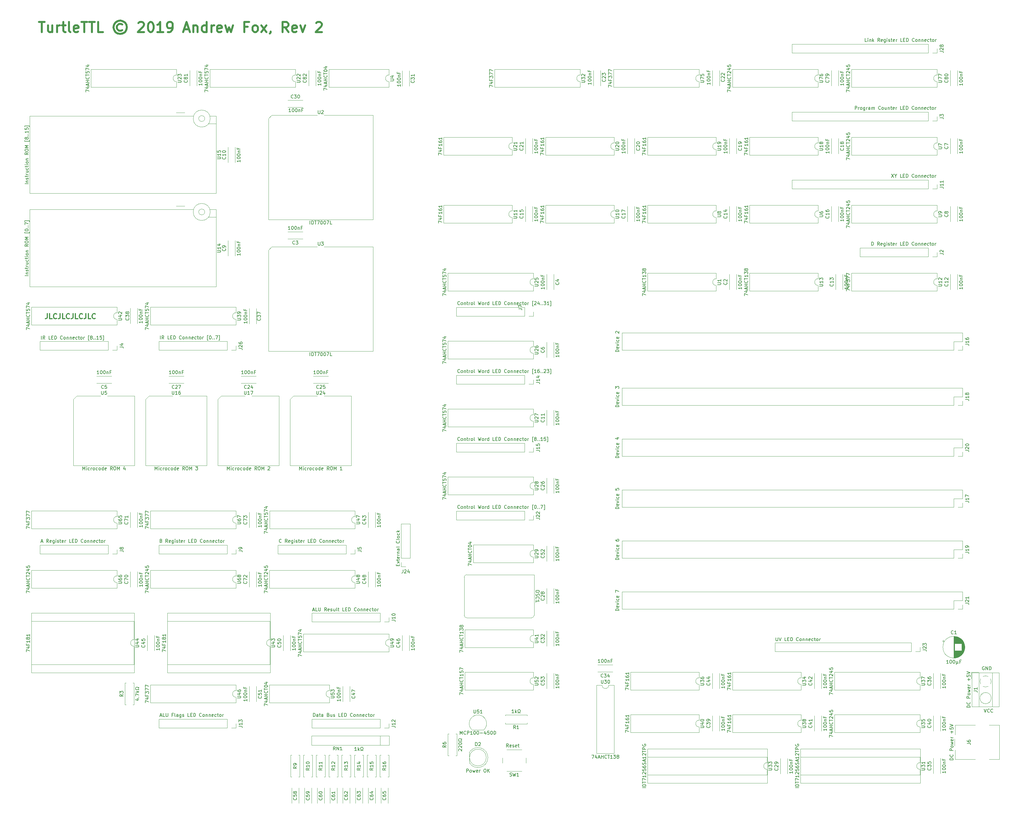
<source format=gbr>
G04 #@! TF.GenerationSoftware,KiCad,Pcbnew,(5.1.0-0)*
G04 #@! TF.CreationDate,2019-12-31T10:16:37-08:00*
G04 #@! TF.ProjectId,MainBoard,4d61696e-426f-4617-9264-2e6b69636164,rev?*
G04 #@! TF.SameCoordinates,Original*
G04 #@! TF.FileFunction,Legend,Top*
G04 #@! TF.FilePolarity,Positive*
%FSLAX46Y46*%
G04 Gerber Fmt 4.6, Leading zero omitted, Abs format (unit mm)*
G04 Created by KiCad (PCBNEW (5.1.0-0)) date 2019-12-31 10:16:37*
%MOMM*%
%LPD*%
G04 APERTURE LIST*
%ADD10C,0.300000*%
%ADD11C,0.150000*%
%ADD12C,0.600000*%
%ADD13C,0.120000*%
G04 APERTURE END LIST*
D10*
X177348428Y-183455571D02*
X177348428Y-184527000D01*
X177277000Y-184741285D01*
X177134142Y-184884142D01*
X176919857Y-184955571D01*
X176777000Y-184955571D01*
X178777000Y-184955571D02*
X178062714Y-184955571D01*
X178062714Y-183455571D01*
X180134142Y-184812714D02*
X180062714Y-184884142D01*
X179848428Y-184955571D01*
X179705571Y-184955571D01*
X179491285Y-184884142D01*
X179348428Y-184741285D01*
X179277000Y-184598428D01*
X179205571Y-184312714D01*
X179205571Y-184098428D01*
X179277000Y-183812714D01*
X179348428Y-183669857D01*
X179491285Y-183527000D01*
X179705571Y-183455571D01*
X179848428Y-183455571D01*
X180062714Y-183527000D01*
X180134142Y-183598428D01*
X181205571Y-183455571D02*
X181205571Y-184527000D01*
X181134142Y-184741285D01*
X180991285Y-184884142D01*
X180777000Y-184955571D01*
X180634142Y-184955571D01*
X182634142Y-184955571D02*
X181919857Y-184955571D01*
X181919857Y-183455571D01*
X183991285Y-184812714D02*
X183919857Y-184884142D01*
X183705571Y-184955571D01*
X183562714Y-184955571D01*
X183348428Y-184884142D01*
X183205571Y-184741285D01*
X183134142Y-184598428D01*
X183062714Y-184312714D01*
X183062714Y-184098428D01*
X183134142Y-183812714D01*
X183205571Y-183669857D01*
X183348428Y-183527000D01*
X183562714Y-183455571D01*
X183705571Y-183455571D01*
X183919857Y-183527000D01*
X183991285Y-183598428D01*
X185062714Y-183455571D02*
X185062714Y-184527000D01*
X184991285Y-184741285D01*
X184848428Y-184884142D01*
X184634142Y-184955571D01*
X184491285Y-184955571D01*
X186491285Y-184955571D02*
X185777000Y-184955571D01*
X185777000Y-183455571D01*
X187848428Y-184812714D02*
X187777000Y-184884142D01*
X187562714Y-184955571D01*
X187419857Y-184955571D01*
X187205571Y-184884142D01*
X187062714Y-184741285D01*
X186991285Y-184598428D01*
X186919857Y-184312714D01*
X186919857Y-184098428D01*
X186991285Y-183812714D01*
X187062714Y-183669857D01*
X187205571Y-183527000D01*
X187419857Y-183455571D01*
X187562714Y-183455571D01*
X187777000Y-183527000D01*
X187848428Y-183598428D01*
X188919857Y-183455571D02*
X188919857Y-184527000D01*
X188848428Y-184741285D01*
X188705571Y-184884142D01*
X188491285Y-184955571D01*
X188348428Y-184955571D01*
X190348428Y-184955571D02*
X189634142Y-184955571D01*
X189634142Y-183455571D01*
X191705571Y-184812714D02*
X191634142Y-184884142D01*
X191419857Y-184955571D01*
X191277000Y-184955571D01*
X191062714Y-184884142D01*
X190919857Y-184741285D01*
X190848428Y-184598428D01*
X190777000Y-184312714D01*
X190777000Y-184098428D01*
X190848428Y-183812714D01*
X190919857Y-183669857D01*
X191062714Y-183527000D01*
X191277000Y-183455571D01*
X191419857Y-183455571D01*
X191634142Y-183527000D01*
X191705571Y-183598428D01*
D11*
X457404404Y-289060000D02*
X457309166Y-289012380D01*
X457166309Y-289012380D01*
X457023452Y-289060000D01*
X456928214Y-289155238D01*
X456880595Y-289250476D01*
X456832976Y-289440952D01*
X456832976Y-289583809D01*
X456880595Y-289774285D01*
X456928214Y-289869523D01*
X457023452Y-289964761D01*
X457166309Y-290012380D01*
X457261547Y-290012380D01*
X457404404Y-289964761D01*
X457452023Y-289917142D01*
X457452023Y-289583809D01*
X457261547Y-289583809D01*
X457880595Y-290012380D02*
X457880595Y-289012380D01*
X458452023Y-290012380D01*
X458452023Y-289012380D01*
X458928214Y-290012380D02*
X458928214Y-289012380D01*
X459166309Y-289012380D01*
X459309166Y-289060000D01*
X459404404Y-289155238D01*
X459452023Y-289250476D01*
X459499642Y-289440952D01*
X459499642Y-289583809D01*
X459452023Y-289774285D01*
X459404404Y-289869523D01*
X459309166Y-289964761D01*
X459166309Y-290012380D01*
X458928214Y-290012380D01*
X457392738Y-301712380D02*
X457726071Y-302712380D01*
X458059404Y-301712380D01*
X458964166Y-302617142D02*
X458916547Y-302664761D01*
X458773690Y-302712380D01*
X458678452Y-302712380D01*
X458535595Y-302664761D01*
X458440357Y-302569523D01*
X458392738Y-302474285D01*
X458345119Y-302283809D01*
X458345119Y-302140952D01*
X458392738Y-301950476D01*
X458440357Y-301855238D01*
X458535595Y-301760000D01*
X458678452Y-301712380D01*
X458773690Y-301712380D01*
X458916547Y-301760000D01*
X458964166Y-301807619D01*
X459964166Y-302617142D02*
X459916547Y-302664761D01*
X459773690Y-302712380D01*
X459678452Y-302712380D01*
X459535595Y-302664761D01*
X459440357Y-302569523D01*
X459392738Y-302474285D01*
X459345119Y-302283809D01*
X459345119Y-302140952D01*
X459392738Y-301950476D01*
X459440357Y-301855238D01*
X459535595Y-301760000D01*
X459678452Y-301712380D01*
X459773690Y-301712380D01*
X459916547Y-301760000D01*
X459964166Y-301807619D01*
D12*
X174817142Y-96147142D02*
X176531428Y-96147142D01*
X175674285Y-99147142D02*
X175674285Y-96147142D01*
X178817142Y-97147142D02*
X178817142Y-99147142D01*
X177531428Y-97147142D02*
X177531428Y-98718571D01*
X177674285Y-99004285D01*
X177959999Y-99147142D01*
X178388571Y-99147142D01*
X178674285Y-99004285D01*
X178817142Y-98861428D01*
X180245714Y-99147142D02*
X180245714Y-97147142D01*
X180245714Y-97718571D02*
X180388571Y-97432857D01*
X180531428Y-97290000D01*
X180817142Y-97147142D01*
X181102857Y-97147142D01*
X181674285Y-97147142D02*
X182817142Y-97147142D01*
X182102857Y-96147142D02*
X182102857Y-98718571D01*
X182245714Y-99004285D01*
X182531428Y-99147142D01*
X182817142Y-99147142D01*
X184245714Y-99147142D02*
X183959999Y-99004285D01*
X183817142Y-98718571D01*
X183817142Y-96147142D01*
X186531428Y-99004285D02*
X186245714Y-99147142D01*
X185674285Y-99147142D01*
X185388571Y-99004285D01*
X185245714Y-98718571D01*
X185245714Y-97575714D01*
X185388571Y-97290000D01*
X185674285Y-97147142D01*
X186245714Y-97147142D01*
X186531428Y-97290000D01*
X186674285Y-97575714D01*
X186674285Y-97861428D01*
X185245714Y-98147142D01*
X187531428Y-96147142D02*
X189245714Y-96147142D01*
X188388571Y-99147142D02*
X188388571Y-96147142D01*
X189817142Y-96147142D02*
X191531428Y-96147142D01*
X190674285Y-99147142D02*
X190674285Y-96147142D01*
X193959999Y-99147142D02*
X192531428Y-99147142D01*
X192531428Y-96147142D01*
X199674285Y-96861428D02*
X199388571Y-96718571D01*
X198817142Y-96718571D01*
X198531428Y-96861428D01*
X198245714Y-97147142D01*
X198102857Y-97432857D01*
X198102857Y-98004285D01*
X198245714Y-98290000D01*
X198531428Y-98575714D01*
X198817142Y-98718571D01*
X199388571Y-98718571D01*
X199674285Y-98575714D01*
X199102857Y-95718571D02*
X198388571Y-95861428D01*
X197674285Y-96290000D01*
X197245714Y-97004285D01*
X197102857Y-97718571D01*
X197245714Y-98432857D01*
X197674285Y-99147142D01*
X198388571Y-99575714D01*
X199102857Y-99718571D01*
X199817142Y-99575714D01*
X200531428Y-99147142D01*
X200959999Y-98432857D01*
X201102857Y-97718571D01*
X200959999Y-97004285D01*
X200531428Y-96290000D01*
X199817142Y-95861428D01*
X199102857Y-95718571D01*
X204531428Y-96432857D02*
X204674285Y-96290000D01*
X204959999Y-96147142D01*
X205674285Y-96147142D01*
X205959999Y-96290000D01*
X206102857Y-96432857D01*
X206245714Y-96718571D01*
X206245714Y-97004285D01*
X206102857Y-97432857D01*
X204388571Y-99147142D01*
X206245714Y-99147142D01*
X208102857Y-96147142D02*
X208388571Y-96147142D01*
X208674285Y-96290000D01*
X208817142Y-96432857D01*
X208959999Y-96718571D01*
X209102857Y-97290000D01*
X209102857Y-98004285D01*
X208959999Y-98575714D01*
X208817142Y-98861428D01*
X208674285Y-99004285D01*
X208388571Y-99147142D01*
X208102857Y-99147142D01*
X207817142Y-99004285D01*
X207674285Y-98861428D01*
X207531428Y-98575714D01*
X207388571Y-98004285D01*
X207388571Y-97290000D01*
X207531428Y-96718571D01*
X207674285Y-96432857D01*
X207817142Y-96290000D01*
X208102857Y-96147142D01*
X211959999Y-99147142D02*
X210245714Y-99147142D01*
X211102857Y-99147142D02*
X211102857Y-96147142D01*
X210817142Y-96575714D01*
X210531428Y-96861428D01*
X210245714Y-97004285D01*
X213388571Y-99147142D02*
X213959999Y-99147142D01*
X214245714Y-99004285D01*
X214388571Y-98861428D01*
X214674285Y-98432857D01*
X214817142Y-97861428D01*
X214817142Y-96718571D01*
X214674285Y-96432857D01*
X214531428Y-96290000D01*
X214245714Y-96147142D01*
X213674285Y-96147142D01*
X213388571Y-96290000D01*
X213245714Y-96432857D01*
X213102857Y-96718571D01*
X213102857Y-97432857D01*
X213245714Y-97718571D01*
X213388571Y-97861428D01*
X213674285Y-98004285D01*
X214245714Y-98004285D01*
X214531428Y-97861428D01*
X214674285Y-97718571D01*
X214817142Y-97432857D01*
X218245714Y-98290000D02*
X219674285Y-98290000D01*
X217959999Y-99147142D02*
X218959999Y-96147142D01*
X219959999Y-99147142D01*
X220959999Y-97147142D02*
X220959999Y-99147142D01*
X220959999Y-97432857D02*
X221102857Y-97290000D01*
X221388571Y-97147142D01*
X221817142Y-97147142D01*
X222102857Y-97290000D01*
X222245714Y-97575714D01*
X222245714Y-99147142D01*
X224959999Y-99147142D02*
X224959999Y-96147142D01*
X224959999Y-99004285D02*
X224674285Y-99147142D01*
X224102857Y-99147142D01*
X223817142Y-99004285D01*
X223674285Y-98861428D01*
X223531428Y-98575714D01*
X223531428Y-97718571D01*
X223674285Y-97432857D01*
X223817142Y-97290000D01*
X224102857Y-97147142D01*
X224674285Y-97147142D01*
X224959999Y-97290000D01*
X226388571Y-99147142D02*
X226388571Y-97147142D01*
X226388571Y-97718571D02*
X226531428Y-97432857D01*
X226674285Y-97290000D01*
X226959999Y-97147142D01*
X227245714Y-97147142D01*
X229388571Y-99004285D02*
X229102857Y-99147142D01*
X228531428Y-99147142D01*
X228245714Y-99004285D01*
X228102857Y-98718571D01*
X228102857Y-97575714D01*
X228245714Y-97290000D01*
X228531428Y-97147142D01*
X229102857Y-97147142D01*
X229388571Y-97290000D01*
X229531428Y-97575714D01*
X229531428Y-97861428D01*
X228102857Y-98147142D01*
X230531428Y-97147142D02*
X231102857Y-99147142D01*
X231674285Y-97718571D01*
X232245714Y-99147142D01*
X232817142Y-97147142D01*
X237245714Y-97575714D02*
X236245714Y-97575714D01*
X236245714Y-99147142D02*
X236245714Y-96147142D01*
X237674285Y-96147142D01*
X239245714Y-99147142D02*
X238959999Y-99004285D01*
X238817142Y-98861428D01*
X238674285Y-98575714D01*
X238674285Y-97718571D01*
X238817142Y-97432857D01*
X238959999Y-97290000D01*
X239245714Y-97147142D01*
X239674285Y-97147142D01*
X239959999Y-97290000D01*
X240102857Y-97432857D01*
X240245714Y-97718571D01*
X240245714Y-98575714D01*
X240102857Y-98861428D01*
X239959999Y-99004285D01*
X239674285Y-99147142D01*
X239245714Y-99147142D01*
X241245714Y-99147142D02*
X242817142Y-97147142D01*
X241245714Y-97147142D02*
X242817142Y-99147142D01*
X244102857Y-99004285D02*
X244102857Y-99147142D01*
X243960000Y-99432857D01*
X243817142Y-99575714D01*
X249388571Y-99147142D02*
X248388571Y-97718571D01*
X247674285Y-99147142D02*
X247674285Y-96147142D01*
X248817142Y-96147142D01*
X249102857Y-96290000D01*
X249245714Y-96432857D01*
X249388571Y-96718571D01*
X249388571Y-97147142D01*
X249245714Y-97432857D01*
X249102857Y-97575714D01*
X248817142Y-97718571D01*
X247674285Y-97718571D01*
X251817142Y-99004285D02*
X251531428Y-99147142D01*
X250960000Y-99147142D01*
X250674285Y-99004285D01*
X250531428Y-98718571D01*
X250531428Y-97575714D01*
X250674285Y-97290000D01*
X250960000Y-97147142D01*
X251531428Y-97147142D01*
X251817142Y-97290000D01*
X251960000Y-97575714D01*
X251960000Y-97861428D01*
X250531428Y-98147142D01*
X252960000Y-97147142D02*
X253674285Y-99147142D01*
X254388571Y-97147142D01*
X257674285Y-96432857D02*
X257817142Y-96290000D01*
X258102857Y-96147142D01*
X258817142Y-96147142D01*
X259102857Y-96290000D01*
X259245714Y-96432857D01*
X259388571Y-96718571D01*
X259388571Y-97004285D01*
X259245714Y-97432857D01*
X257531428Y-99147142D01*
X259388571Y-99147142D01*
D13*
X445144759Y-281056000D02*
X445144759Y-281686000D01*
X444829759Y-281371000D02*
X445459759Y-281371000D01*
X451571000Y-282808000D02*
X451571000Y-283612000D01*
X451531000Y-282577000D02*
X451531000Y-283843000D01*
X451491000Y-282408000D02*
X451491000Y-284012000D01*
X451451000Y-282270000D02*
X451451000Y-284150000D01*
X451411000Y-282151000D02*
X451411000Y-284269000D01*
X451371000Y-282045000D02*
X451371000Y-284375000D01*
X451331000Y-281948000D02*
X451331000Y-284472000D01*
X451291000Y-281860000D02*
X451291000Y-284560000D01*
X451251000Y-281778000D02*
X451251000Y-284642000D01*
X451211000Y-281701000D02*
X451211000Y-284719000D01*
X451171000Y-281629000D02*
X451171000Y-284791000D01*
X451131000Y-281560000D02*
X451131000Y-284860000D01*
X451091000Y-281496000D02*
X451091000Y-284924000D01*
X451051000Y-281434000D02*
X451051000Y-284986000D01*
X451011000Y-281376000D02*
X451011000Y-285044000D01*
X450971000Y-281320000D02*
X450971000Y-285100000D01*
X450931000Y-281266000D02*
X450931000Y-285154000D01*
X450891000Y-281215000D02*
X450891000Y-285205000D01*
X450851000Y-281166000D02*
X450851000Y-285254000D01*
X450811000Y-281118000D02*
X450811000Y-285302000D01*
X450771000Y-281073000D02*
X450771000Y-285347000D01*
X450731000Y-281028000D02*
X450731000Y-285392000D01*
X450691000Y-280986000D02*
X450691000Y-285434000D01*
X450651000Y-280945000D02*
X450651000Y-285475000D01*
X450611000Y-284250000D02*
X450611000Y-285515000D01*
X450611000Y-280905000D02*
X450611000Y-282170000D01*
X450571000Y-284250000D02*
X450571000Y-285553000D01*
X450571000Y-280867000D02*
X450571000Y-282170000D01*
X450531000Y-284250000D02*
X450531000Y-285590000D01*
X450531000Y-280830000D02*
X450531000Y-282170000D01*
X450491000Y-284250000D02*
X450491000Y-285626000D01*
X450491000Y-280794000D02*
X450491000Y-282170000D01*
X450451000Y-284250000D02*
X450451000Y-285660000D01*
X450451000Y-280760000D02*
X450451000Y-282170000D01*
X450411000Y-284250000D02*
X450411000Y-285694000D01*
X450411000Y-280726000D02*
X450411000Y-282170000D01*
X450371000Y-284250000D02*
X450371000Y-285726000D01*
X450371000Y-280694000D02*
X450371000Y-282170000D01*
X450331000Y-284250000D02*
X450331000Y-285758000D01*
X450331000Y-280662000D02*
X450331000Y-282170000D01*
X450291000Y-284250000D02*
X450291000Y-285788000D01*
X450291000Y-280632000D02*
X450291000Y-282170000D01*
X450251000Y-284250000D02*
X450251000Y-285817000D01*
X450251000Y-280603000D02*
X450251000Y-282170000D01*
X450211000Y-284250000D02*
X450211000Y-285846000D01*
X450211000Y-280574000D02*
X450211000Y-282170000D01*
X450171000Y-284250000D02*
X450171000Y-285874000D01*
X450171000Y-280546000D02*
X450171000Y-282170000D01*
X450131000Y-284250000D02*
X450131000Y-285900000D01*
X450131000Y-280520000D02*
X450131000Y-282170000D01*
X450091000Y-284250000D02*
X450091000Y-285926000D01*
X450091000Y-280494000D02*
X450091000Y-282170000D01*
X450051000Y-284250000D02*
X450051000Y-285952000D01*
X450051000Y-280468000D02*
X450051000Y-282170000D01*
X450011000Y-284250000D02*
X450011000Y-285976000D01*
X450011000Y-280444000D02*
X450011000Y-282170000D01*
X449971000Y-284250000D02*
X449971000Y-286000000D01*
X449971000Y-280420000D02*
X449971000Y-282170000D01*
X449931000Y-284250000D02*
X449931000Y-286022000D01*
X449931000Y-280398000D02*
X449931000Y-282170000D01*
X449891000Y-284250000D02*
X449891000Y-286044000D01*
X449891000Y-280376000D02*
X449891000Y-282170000D01*
X449851000Y-284250000D02*
X449851000Y-286066000D01*
X449851000Y-280354000D02*
X449851000Y-282170000D01*
X449811000Y-284250000D02*
X449811000Y-286086000D01*
X449811000Y-280334000D02*
X449811000Y-282170000D01*
X449771000Y-284250000D02*
X449771000Y-286106000D01*
X449771000Y-280314000D02*
X449771000Y-282170000D01*
X449731000Y-284250000D02*
X449731000Y-286126000D01*
X449731000Y-280294000D02*
X449731000Y-282170000D01*
X449691000Y-284250000D02*
X449691000Y-286144000D01*
X449691000Y-280276000D02*
X449691000Y-282170000D01*
X449651000Y-284250000D02*
X449651000Y-286162000D01*
X449651000Y-280258000D02*
X449651000Y-282170000D01*
X449611000Y-284250000D02*
X449611000Y-286180000D01*
X449611000Y-280240000D02*
X449611000Y-282170000D01*
X449571000Y-284250000D02*
X449571000Y-286196000D01*
X449571000Y-280224000D02*
X449571000Y-282170000D01*
X449531000Y-284250000D02*
X449531000Y-286212000D01*
X449531000Y-280208000D02*
X449531000Y-282170000D01*
X449491000Y-284250000D02*
X449491000Y-286228000D01*
X449491000Y-280192000D02*
X449491000Y-282170000D01*
X449451000Y-284250000D02*
X449451000Y-286243000D01*
X449451000Y-280177000D02*
X449451000Y-282170000D01*
X449411000Y-284250000D02*
X449411000Y-286257000D01*
X449411000Y-280163000D02*
X449411000Y-282170000D01*
X449371000Y-284250000D02*
X449371000Y-286271000D01*
X449371000Y-280149000D02*
X449371000Y-282170000D01*
X449331000Y-284250000D02*
X449331000Y-286284000D01*
X449331000Y-280136000D02*
X449331000Y-282170000D01*
X449291000Y-284250000D02*
X449291000Y-286296000D01*
X449291000Y-280124000D02*
X449291000Y-282170000D01*
X449251000Y-284250000D02*
X449251000Y-286308000D01*
X449251000Y-280112000D02*
X449251000Y-282170000D01*
X449211000Y-284250000D02*
X449211000Y-286320000D01*
X449211000Y-280100000D02*
X449211000Y-282170000D01*
X449171000Y-284250000D02*
X449171000Y-286331000D01*
X449171000Y-280089000D02*
X449171000Y-282170000D01*
X449131000Y-284250000D02*
X449131000Y-286341000D01*
X449131000Y-280079000D02*
X449131000Y-282170000D01*
X449091000Y-284250000D02*
X449091000Y-286351000D01*
X449091000Y-280069000D02*
X449091000Y-282170000D01*
X449051000Y-284250000D02*
X449051000Y-286360000D01*
X449051000Y-280060000D02*
X449051000Y-282170000D01*
X449010000Y-284250000D02*
X449010000Y-286369000D01*
X449010000Y-280051000D02*
X449010000Y-282170000D01*
X448970000Y-284250000D02*
X448970000Y-286377000D01*
X448970000Y-280043000D02*
X448970000Y-282170000D01*
X448930000Y-284250000D02*
X448930000Y-286385000D01*
X448930000Y-280035000D02*
X448930000Y-282170000D01*
X448890000Y-284250000D02*
X448890000Y-286392000D01*
X448890000Y-280028000D02*
X448890000Y-282170000D01*
X448850000Y-284250000D02*
X448850000Y-286399000D01*
X448850000Y-280021000D02*
X448850000Y-282170000D01*
X448810000Y-284250000D02*
X448810000Y-286405000D01*
X448810000Y-280015000D02*
X448810000Y-282170000D01*
X448770000Y-284250000D02*
X448770000Y-286411000D01*
X448770000Y-280009000D02*
X448770000Y-282170000D01*
X448730000Y-284250000D02*
X448730000Y-286416000D01*
X448730000Y-280004000D02*
X448730000Y-282170000D01*
X448690000Y-284250000D02*
X448690000Y-286421000D01*
X448690000Y-279999000D02*
X448690000Y-282170000D01*
X448650000Y-284250000D02*
X448650000Y-286425000D01*
X448650000Y-279995000D02*
X448650000Y-282170000D01*
X448610000Y-284250000D02*
X448610000Y-286428000D01*
X448610000Y-279992000D02*
X448610000Y-282170000D01*
X448570000Y-284250000D02*
X448570000Y-286432000D01*
X448570000Y-279988000D02*
X448570000Y-282170000D01*
X448530000Y-279986000D02*
X448530000Y-286434000D01*
X448490000Y-279983000D02*
X448490000Y-286437000D01*
X448450000Y-279982000D02*
X448450000Y-286438000D01*
X448410000Y-279980000D02*
X448410000Y-286440000D01*
X448370000Y-279980000D02*
X448370000Y-286440000D01*
X448330000Y-279980000D02*
X448330000Y-286440000D01*
X451600000Y-283210000D02*
G75*
G03X451600000Y-283210000I-3270000J0D01*
G01*
X214900000Y-208040000D02*
X207775000Y-208040000D01*
X207775000Y-208040000D02*
X206775000Y-209040000D01*
X206775000Y-209040000D02*
X206775000Y-228840000D01*
X206775000Y-228840000D02*
X225025000Y-228840000D01*
X225025000Y-228840000D02*
X225025000Y-208040000D01*
X225025000Y-208040000D02*
X216900000Y-208040000D01*
X193310000Y-208040000D02*
X186185000Y-208040000D01*
X186185000Y-208040000D02*
X185185000Y-209040000D01*
X185185000Y-209040000D02*
X185185000Y-228840000D01*
X185185000Y-228840000D02*
X203435000Y-228840000D01*
X203435000Y-228840000D02*
X203435000Y-208040000D01*
X203435000Y-208040000D02*
X195310000Y-208040000D01*
X258080000Y-208040000D02*
X250955000Y-208040000D01*
X250955000Y-208040000D02*
X249955000Y-209040000D01*
X249955000Y-209040000D02*
X249955000Y-228840000D01*
X249955000Y-228840000D02*
X268205000Y-228840000D01*
X268205000Y-228840000D02*
X268205000Y-208040000D01*
X268205000Y-208040000D02*
X260080000Y-208040000D01*
X236490000Y-208040000D02*
X229365000Y-208040000D01*
X229365000Y-208040000D02*
X228365000Y-209040000D01*
X228365000Y-209040000D02*
X228365000Y-228840000D01*
X228365000Y-228840000D02*
X246615000Y-228840000D01*
X246615000Y-228840000D02*
X246615000Y-208040000D01*
X246615000Y-208040000D02*
X238490000Y-208040000D01*
X284480000Y-259140000D02*
X283150000Y-259140000D01*
X283150000Y-259140000D02*
X283150000Y-257810000D01*
X283150000Y-256540000D02*
X283150000Y-246320000D01*
X285810000Y-246320000D02*
X283150000Y-246320000D01*
X285810000Y-256540000D02*
X285810000Y-246320000D01*
X285810000Y-256540000D02*
X283150000Y-256540000D01*
X265645000Y-299490000D02*
X265630000Y-299490000D01*
X267770000Y-299490000D02*
X267755000Y-299490000D01*
X265645000Y-294950000D02*
X265630000Y-294950000D01*
X267770000Y-294950000D02*
X267755000Y-294950000D01*
X265630000Y-294950000D02*
X265630000Y-299490000D01*
X267770000Y-294950000D02*
X267770000Y-299490000D01*
X233740000Y-306070000D02*
X233740000Y-307400000D01*
X233740000Y-307400000D02*
X232410000Y-307400000D01*
X231140000Y-307400000D02*
X210760000Y-307400000D01*
X210760000Y-304740000D02*
X210760000Y-307400000D01*
X231140000Y-304740000D02*
X210760000Y-304740000D01*
X231140000Y-304740000D02*
X231140000Y-307400000D01*
X279460000Y-284590000D02*
X279460000Y-282940000D01*
X253940000Y-284590000D02*
X279460000Y-284590000D01*
X253940000Y-279290000D02*
X253940000Y-284590000D01*
X279460000Y-279290000D02*
X253940000Y-279290000D01*
X279460000Y-280940000D02*
X279460000Y-279290000D01*
X279460000Y-282940000D02*
G75*
G02X279460000Y-280940000I0J1000000D01*
G01*
X261680000Y-299830000D02*
X261680000Y-298180000D01*
X243780000Y-299830000D02*
X261680000Y-299830000D01*
X243780000Y-294530000D02*
X243780000Y-299830000D01*
X261680000Y-294530000D02*
X243780000Y-294530000D01*
X261680000Y-296180000D02*
X261680000Y-294530000D01*
X261680000Y-298180000D02*
G75*
G02X261680000Y-296180000I0J1000000D01*
G01*
X328715000Y-278360000D02*
X328730000Y-278360000D01*
X326590000Y-278360000D02*
X326605000Y-278360000D01*
X328715000Y-282900000D02*
X328730000Y-282900000D01*
X326590000Y-282900000D02*
X326605000Y-282900000D01*
X328730000Y-282900000D02*
X328730000Y-278360000D01*
X326590000Y-282900000D02*
X326590000Y-278360000D01*
X276760000Y-322040000D02*
X277090000Y-322040000D01*
X276760000Y-315500000D02*
X276760000Y-322040000D01*
X277090000Y-315500000D02*
X276760000Y-315500000D01*
X279500000Y-322040000D02*
X279170000Y-322040000D01*
X279500000Y-315500000D02*
X279500000Y-322040000D01*
X279170000Y-315500000D02*
X279500000Y-315500000D01*
X272950000Y-322040000D02*
X273280000Y-322040000D01*
X272950000Y-315500000D02*
X272950000Y-322040000D01*
X273280000Y-315500000D02*
X272950000Y-315500000D01*
X275690000Y-322040000D02*
X275360000Y-322040000D01*
X275690000Y-315500000D02*
X275690000Y-322040000D01*
X275360000Y-315500000D02*
X275690000Y-315500000D01*
X269140000Y-322040000D02*
X269470000Y-322040000D01*
X269140000Y-315500000D02*
X269140000Y-322040000D01*
X269470000Y-315500000D02*
X269140000Y-315500000D01*
X271880000Y-322040000D02*
X271550000Y-322040000D01*
X271880000Y-315500000D02*
X271880000Y-322040000D01*
X271550000Y-315500000D02*
X271880000Y-315500000D01*
X265330000Y-322040000D02*
X265660000Y-322040000D01*
X265330000Y-315500000D02*
X265330000Y-322040000D01*
X265660000Y-315500000D02*
X265330000Y-315500000D01*
X268070000Y-322040000D02*
X267740000Y-322040000D01*
X268070000Y-315500000D02*
X268070000Y-322040000D01*
X267740000Y-315500000D02*
X268070000Y-315500000D01*
X261520000Y-322040000D02*
X261850000Y-322040000D01*
X261520000Y-315500000D02*
X261520000Y-322040000D01*
X261850000Y-315500000D02*
X261520000Y-315500000D01*
X264260000Y-322040000D02*
X263930000Y-322040000D01*
X264260000Y-315500000D02*
X264260000Y-322040000D01*
X263930000Y-315500000D02*
X264260000Y-315500000D01*
X257710000Y-322040000D02*
X258040000Y-322040000D01*
X257710000Y-315500000D02*
X257710000Y-322040000D01*
X258040000Y-315500000D02*
X257710000Y-315500000D01*
X260450000Y-322040000D02*
X260120000Y-322040000D01*
X260450000Y-315500000D02*
X260450000Y-322040000D01*
X260120000Y-315500000D02*
X260450000Y-315500000D01*
X253900000Y-322040000D02*
X254230000Y-322040000D01*
X253900000Y-315500000D02*
X253900000Y-322040000D01*
X254230000Y-315500000D02*
X253900000Y-315500000D01*
X256640000Y-322040000D02*
X256310000Y-322040000D01*
X256640000Y-315500000D02*
X256640000Y-322040000D01*
X256310000Y-315500000D02*
X256640000Y-315500000D01*
X250090000Y-322040000D02*
X250420000Y-322040000D01*
X250090000Y-315500000D02*
X250090000Y-322040000D01*
X250420000Y-315500000D02*
X250090000Y-315500000D01*
X252830000Y-322040000D02*
X252500000Y-322040000D01*
X252830000Y-315500000D02*
X252830000Y-322040000D01*
X252500000Y-315500000D02*
X252830000Y-315500000D01*
X277075000Y-329890000D02*
X277060000Y-329890000D01*
X279200000Y-329890000D02*
X279185000Y-329890000D01*
X277075000Y-325350000D02*
X277060000Y-325350000D01*
X279200000Y-325350000D02*
X279185000Y-325350000D01*
X277060000Y-325350000D02*
X277060000Y-329890000D01*
X279200000Y-325350000D02*
X279200000Y-329890000D01*
X273265000Y-329890000D02*
X273250000Y-329890000D01*
X275390000Y-329890000D02*
X275375000Y-329890000D01*
X273265000Y-325350000D02*
X273250000Y-325350000D01*
X275390000Y-325350000D02*
X275375000Y-325350000D01*
X273250000Y-325350000D02*
X273250000Y-329890000D01*
X275390000Y-325350000D02*
X275390000Y-329890000D01*
X269455000Y-329890000D02*
X269440000Y-329890000D01*
X271580000Y-329890000D02*
X271565000Y-329890000D01*
X269455000Y-325350000D02*
X269440000Y-325350000D01*
X271580000Y-325350000D02*
X271565000Y-325350000D01*
X269440000Y-325350000D02*
X269440000Y-329890000D01*
X271580000Y-325350000D02*
X271580000Y-329890000D01*
X265645000Y-329890000D02*
X265630000Y-329890000D01*
X267770000Y-329890000D02*
X267755000Y-329890000D01*
X265645000Y-325350000D02*
X265630000Y-325350000D01*
X267770000Y-325350000D02*
X267755000Y-325350000D01*
X265630000Y-325350000D02*
X265630000Y-329890000D01*
X267770000Y-325350000D02*
X267770000Y-329890000D01*
X261835000Y-329890000D02*
X261820000Y-329890000D01*
X263960000Y-329890000D02*
X263945000Y-329890000D01*
X261835000Y-325350000D02*
X261820000Y-325350000D01*
X263960000Y-325350000D02*
X263945000Y-325350000D01*
X261820000Y-325350000D02*
X261820000Y-329890000D01*
X263960000Y-325350000D02*
X263960000Y-329890000D01*
X258025000Y-329890000D02*
X258010000Y-329890000D01*
X260150000Y-329890000D02*
X260135000Y-329890000D01*
X258025000Y-325350000D02*
X258010000Y-325350000D01*
X260150000Y-325350000D02*
X260135000Y-325350000D01*
X258010000Y-325350000D02*
X258010000Y-329890000D01*
X260150000Y-325350000D02*
X260150000Y-329890000D01*
X254215000Y-329890000D02*
X254200000Y-329890000D01*
X256340000Y-329890000D02*
X256325000Y-329890000D01*
X254215000Y-325350000D02*
X254200000Y-325350000D01*
X256340000Y-325350000D02*
X256325000Y-325350000D01*
X254200000Y-325350000D02*
X254200000Y-329890000D01*
X256340000Y-325350000D02*
X256340000Y-329890000D01*
X250405000Y-329890000D02*
X250390000Y-329890000D01*
X252530000Y-329890000D02*
X252515000Y-329890000D01*
X250405000Y-325350000D02*
X250390000Y-325350000D01*
X252530000Y-325350000D02*
X252515000Y-325350000D01*
X250390000Y-325350000D02*
X250390000Y-329890000D01*
X252530000Y-325350000D02*
X252530000Y-329890000D01*
X322640000Y-296020000D02*
X322640000Y-294370000D01*
X302200000Y-296020000D02*
X322640000Y-296020000D01*
X302200000Y-290720000D02*
X302200000Y-296020000D01*
X322640000Y-290720000D02*
X302200000Y-290720000D01*
X322640000Y-292370000D02*
X322640000Y-290720000D01*
X322640000Y-294370000D02*
G75*
G02X322640000Y-292370000I0J1000000D01*
G01*
X307908478Y-307908478D02*
G75*
G03X306070000Y-303470000I-1838478J1838478D01*
G01*
X304231522Y-307908478D02*
G75*
G02X306070000Y-303470000I1838478J1838478D01*
G01*
X304270000Y-307920000D02*
X307870000Y-307920000D01*
X322640000Y-257920000D02*
X322640000Y-256270000D01*
X304740000Y-257920000D02*
X322640000Y-257920000D01*
X304740000Y-252620000D02*
X304740000Y-257920000D01*
X322640000Y-252620000D02*
X304740000Y-252620000D01*
X322640000Y-254270000D02*
X322640000Y-252620000D01*
X322640000Y-256270000D02*
G75*
G02X322640000Y-254270000I0J1000000D01*
G01*
X313440000Y-316350000D02*
X313440000Y-317850000D01*
X314690000Y-320350000D02*
X319190000Y-320350000D01*
X320440000Y-317850000D02*
X320440000Y-316350000D01*
X319190000Y-313850000D02*
X314690000Y-313850000D01*
X299820000Y-309150000D02*
X299490000Y-309150000D01*
X299820000Y-315690000D02*
X299820000Y-309150000D01*
X299490000Y-315690000D02*
X299820000Y-315690000D01*
X297080000Y-309150000D02*
X297410000Y-309150000D01*
X297080000Y-315690000D02*
X297080000Y-309150000D01*
X297410000Y-315690000D02*
X297080000Y-315690000D01*
X314230000Y-303430000D02*
X314230000Y-303760000D01*
X320770000Y-303430000D02*
X314230000Y-303430000D01*
X320770000Y-303760000D02*
X320770000Y-303430000D01*
X314230000Y-306170000D02*
X314230000Y-305840000D01*
X320770000Y-306170000D02*
X314230000Y-306170000D01*
X320770000Y-305840000D02*
X320770000Y-306170000D01*
X303510000Y-314685000D02*
X303510000Y-317775000D01*
X308570000Y-316230000D02*
G75*
G03X308570000Y-316230000I-2500000J0D01*
G01*
X309060000Y-316229538D02*
G75*
G02X303510000Y-317774830I-2990000J-462D01*
G01*
X309060000Y-316230462D02*
G75*
G03X303510000Y-314685170I-2990000J462D01*
G01*
X328715000Y-291060000D02*
X328730000Y-291060000D01*
X326590000Y-291060000D02*
X326605000Y-291060000D01*
X328715000Y-295600000D02*
X328730000Y-295600000D01*
X326590000Y-295600000D02*
X326605000Y-295600000D01*
X328730000Y-295600000D02*
X328730000Y-291060000D01*
X326590000Y-295600000D02*
X326590000Y-291060000D01*
X328715000Y-252960000D02*
X328730000Y-252960000D01*
X326590000Y-252960000D02*
X326605000Y-252960000D01*
X328715000Y-257500000D02*
X328730000Y-257500000D01*
X326590000Y-257500000D02*
X326605000Y-257500000D01*
X328730000Y-257500000D02*
X328730000Y-252960000D01*
X326590000Y-257500000D02*
X326590000Y-252960000D01*
X328715000Y-265660000D02*
X328730000Y-265660000D01*
X326590000Y-265660000D02*
X326605000Y-265660000D01*
X328715000Y-270200000D02*
X328730000Y-270200000D01*
X326590000Y-270200000D02*
X326605000Y-270200000D01*
X328730000Y-270200000D02*
X328730000Y-265660000D01*
X326590000Y-270200000D02*
X326590000Y-265660000D01*
X233740000Y-299830000D02*
X233740000Y-298180000D01*
X208220000Y-299830000D02*
X233740000Y-299830000D01*
X208220000Y-294530000D02*
X208220000Y-299830000D01*
X233740000Y-294530000D02*
X208220000Y-294530000D01*
X233740000Y-296180000D02*
X233740000Y-294530000D01*
X233740000Y-298180000D02*
G75*
G02X233740000Y-296180000I0J1000000D01*
G01*
X203320000Y-290890000D02*
X203320000Y-272990000D01*
X172600000Y-290890000D02*
X203320000Y-290890000D01*
X172600000Y-272990000D02*
X172600000Y-290890000D01*
X203320000Y-272990000D02*
X172600000Y-272990000D01*
X203260000Y-288400000D02*
X203260000Y-282940000D01*
X172660000Y-288400000D02*
X203260000Y-288400000D01*
X172660000Y-275480000D02*
X172660000Y-288400000D01*
X203260000Y-275480000D02*
X172660000Y-275480000D01*
X203260000Y-280940000D02*
X203260000Y-275480000D01*
X203260000Y-282940000D02*
G75*
G02X203260000Y-280940000I0J1000000D01*
G01*
X243960000Y-290890000D02*
X243960000Y-272990000D01*
X213240000Y-290890000D02*
X243960000Y-290890000D01*
X213240000Y-272990000D02*
X213240000Y-290890000D01*
X243960000Y-272990000D02*
X213240000Y-272990000D01*
X243900000Y-288400000D02*
X243900000Y-282940000D01*
X213300000Y-288400000D02*
X243900000Y-288400000D01*
X213300000Y-275480000D02*
X213300000Y-288400000D01*
X243900000Y-275480000D02*
X213300000Y-275480000D01*
X243900000Y-280940000D02*
X243900000Y-275480000D01*
X243900000Y-282940000D02*
G75*
G02X243900000Y-280940000I0J1000000D01*
G01*
X203300000Y-293910000D02*
X202970000Y-293910000D01*
X203300000Y-300450000D02*
X203300000Y-293910000D01*
X202970000Y-300450000D02*
X203300000Y-300450000D01*
X200560000Y-293910000D02*
X200890000Y-293910000D01*
X200560000Y-300450000D02*
X200560000Y-293910000D01*
X200890000Y-300450000D02*
X200560000Y-300450000D01*
X279460000Y-274320000D02*
X279460000Y-275650000D01*
X279460000Y-275650000D02*
X278130000Y-275650000D01*
X276860000Y-275650000D02*
X256480000Y-275650000D01*
X256480000Y-272990000D02*
X256480000Y-275650000D01*
X276860000Y-272990000D02*
X256480000Y-272990000D01*
X276860000Y-272990000D02*
X276860000Y-275650000D01*
X237705000Y-299490000D02*
X237690000Y-299490000D01*
X239830000Y-299490000D02*
X239815000Y-299490000D01*
X237705000Y-294950000D02*
X237690000Y-294950000D01*
X239830000Y-294950000D02*
X239815000Y-294950000D01*
X237690000Y-294950000D02*
X237690000Y-299490000D01*
X239830000Y-294950000D02*
X239830000Y-299490000D01*
X249975000Y-279710000D02*
X249990000Y-279710000D01*
X247850000Y-279710000D02*
X247865000Y-279710000D01*
X249975000Y-284250000D02*
X249990000Y-284250000D01*
X247850000Y-284250000D02*
X247865000Y-284250000D01*
X249990000Y-284250000D02*
X249990000Y-279710000D01*
X247850000Y-284250000D02*
X247850000Y-279710000D01*
X285535000Y-279710000D02*
X285550000Y-279710000D01*
X283410000Y-279710000D02*
X283425000Y-279710000D01*
X285535000Y-284250000D02*
X285550000Y-284250000D01*
X283410000Y-284250000D02*
X283425000Y-284250000D01*
X285550000Y-284250000D02*
X285550000Y-279710000D01*
X283410000Y-284250000D02*
X283410000Y-279710000D01*
X209335000Y-279710000D02*
X209350000Y-279710000D01*
X207210000Y-279710000D02*
X207225000Y-279710000D01*
X209335000Y-284250000D02*
X209350000Y-284250000D01*
X207210000Y-284250000D02*
X207225000Y-284250000D01*
X209350000Y-284250000D02*
X209350000Y-279710000D01*
X207210000Y-284250000D02*
X207210000Y-279710000D01*
X322640000Y-283320000D02*
X322640000Y-281670000D01*
X302200000Y-283320000D02*
X322640000Y-283320000D01*
X302200000Y-278020000D02*
X302200000Y-283320000D01*
X322640000Y-278020000D02*
X302200000Y-278020000D01*
X322640000Y-279670000D02*
X322640000Y-278020000D01*
X322640000Y-281670000D02*
G75*
G02X322640000Y-279670000I0J1000000D01*
G01*
X322120000Y-274420000D02*
G75*
G03X322870000Y-273670000I0J750000D01*
G01*
X301970000Y-273670000D02*
G75*
G03X302720000Y-274420000I750000J0D01*
G01*
X302720000Y-261520000D02*
G75*
G03X301970000Y-262270000I0J-750000D01*
G01*
X322870000Y-261520000D02*
X302720000Y-261520000D01*
X301970000Y-262270000D02*
X301970000Y-273670000D01*
X302720000Y-274420000D02*
X322120000Y-274420000D01*
X322870000Y-273670000D02*
X322870000Y-261520000D01*
X372170000Y-308720000D02*
X372170000Y-307070000D01*
X351730000Y-308720000D02*
X372170000Y-308720000D01*
X351730000Y-303420000D02*
X351730000Y-308720000D01*
X372170000Y-303420000D02*
X351730000Y-303420000D01*
X372170000Y-305070000D02*
X372170000Y-303420000D01*
X372170000Y-307070000D02*
G75*
G02X372170000Y-305070000I0J1000000D01*
G01*
X402650000Y-308720000D02*
X402650000Y-307070000D01*
X382210000Y-308720000D02*
X402650000Y-308720000D01*
X382210000Y-303420000D02*
X382210000Y-308720000D01*
X402650000Y-303420000D02*
X382210000Y-303420000D01*
X402650000Y-305070000D02*
X402650000Y-303420000D01*
X402650000Y-307070000D02*
G75*
G02X402650000Y-305070000I0J1000000D01*
G01*
X438210000Y-296020000D02*
X438210000Y-294370000D01*
X412690000Y-296020000D02*
X438210000Y-296020000D01*
X412690000Y-290720000D02*
X412690000Y-296020000D01*
X438210000Y-290720000D02*
X412690000Y-290720000D01*
X438210000Y-292370000D02*
X438210000Y-290720000D01*
X438210000Y-294370000D02*
G75*
G02X438210000Y-292370000I0J1000000D01*
G01*
X372170000Y-296020000D02*
X372170000Y-294370000D01*
X351730000Y-296020000D02*
X372170000Y-296020000D01*
X351730000Y-290720000D02*
X351730000Y-296020000D01*
X372170000Y-290720000D02*
X351730000Y-290720000D01*
X372170000Y-292370000D02*
X372170000Y-290720000D01*
X372170000Y-294370000D02*
G75*
G02X372170000Y-292370000I0J1000000D01*
G01*
X438210000Y-308720000D02*
X438210000Y-307070000D01*
X412690000Y-308720000D02*
X438210000Y-308720000D01*
X412690000Y-303420000D02*
X412690000Y-308720000D01*
X438210000Y-303420000D02*
X412690000Y-303420000D01*
X438210000Y-305070000D02*
X438210000Y-303420000D01*
X438210000Y-307070000D02*
G75*
G02X438210000Y-305070000I0J1000000D01*
G01*
X402650000Y-296020000D02*
X402650000Y-294370000D01*
X382210000Y-296020000D02*
X402650000Y-296020000D01*
X382210000Y-290720000D02*
X382210000Y-296020000D01*
X402650000Y-290720000D02*
X382210000Y-290720000D01*
X402650000Y-292370000D02*
X402650000Y-290720000D01*
X402650000Y-294370000D02*
G75*
G02X402650000Y-292370000I0J1000000D01*
G01*
X392550000Y-323910000D02*
X392550000Y-313630000D01*
X356750000Y-323910000D02*
X392550000Y-323910000D01*
X356750000Y-313630000D02*
X356750000Y-323910000D01*
X392550000Y-313630000D02*
X356750000Y-313630000D01*
X392490000Y-321420000D02*
X392490000Y-319770000D01*
X356810000Y-321420000D02*
X392490000Y-321420000D01*
X356810000Y-316120000D02*
X356810000Y-321420000D01*
X392490000Y-316120000D02*
X356810000Y-316120000D01*
X392490000Y-317770000D02*
X392490000Y-316120000D01*
X392490000Y-319770000D02*
G75*
G02X392490000Y-317770000I0J1000000D01*
G01*
X438270000Y-323910000D02*
X438270000Y-313630000D01*
X402470000Y-323910000D02*
X438270000Y-323910000D01*
X402470000Y-313630000D02*
X402470000Y-323910000D01*
X438270000Y-313630000D02*
X402470000Y-313630000D01*
X438210000Y-321420000D02*
X438210000Y-319770000D01*
X402530000Y-321420000D02*
X438210000Y-321420000D01*
X402530000Y-316120000D02*
X402530000Y-321420000D01*
X438210000Y-316120000D02*
X402530000Y-316120000D01*
X438210000Y-317770000D02*
X438210000Y-316120000D01*
X438210000Y-319770000D02*
G75*
G02X438210000Y-317770000I0J1000000D01*
G01*
X346820000Y-294580000D02*
X345170000Y-294580000D01*
X346820000Y-315020000D02*
X346820000Y-294580000D01*
X341520000Y-315020000D02*
X346820000Y-315020000D01*
X341520000Y-294580000D02*
X341520000Y-315020000D01*
X343170000Y-294580000D02*
X341520000Y-294580000D01*
X345170000Y-294580000D02*
G75*
G02X343170000Y-294580000I-1000000J0D01*
G01*
X438210000Y-283210000D02*
X438210000Y-284540000D01*
X438210000Y-284540000D02*
X436880000Y-284540000D01*
X435610000Y-284540000D02*
X394910000Y-284540000D01*
X394910000Y-281880000D02*
X394910000Y-284540000D01*
X435610000Y-281880000D02*
X394910000Y-281880000D01*
X435610000Y-281880000D02*
X435610000Y-284540000D01*
X378245000Y-291060000D02*
X378260000Y-291060000D01*
X376120000Y-291060000D02*
X376135000Y-291060000D01*
X378245000Y-295600000D02*
X378260000Y-295600000D01*
X376120000Y-295600000D02*
X376135000Y-295600000D01*
X378260000Y-295600000D02*
X378260000Y-291060000D01*
X376120000Y-295600000D02*
X376120000Y-291060000D01*
X408725000Y-291060000D02*
X408740000Y-291060000D01*
X406600000Y-291060000D02*
X406615000Y-291060000D01*
X408725000Y-295600000D02*
X408740000Y-295600000D01*
X406600000Y-295600000D02*
X406615000Y-295600000D01*
X408740000Y-295600000D02*
X408740000Y-291060000D01*
X406600000Y-295600000D02*
X406600000Y-291060000D01*
X408725000Y-303760000D02*
X408740000Y-303760000D01*
X406600000Y-303760000D02*
X406615000Y-303760000D01*
X408725000Y-308300000D02*
X408740000Y-308300000D01*
X406600000Y-308300000D02*
X406615000Y-308300000D01*
X408740000Y-308300000D02*
X408740000Y-303760000D01*
X406600000Y-308300000D02*
X406600000Y-303760000D01*
X444285000Y-303760000D02*
X444300000Y-303760000D01*
X442160000Y-303760000D02*
X442175000Y-303760000D01*
X444285000Y-308300000D02*
X444300000Y-308300000D01*
X442160000Y-308300000D02*
X442175000Y-308300000D01*
X444300000Y-308300000D02*
X444300000Y-303760000D01*
X442160000Y-308300000D02*
X442160000Y-303760000D01*
X378245000Y-303760000D02*
X378260000Y-303760000D01*
X376120000Y-303760000D02*
X376135000Y-303760000D01*
X378245000Y-308300000D02*
X378260000Y-308300000D01*
X376120000Y-308300000D02*
X376135000Y-308300000D01*
X378260000Y-308300000D02*
X378260000Y-303760000D01*
X376120000Y-308300000D02*
X376120000Y-303760000D01*
X444285000Y-291060000D02*
X444300000Y-291060000D01*
X442160000Y-291060000D02*
X442175000Y-291060000D01*
X444285000Y-295600000D02*
X444300000Y-295600000D01*
X442160000Y-295600000D02*
X442175000Y-295600000D01*
X444300000Y-295600000D02*
X444300000Y-291060000D01*
X442160000Y-295600000D02*
X442160000Y-291060000D01*
X442160000Y-321000000D02*
X442160000Y-316460000D01*
X444300000Y-321000000D02*
X444300000Y-316460000D01*
X442160000Y-321000000D02*
X442175000Y-321000000D01*
X444285000Y-321000000D02*
X444300000Y-321000000D01*
X442160000Y-316460000D02*
X442175000Y-316460000D01*
X444285000Y-316460000D02*
X444300000Y-316460000D01*
X341860000Y-288505000D02*
X341860000Y-288490000D01*
X341860000Y-290630000D02*
X341860000Y-290615000D01*
X346400000Y-288505000D02*
X346400000Y-288490000D01*
X346400000Y-290630000D02*
X346400000Y-290615000D01*
X346400000Y-288490000D02*
X341860000Y-288490000D01*
X346400000Y-290630000D02*
X341860000Y-290630000D01*
X398565000Y-316540000D02*
X398580000Y-316540000D01*
X396440000Y-316540000D02*
X396455000Y-316540000D01*
X398565000Y-321080000D02*
X398580000Y-321080000D01*
X396440000Y-321080000D02*
X396455000Y-321080000D01*
X398580000Y-321080000D02*
X398580000Y-316540000D01*
X396440000Y-321080000D02*
X396440000Y-316540000D01*
X450910000Y-270510000D02*
X450910000Y-271840000D01*
X450910000Y-271840000D02*
X449580000Y-271840000D01*
X450910000Y-269240000D02*
X448310000Y-269240000D01*
X448310000Y-269240000D02*
X448310000Y-271840000D01*
X448310000Y-271840000D02*
X349190000Y-271840000D01*
X349190000Y-266640000D02*
X349190000Y-271840000D01*
X450910000Y-266640000D02*
X349190000Y-266640000D01*
X450910000Y-266640000D02*
X450910000Y-269240000D01*
X450910000Y-224790000D02*
X450910000Y-226120000D01*
X450910000Y-226120000D02*
X449580000Y-226120000D01*
X450910000Y-223520000D02*
X448310000Y-223520000D01*
X448310000Y-223520000D02*
X448310000Y-226120000D01*
X448310000Y-226120000D02*
X349190000Y-226120000D01*
X349190000Y-220920000D02*
X349190000Y-226120000D01*
X450910000Y-220920000D02*
X349190000Y-220920000D01*
X450910000Y-220920000D02*
X450910000Y-223520000D01*
X450910000Y-255270000D02*
X450910000Y-256600000D01*
X450910000Y-256600000D02*
X449580000Y-256600000D01*
X450910000Y-254000000D02*
X448310000Y-254000000D01*
X448310000Y-254000000D02*
X448310000Y-256600000D01*
X448310000Y-256600000D02*
X349190000Y-256600000D01*
X349190000Y-251400000D02*
X349190000Y-256600000D01*
X450910000Y-251400000D02*
X349190000Y-251400000D01*
X450910000Y-251400000D02*
X450910000Y-254000000D01*
X450910000Y-209550000D02*
X450910000Y-210880000D01*
X450910000Y-210880000D02*
X449580000Y-210880000D01*
X450910000Y-208280000D02*
X448310000Y-208280000D01*
X448310000Y-208280000D02*
X448310000Y-210880000D01*
X448310000Y-210880000D02*
X349190000Y-210880000D01*
X349190000Y-205680000D02*
X349190000Y-210880000D01*
X450910000Y-205680000D02*
X349190000Y-205680000D01*
X450910000Y-205680000D02*
X450910000Y-208280000D01*
X450910000Y-240030000D02*
X450910000Y-241360000D01*
X450910000Y-241360000D02*
X449580000Y-241360000D01*
X450910000Y-238760000D02*
X448310000Y-238760000D01*
X448310000Y-238760000D02*
X448310000Y-241360000D01*
X448310000Y-241360000D02*
X349190000Y-241360000D01*
X349190000Y-236160000D02*
X349190000Y-241360000D01*
X450910000Y-236160000D02*
X349190000Y-236160000D01*
X450910000Y-236160000D02*
X450910000Y-238760000D01*
X450910000Y-193040000D02*
X450910000Y-194370000D01*
X450910000Y-194370000D02*
X449580000Y-194370000D01*
X450910000Y-191770000D02*
X448310000Y-191770000D01*
X448310000Y-191770000D02*
X448310000Y-194370000D01*
X448310000Y-194370000D02*
X349190000Y-194370000D01*
X349190000Y-189170000D02*
X349190000Y-194370000D01*
X450910000Y-189170000D02*
X349190000Y-189170000D01*
X450910000Y-189170000D02*
X450910000Y-191770000D01*
X198180000Y-265540000D02*
X198180000Y-263890000D01*
X172660000Y-265540000D02*
X198180000Y-265540000D01*
X172660000Y-260240000D02*
X172660000Y-265540000D01*
X198180000Y-260240000D02*
X172660000Y-260240000D01*
X198180000Y-261890000D02*
X198180000Y-260240000D01*
X198180000Y-263890000D02*
G75*
G02X198180000Y-261890000I0J1000000D01*
G01*
X198180000Y-247760000D02*
X198180000Y-246110000D01*
X172660000Y-247760000D02*
X198180000Y-247760000D01*
X172660000Y-242460000D02*
X172660000Y-247760000D01*
X198180000Y-242460000D02*
X172660000Y-242460000D01*
X198180000Y-244110000D02*
X198180000Y-242460000D01*
X198180000Y-246110000D02*
G75*
G02X198180000Y-244110000I0J1000000D01*
G01*
X346770000Y-156320000D02*
X346770000Y-154670000D01*
X326330000Y-156320000D02*
X346770000Y-156320000D01*
X326330000Y-151020000D02*
X326330000Y-156320000D01*
X346770000Y-151020000D02*
X326330000Y-151020000D01*
X346770000Y-152670000D02*
X346770000Y-151020000D01*
X346770000Y-154670000D02*
G75*
G02X346770000Y-152670000I0J1000000D01*
G01*
X320040000Y-242510000D02*
X320040000Y-245170000D01*
X320040000Y-242510000D02*
X299660000Y-242510000D01*
X299660000Y-242510000D02*
X299660000Y-245170000D01*
X320040000Y-245170000D02*
X299660000Y-245170000D01*
X322640000Y-245170000D02*
X321310000Y-245170000D01*
X322640000Y-243840000D02*
X322640000Y-245170000D01*
X322640000Y-223520000D02*
X322640000Y-224850000D01*
X322640000Y-224850000D02*
X321310000Y-224850000D01*
X320040000Y-224850000D02*
X299660000Y-224850000D01*
X299660000Y-222190000D02*
X299660000Y-224850000D01*
X320040000Y-222190000D02*
X299660000Y-222190000D01*
X320040000Y-222190000D02*
X320040000Y-224850000D01*
X322640000Y-203200000D02*
X322640000Y-204530000D01*
X322640000Y-204530000D02*
X321310000Y-204530000D01*
X320040000Y-204530000D02*
X299660000Y-204530000D01*
X299660000Y-201870000D02*
X299660000Y-204530000D01*
X320040000Y-201870000D02*
X299660000Y-201870000D01*
X320040000Y-201870000D02*
X320040000Y-204530000D01*
X322640000Y-182880000D02*
X322640000Y-184210000D01*
X322640000Y-184210000D02*
X321310000Y-184210000D01*
X320040000Y-184210000D02*
X299660000Y-184210000D01*
X299660000Y-181550000D02*
X299660000Y-184210000D01*
X320040000Y-181550000D02*
X299660000Y-181550000D01*
X320040000Y-181550000D02*
X320040000Y-184210000D01*
X322640000Y-235950000D02*
G75*
G02X322640000Y-233950000I0J1000000D01*
G01*
X322640000Y-233950000D02*
X322640000Y-232300000D01*
X322640000Y-232300000D02*
X297120000Y-232300000D01*
X297120000Y-232300000D02*
X297120000Y-237600000D01*
X297120000Y-237600000D02*
X322640000Y-237600000D01*
X322640000Y-237600000D02*
X322640000Y-235950000D01*
X322640000Y-217280000D02*
X322640000Y-215630000D01*
X297120000Y-217280000D02*
X322640000Y-217280000D01*
X297120000Y-211980000D02*
X297120000Y-217280000D01*
X322640000Y-211980000D02*
X297120000Y-211980000D01*
X322640000Y-213630000D02*
X322640000Y-211980000D01*
X322640000Y-215630000D02*
G75*
G02X322640000Y-213630000I0J1000000D01*
G01*
X322640000Y-196960000D02*
X322640000Y-195310000D01*
X297120000Y-196960000D02*
X322640000Y-196960000D01*
X297120000Y-191660000D02*
X297120000Y-196960000D01*
X322640000Y-191660000D02*
X297120000Y-191660000D01*
X322640000Y-193310000D02*
X322640000Y-191660000D01*
X322640000Y-195310000D02*
G75*
G02X322640000Y-193310000I0J1000000D01*
G01*
X322640000Y-176640000D02*
X322640000Y-174990000D01*
X297120000Y-176640000D02*
X322640000Y-176640000D01*
X297120000Y-171340000D02*
X297120000Y-176640000D01*
X322640000Y-171340000D02*
X297120000Y-171340000D01*
X322640000Y-172990000D02*
X322640000Y-171340000D01*
X322640000Y-174990000D02*
G75*
G02X322640000Y-172990000I0J1000000D01*
G01*
X213670000Y-202145000D02*
X213670000Y-202130000D01*
X213670000Y-204270000D02*
X213670000Y-204255000D01*
X218210000Y-202145000D02*
X218210000Y-202130000D01*
X218210000Y-204270000D02*
X218210000Y-204255000D01*
X218210000Y-202130000D02*
X213670000Y-202130000D01*
X218210000Y-204270000D02*
X213670000Y-204270000D01*
X326590000Y-237180000D02*
X326590000Y-232640000D01*
X328730000Y-237180000D02*
X328730000Y-232640000D01*
X326590000Y-237180000D02*
X326605000Y-237180000D01*
X328715000Y-237180000D02*
X328730000Y-237180000D01*
X326590000Y-232640000D02*
X326605000Y-232640000D01*
X328715000Y-232640000D02*
X328730000Y-232640000D01*
X256850000Y-202145000D02*
X256850000Y-202130000D01*
X256850000Y-204270000D02*
X256850000Y-204255000D01*
X261390000Y-202145000D02*
X261390000Y-202130000D01*
X261390000Y-204270000D02*
X261390000Y-204255000D01*
X261390000Y-202130000D02*
X256850000Y-202130000D01*
X261390000Y-204270000D02*
X256850000Y-204270000D01*
X235260000Y-202145000D02*
X235260000Y-202130000D01*
X235260000Y-204270000D02*
X235260000Y-204255000D01*
X239800000Y-202145000D02*
X239800000Y-202130000D01*
X239800000Y-204270000D02*
X239800000Y-204255000D01*
X239800000Y-202130000D02*
X235260000Y-202130000D01*
X239800000Y-204270000D02*
X235260000Y-204270000D01*
X328715000Y-212320000D02*
X328730000Y-212320000D01*
X326590000Y-212320000D02*
X326605000Y-212320000D01*
X328715000Y-216860000D02*
X328730000Y-216860000D01*
X326590000Y-216860000D02*
X326605000Y-216860000D01*
X328730000Y-216860000D02*
X328730000Y-212320000D01*
X326590000Y-216860000D02*
X326590000Y-212320000D01*
X328715000Y-192000000D02*
X328730000Y-192000000D01*
X326590000Y-192000000D02*
X326605000Y-192000000D01*
X328715000Y-196540000D02*
X328730000Y-196540000D01*
X326590000Y-196540000D02*
X326605000Y-196540000D01*
X328730000Y-196540000D02*
X328730000Y-192000000D01*
X326590000Y-196540000D02*
X326590000Y-192000000D01*
X192080000Y-202145000D02*
X192080000Y-202130000D01*
X192080000Y-204270000D02*
X192080000Y-204255000D01*
X196620000Y-202145000D02*
X196620000Y-202130000D01*
X196620000Y-204270000D02*
X196620000Y-204255000D01*
X196620000Y-202130000D02*
X192080000Y-202130000D01*
X196620000Y-204270000D02*
X192080000Y-204270000D01*
X326605000Y-176220000D02*
X326590000Y-176220000D01*
X328730000Y-176220000D02*
X328715000Y-176220000D01*
X326605000Y-171680000D02*
X326590000Y-171680000D01*
X328730000Y-171680000D02*
X328715000Y-171680000D01*
X326590000Y-171680000D02*
X326590000Y-176220000D01*
X328730000Y-171680000D02*
X328730000Y-176220000D01*
X443290000Y-156320000D02*
X443290000Y-154670000D01*
X417770000Y-156320000D02*
X443290000Y-156320000D01*
X417770000Y-151020000D02*
X417770000Y-156320000D01*
X443290000Y-151020000D02*
X417770000Y-151020000D01*
X443290000Y-152670000D02*
X443290000Y-151020000D01*
X443290000Y-154670000D02*
G75*
G02X443290000Y-152670000I0J1000000D01*
G01*
X215900000Y-123320000D02*
X218440000Y-123320000D01*
X227830000Y-126620000D02*
X225570000Y-126620000D01*
X227830000Y-124340000D02*
X225970000Y-124340000D01*
X227830000Y-147440000D02*
X227830000Y-124340000D01*
X172130000Y-147440000D02*
X227830000Y-147440000D01*
X172130000Y-124340000D02*
X172130000Y-147440000D01*
X221070000Y-124340000D02*
X172130000Y-124340000D01*
X224420000Y-125070000D02*
G75*
G03X224420000Y-125070000I-900000J0D01*
G01*
X226070000Y-125070000D02*
G75*
G03X226070000Y-125070000I-2550000J0D01*
G01*
X215900000Y-151260000D02*
X218440000Y-151260000D01*
X227830000Y-154560000D02*
X225570000Y-154560000D01*
X227830000Y-152280000D02*
X225970000Y-152280000D01*
X227830000Y-175380000D02*
X227830000Y-152280000D01*
X172130000Y-175380000D02*
X227830000Y-175380000D01*
X172130000Y-152280000D02*
X172130000Y-175380000D01*
X221070000Y-152280000D02*
X172130000Y-152280000D01*
X224420000Y-153010000D02*
G75*
G03X224420000Y-153010000I-900000J0D01*
G01*
X226070000Y-153010000D02*
G75*
G03X226070000Y-153010000I-2550000J0D01*
G01*
X454767000Y-316768000D02*
X448707000Y-316768000D01*
X448707000Y-316768000D02*
X448707000Y-313958000D01*
X448707000Y-309358000D02*
X448707000Y-306548000D01*
X448707000Y-306548000D02*
X454767000Y-306548000D01*
X458867000Y-306548000D02*
X461927000Y-306548000D01*
X461927000Y-306548000D02*
X461927000Y-316768000D01*
X461927000Y-316768000D02*
X458867000Y-316768000D01*
X448517000Y-312658000D02*
X448517000Y-310658000D01*
X453515000Y-290650000D02*
X453515000Y-292650000D01*
X455755000Y-290650000D02*
X453515000Y-290650000D01*
X456839000Y-297270000D02*
X456746000Y-297176000D01*
X459090000Y-299520000D02*
X459031000Y-299461000D01*
X456599000Y-297440000D02*
X456541000Y-297381000D01*
X458884000Y-299725000D02*
X458791000Y-299631000D01*
X461875000Y-301010000D02*
X453755000Y-301010000D01*
X461875000Y-290890000D02*
X453755000Y-290890000D01*
X453755000Y-290890000D02*
X453755000Y-301010000D01*
X461875000Y-290890000D02*
X461875000Y-301010000D01*
X459815000Y-290890000D02*
X459815000Y-301010000D01*
X455815000Y-290890000D02*
X455815000Y-301010000D01*
X459495000Y-298450000D02*
G75*
G03X459495000Y-298450000I-1680000J0D01*
G01*
X456134550Y-293479383D02*
G75*
G02X456331000Y-292661000I1680450J29383D01*
G01*
X457025912Y-291966047D02*
G75*
G02X458604000Y-291966000I789088J-1483953D01*
G01*
X459298953Y-292660912D02*
G75*
G02X459299000Y-294239000I-1483953J-789088D01*
G01*
X458604088Y-294933953D02*
G75*
G02X457026000Y-294934000I-789088J1483953D01*
G01*
X456331648Y-294238712D02*
G75*
G02X456135000Y-293450000I1483352J788712D01*
G01*
X253770000Y-161090000D02*
X249230000Y-161090000D01*
X253770000Y-158950000D02*
X249230000Y-158950000D01*
X253770000Y-161090000D02*
X253770000Y-161075000D01*
X253770000Y-158965000D02*
X253770000Y-158950000D01*
X249230000Y-161090000D02*
X249230000Y-161075000D01*
X249230000Y-158965000D02*
X249230000Y-158950000D01*
X279460000Y-114030000D02*
G75*
G02X279460000Y-112030000I0J1000000D01*
G01*
X279460000Y-112030000D02*
X279460000Y-110380000D01*
X279460000Y-110380000D02*
X261560000Y-110380000D01*
X261560000Y-110380000D02*
X261560000Y-115680000D01*
X261560000Y-115680000D02*
X279460000Y-115680000D01*
X279460000Y-115680000D02*
X279460000Y-114030000D01*
X258080000Y-163445000D02*
X244455000Y-163445000D01*
X244455000Y-163445000D02*
X243455000Y-164445000D01*
X243455000Y-164445000D02*
X243455000Y-194695000D01*
X243455000Y-194695000D02*
X274705000Y-194695000D01*
X274705000Y-194695000D02*
X274705000Y-163445000D01*
X274705000Y-163445000D02*
X260080000Y-163445000D01*
X258080000Y-124075000D02*
X244455000Y-124075000D01*
X244455000Y-124075000D02*
X243455000Y-125075000D01*
X243455000Y-125075000D02*
X243455000Y-155325000D01*
X243455000Y-155325000D02*
X274705000Y-155325000D01*
X274705000Y-155325000D02*
X274705000Y-124075000D01*
X274705000Y-124075000D02*
X260080000Y-124075000D01*
X233465000Y-133660000D02*
X233480000Y-133660000D01*
X231340000Y-133660000D02*
X231355000Y-133660000D01*
X233465000Y-138200000D02*
X233480000Y-138200000D01*
X231340000Y-138200000D02*
X231355000Y-138200000D01*
X233480000Y-138200000D02*
X233480000Y-133660000D01*
X231340000Y-138200000D02*
X231340000Y-133660000D01*
X233465000Y-161600000D02*
X233480000Y-161600000D01*
X231340000Y-161600000D02*
X231355000Y-161600000D01*
X233465000Y-166140000D02*
X233480000Y-166140000D01*
X231340000Y-166140000D02*
X231355000Y-166140000D01*
X233480000Y-166140000D02*
X233480000Y-161600000D01*
X231340000Y-166140000D02*
X231340000Y-161600000D01*
X443290000Y-114030000D02*
G75*
G02X443290000Y-112030000I0J1000000D01*
G01*
X443290000Y-112030000D02*
X443290000Y-110380000D01*
X443290000Y-110380000D02*
X417770000Y-110380000D01*
X417770000Y-110380000D02*
X417770000Y-115680000D01*
X417770000Y-115680000D02*
X443290000Y-115680000D01*
X443290000Y-115680000D02*
X443290000Y-114030000D01*
X407730000Y-114030000D02*
G75*
G02X407730000Y-112030000I0J1000000D01*
G01*
X407730000Y-112030000D02*
X407730000Y-110380000D01*
X407730000Y-110380000D02*
X382210000Y-110380000D01*
X382210000Y-110380000D02*
X382210000Y-115680000D01*
X382210000Y-115680000D02*
X407730000Y-115680000D01*
X407730000Y-115680000D02*
X407730000Y-114030000D01*
X372170000Y-115680000D02*
X372170000Y-114030000D01*
X346650000Y-115680000D02*
X372170000Y-115680000D01*
X346650000Y-110380000D02*
X346650000Y-115680000D01*
X372170000Y-110380000D02*
X346650000Y-110380000D01*
X372170000Y-112030000D02*
X372170000Y-110380000D01*
X372170000Y-114030000D02*
G75*
G02X372170000Y-112030000I0J1000000D01*
G01*
X336610000Y-114030000D02*
G75*
G02X336610000Y-112030000I0J1000000D01*
G01*
X336610000Y-112030000D02*
X336610000Y-110380000D01*
X336610000Y-110380000D02*
X311090000Y-110380000D01*
X311090000Y-110380000D02*
X311090000Y-115680000D01*
X311090000Y-115680000D02*
X336610000Y-115680000D01*
X336610000Y-115680000D02*
X336610000Y-114030000D01*
X443290000Y-104140000D02*
X443290000Y-105470000D01*
X443290000Y-105470000D02*
X441960000Y-105470000D01*
X440690000Y-105470000D02*
X399990000Y-105470000D01*
X399990000Y-102810000D02*
X399990000Y-105470000D01*
X440690000Y-102810000D02*
X399990000Y-102810000D01*
X440690000Y-102810000D02*
X440690000Y-105470000D01*
X255470000Y-115260000D02*
X255470000Y-110720000D01*
X257610000Y-115260000D02*
X257610000Y-110720000D01*
X255470000Y-115260000D02*
X255485000Y-115260000D01*
X257595000Y-115260000D02*
X257610000Y-115260000D01*
X255470000Y-110720000D02*
X255485000Y-110720000D01*
X257595000Y-110720000D02*
X257610000Y-110720000D01*
X219910000Y-115260000D02*
X219910000Y-110720000D01*
X222050000Y-115260000D02*
X222050000Y-110720000D01*
X219910000Y-115260000D02*
X219925000Y-115260000D01*
X222035000Y-115260000D02*
X222050000Y-115260000D01*
X219910000Y-110720000D02*
X219925000Y-110720000D01*
X222035000Y-110720000D02*
X222050000Y-110720000D01*
X449365000Y-110720000D02*
X449380000Y-110720000D01*
X447240000Y-110720000D02*
X447255000Y-110720000D01*
X449365000Y-115260000D02*
X449380000Y-115260000D01*
X447240000Y-115260000D02*
X447255000Y-115260000D01*
X449380000Y-115260000D02*
X449380000Y-110720000D01*
X447240000Y-115260000D02*
X447240000Y-110720000D01*
X413805000Y-110720000D02*
X413820000Y-110720000D01*
X411680000Y-110720000D02*
X411695000Y-110720000D01*
X413805000Y-115260000D02*
X413820000Y-115260000D01*
X411680000Y-115260000D02*
X411695000Y-115260000D01*
X413820000Y-115260000D02*
X413820000Y-110720000D01*
X411680000Y-115260000D02*
X411680000Y-110720000D01*
X443290000Y-144780000D02*
X443290000Y-146110000D01*
X443290000Y-146110000D02*
X441960000Y-146110000D01*
X440690000Y-146110000D02*
X399990000Y-146110000D01*
X399990000Y-143450000D02*
X399990000Y-146110000D01*
X440690000Y-143450000D02*
X399990000Y-143450000D01*
X440690000Y-143450000D02*
X440690000Y-146110000D01*
X316290000Y-154670000D02*
G75*
G02X316290000Y-152670000I0J1000000D01*
G01*
X316290000Y-152670000D02*
X316290000Y-151020000D01*
X316290000Y-151020000D02*
X295850000Y-151020000D01*
X295850000Y-151020000D02*
X295850000Y-156320000D01*
X295850000Y-156320000D02*
X316290000Y-156320000D01*
X316290000Y-156320000D02*
X316290000Y-154670000D01*
X377250000Y-156320000D02*
X377250000Y-154670000D01*
X356810000Y-156320000D02*
X377250000Y-156320000D01*
X356810000Y-151020000D02*
X356810000Y-156320000D01*
X377250000Y-151020000D02*
X356810000Y-151020000D01*
X377250000Y-152670000D02*
X377250000Y-151020000D01*
X377250000Y-154670000D02*
G75*
G02X377250000Y-152670000I0J1000000D01*
G01*
X443290000Y-136000000D02*
X443290000Y-134350000D01*
X417770000Y-136000000D02*
X443290000Y-136000000D01*
X417770000Y-130700000D02*
X417770000Y-136000000D01*
X443290000Y-130700000D02*
X417770000Y-130700000D01*
X443290000Y-132350000D02*
X443290000Y-130700000D01*
X443290000Y-134350000D02*
G75*
G02X443290000Y-132350000I0J1000000D01*
G01*
X407730000Y-156320000D02*
X407730000Y-154670000D01*
X387290000Y-156320000D02*
X407730000Y-156320000D01*
X387290000Y-151020000D02*
X387290000Y-156320000D01*
X407730000Y-151020000D02*
X387290000Y-151020000D01*
X407730000Y-152670000D02*
X407730000Y-151020000D01*
X407730000Y-154670000D02*
G75*
G02X407730000Y-152670000I0J1000000D01*
G01*
X449365000Y-151360000D02*
X449380000Y-151360000D01*
X447240000Y-151360000D02*
X447255000Y-151360000D01*
X449365000Y-155900000D02*
X449380000Y-155900000D01*
X447240000Y-155900000D02*
X447255000Y-155900000D01*
X449380000Y-155900000D02*
X449380000Y-151360000D01*
X447240000Y-155900000D02*
X447240000Y-151360000D01*
X449365000Y-131040000D02*
X449380000Y-131040000D01*
X447240000Y-131040000D02*
X447255000Y-131040000D01*
X449365000Y-135580000D02*
X449380000Y-135580000D01*
X447240000Y-135580000D02*
X447255000Y-135580000D01*
X449380000Y-135580000D02*
X449380000Y-131040000D01*
X447240000Y-135580000D02*
X447240000Y-131040000D01*
X275375000Y-260660000D02*
X275390000Y-260660000D01*
X273250000Y-260660000D02*
X273265000Y-260660000D01*
X275375000Y-265200000D02*
X275390000Y-265200000D01*
X273250000Y-265200000D02*
X273265000Y-265200000D01*
X275390000Y-265200000D02*
X275390000Y-260660000D01*
X273250000Y-265200000D02*
X273250000Y-260660000D01*
X233740000Y-193040000D02*
X233740000Y-194370000D01*
X233740000Y-194370000D02*
X232410000Y-194370000D01*
X231140000Y-194370000D02*
X210760000Y-194370000D01*
X210760000Y-191710000D02*
X210760000Y-194370000D01*
X231140000Y-191710000D02*
X210760000Y-191710000D01*
X231140000Y-191710000D02*
X231140000Y-194370000D01*
X195580000Y-191710000D02*
X195580000Y-194370000D01*
X195580000Y-191710000D02*
X175200000Y-191710000D01*
X175200000Y-191710000D02*
X175200000Y-194370000D01*
X195580000Y-194370000D02*
X175200000Y-194370000D01*
X198180000Y-194370000D02*
X196850000Y-194370000D01*
X198180000Y-193040000D02*
X198180000Y-194370000D01*
X233740000Y-265540000D02*
X233740000Y-263890000D01*
X208220000Y-265540000D02*
X233740000Y-265540000D01*
X208220000Y-260240000D02*
X208220000Y-265540000D01*
X233740000Y-260240000D02*
X208220000Y-260240000D01*
X233740000Y-261890000D02*
X233740000Y-260240000D01*
X233740000Y-263890000D02*
G75*
G02X233740000Y-261890000I0J1000000D01*
G01*
X269300000Y-265540000D02*
X269300000Y-263890000D01*
X243780000Y-265540000D02*
X269300000Y-265540000D01*
X243780000Y-260240000D02*
X243780000Y-265540000D01*
X269300000Y-260240000D02*
X243780000Y-260240000D01*
X269300000Y-261890000D02*
X269300000Y-260240000D01*
X269300000Y-263890000D02*
G75*
G02X269300000Y-261890000I0J1000000D01*
G01*
X377250000Y-176640000D02*
X377250000Y-174990000D01*
X356810000Y-176640000D02*
X377250000Y-176640000D01*
X356810000Y-171340000D02*
X356810000Y-176640000D01*
X377250000Y-171340000D02*
X356810000Y-171340000D01*
X377250000Y-172990000D02*
X377250000Y-171340000D01*
X377250000Y-174990000D02*
G75*
G02X377250000Y-172990000I0J1000000D01*
G01*
X383325000Y-171680000D02*
X383340000Y-171680000D01*
X381200000Y-171680000D02*
X381215000Y-171680000D01*
X383325000Y-176220000D02*
X383340000Y-176220000D01*
X381200000Y-176220000D02*
X381215000Y-176220000D01*
X383340000Y-176220000D02*
X383340000Y-171680000D01*
X381200000Y-176220000D02*
X381200000Y-171680000D01*
X233740000Y-247760000D02*
X233740000Y-246110000D01*
X208220000Y-247760000D02*
X233740000Y-247760000D01*
X208220000Y-242460000D02*
X208220000Y-247760000D01*
X233740000Y-242460000D02*
X208220000Y-242460000D01*
X233740000Y-244110000D02*
X233740000Y-242460000D01*
X233740000Y-246110000D02*
G75*
G02X233740000Y-244110000I0J1000000D01*
G01*
X269309000Y-247755800D02*
X269309000Y-246105800D01*
X243789000Y-247755800D02*
X269309000Y-247755800D01*
X243789000Y-242455800D02*
X243789000Y-247755800D01*
X269309000Y-242455800D02*
X243789000Y-242455800D01*
X269309000Y-244105800D02*
X269309000Y-242455800D01*
X269309000Y-246105800D02*
G75*
G02X269309000Y-244105800I0J1000000D01*
G01*
X198180000Y-185150000D02*
G75*
G02X198180000Y-183150000I0J1000000D01*
G01*
X198180000Y-183150000D02*
X198180000Y-181500000D01*
X198180000Y-181500000D02*
X172660000Y-181500000D01*
X172660000Y-181500000D02*
X172660000Y-186800000D01*
X172660000Y-186800000D02*
X198180000Y-186800000D01*
X198180000Y-186800000D02*
X198180000Y-185150000D01*
X233740000Y-185150000D02*
G75*
G02X233740000Y-183150000I0J1000000D01*
G01*
X233740000Y-183150000D02*
X233740000Y-181500000D01*
X233740000Y-181500000D02*
X208220000Y-181500000D01*
X208220000Y-181500000D02*
X208220000Y-186800000D01*
X208220000Y-186800000D02*
X233740000Y-186800000D01*
X233740000Y-186800000D02*
X233740000Y-185150000D01*
X215960000Y-114030000D02*
G75*
G02X215960000Y-112030000I0J1000000D01*
G01*
X215960000Y-112030000D02*
X215960000Y-110380000D01*
X215960000Y-110380000D02*
X190440000Y-110380000D01*
X190440000Y-110380000D02*
X190440000Y-115680000D01*
X190440000Y-115680000D02*
X215960000Y-115680000D01*
X215960000Y-115680000D02*
X215960000Y-114030000D01*
X251520000Y-114030000D02*
G75*
G02X251520000Y-112030000I0J1000000D01*
G01*
X251520000Y-112030000D02*
X251520000Y-110380000D01*
X251520000Y-110380000D02*
X226000000Y-110380000D01*
X226000000Y-110380000D02*
X226000000Y-115680000D01*
X226000000Y-115680000D02*
X251520000Y-115680000D01*
X251520000Y-115680000D02*
X251520000Y-114030000D01*
X316290000Y-136000000D02*
X316290000Y-134350000D01*
X295850000Y-136000000D02*
X316290000Y-136000000D01*
X295850000Y-130700000D02*
X295850000Y-136000000D01*
X316290000Y-130700000D02*
X295850000Y-130700000D01*
X316290000Y-132350000D02*
X316290000Y-130700000D01*
X316290000Y-134350000D02*
G75*
G02X316290000Y-132350000I0J1000000D01*
G01*
X346770000Y-134350000D02*
G75*
G02X346770000Y-132350000I0J1000000D01*
G01*
X346770000Y-132350000D02*
X346770000Y-130700000D01*
X346770000Y-130700000D02*
X326330000Y-130700000D01*
X326330000Y-130700000D02*
X326330000Y-136000000D01*
X326330000Y-136000000D02*
X346770000Y-136000000D01*
X346770000Y-136000000D02*
X346770000Y-134350000D01*
X377250000Y-134350000D02*
G75*
G02X377250000Y-132350000I0J1000000D01*
G01*
X377250000Y-132350000D02*
X377250000Y-130700000D01*
X377250000Y-130700000D02*
X356810000Y-130700000D01*
X356810000Y-130700000D02*
X356810000Y-136000000D01*
X356810000Y-136000000D02*
X377250000Y-136000000D01*
X377250000Y-136000000D02*
X377250000Y-134350000D01*
X407730000Y-136000000D02*
X407730000Y-134350000D01*
X387290000Y-136000000D02*
X407730000Y-136000000D01*
X387290000Y-130700000D02*
X387290000Y-136000000D01*
X407730000Y-130700000D02*
X387290000Y-130700000D01*
X407730000Y-132350000D02*
X407730000Y-130700000D01*
X407730000Y-134350000D02*
G75*
G02X407730000Y-132350000I0J1000000D01*
G01*
X407730000Y-176640000D02*
X407730000Y-174990000D01*
X387290000Y-176640000D02*
X407730000Y-176640000D01*
X387290000Y-171340000D02*
X387290000Y-176640000D01*
X407730000Y-171340000D02*
X387290000Y-171340000D01*
X407730000Y-172990000D02*
X407730000Y-171340000D01*
X407730000Y-174990000D02*
G75*
G02X407730000Y-172990000I0J1000000D01*
G01*
X443290000Y-174990000D02*
G75*
G02X443290000Y-172990000I0J1000000D01*
G01*
X443290000Y-172990000D02*
X443290000Y-171340000D01*
X443290000Y-171340000D02*
X417770000Y-171340000D01*
X417770000Y-171340000D02*
X417770000Y-176640000D01*
X417770000Y-176640000D02*
X443290000Y-176640000D01*
X443290000Y-176640000D02*
X443290000Y-174990000D01*
X276860000Y-312550000D02*
X276860000Y-309750000D01*
X256370000Y-312550000D02*
X279570000Y-312550000D01*
X256370000Y-309750000D02*
X256370000Y-312550000D01*
X279570000Y-309750000D02*
X256370000Y-309750000D01*
X279570000Y-312550000D02*
X279570000Y-309750000D01*
X279460000Y-306070000D02*
X279460000Y-307400000D01*
X279460000Y-307400000D02*
X278130000Y-307400000D01*
X276860000Y-307400000D02*
X256480000Y-307400000D01*
X256480000Y-304740000D02*
X256480000Y-307400000D01*
X276860000Y-304740000D02*
X256480000Y-304740000D01*
X276860000Y-304740000D02*
X276860000Y-307400000D01*
X233740000Y-254000000D02*
X233740000Y-255330000D01*
X233740000Y-255330000D02*
X232410000Y-255330000D01*
X231140000Y-255330000D02*
X210760000Y-255330000D01*
X210760000Y-252670000D02*
X210760000Y-255330000D01*
X231140000Y-252670000D02*
X210760000Y-252670000D01*
X231140000Y-252670000D02*
X231140000Y-255330000D01*
X198180000Y-254000000D02*
X198180000Y-255330000D01*
X198180000Y-255330000D02*
X196850000Y-255330000D01*
X195580000Y-255330000D02*
X175200000Y-255330000D01*
X175200000Y-252670000D02*
X175200000Y-255330000D01*
X195580000Y-252670000D02*
X175200000Y-252670000D01*
X195580000Y-252670000D02*
X195580000Y-255330000D01*
X269300000Y-254000000D02*
X269300000Y-255330000D01*
X269300000Y-255330000D02*
X267970000Y-255330000D01*
X266700000Y-255330000D02*
X246320000Y-255330000D01*
X246320000Y-252670000D02*
X246320000Y-255330000D01*
X266700000Y-252670000D02*
X246320000Y-252670000D01*
X266700000Y-252670000D02*
X266700000Y-255330000D01*
X443290000Y-124460000D02*
X443290000Y-125790000D01*
X443290000Y-125790000D02*
X441960000Y-125790000D01*
X440690000Y-125790000D02*
X399990000Y-125790000D01*
X399990000Y-123130000D02*
X399990000Y-125790000D01*
X440690000Y-123130000D02*
X399990000Y-123130000D01*
X440690000Y-123130000D02*
X440690000Y-125790000D01*
X440690000Y-163770000D02*
X440690000Y-166430000D01*
X440690000Y-163770000D02*
X420310000Y-163770000D01*
X420310000Y-163770000D02*
X420310000Y-166430000D01*
X440690000Y-166430000D02*
X420310000Y-166430000D01*
X443290000Y-166430000D02*
X441960000Y-166430000D01*
X443290000Y-165100000D02*
X443290000Y-166430000D01*
X239815000Y-242880000D02*
X239830000Y-242880000D01*
X237690000Y-242880000D02*
X237705000Y-242880000D01*
X239815000Y-247420000D02*
X239830000Y-247420000D01*
X237690000Y-247420000D02*
X237705000Y-247420000D01*
X239830000Y-247420000D02*
X239830000Y-242880000D01*
X237690000Y-247420000D02*
X237690000Y-242880000D01*
X239815000Y-260660000D02*
X239830000Y-260660000D01*
X237690000Y-260660000D02*
X237705000Y-260660000D01*
X239815000Y-265200000D02*
X239830000Y-265200000D01*
X237690000Y-265200000D02*
X237705000Y-265200000D01*
X239830000Y-265200000D02*
X239830000Y-260660000D01*
X237690000Y-265200000D02*
X237690000Y-260660000D01*
X204255000Y-242880000D02*
X204270000Y-242880000D01*
X202130000Y-242880000D02*
X202145000Y-242880000D01*
X204255000Y-247420000D02*
X204270000Y-247420000D01*
X202130000Y-247420000D02*
X202145000Y-247420000D01*
X204270000Y-247420000D02*
X204270000Y-242880000D01*
X202130000Y-247420000D02*
X202130000Y-242880000D01*
X204255000Y-260660000D02*
X204270000Y-260660000D01*
X202130000Y-260660000D02*
X202145000Y-260660000D01*
X204255000Y-265200000D02*
X204270000Y-265200000D01*
X202130000Y-265200000D02*
X202145000Y-265200000D01*
X204270000Y-265200000D02*
X204270000Y-260660000D01*
X202130000Y-265200000D02*
X202130000Y-260660000D01*
X275375000Y-242880000D02*
X275390000Y-242880000D01*
X273250000Y-242880000D02*
X273265000Y-242880000D01*
X275375000Y-247420000D02*
X275390000Y-247420000D01*
X273250000Y-247420000D02*
X273265000Y-247420000D01*
X275390000Y-247420000D02*
X275390000Y-242880000D01*
X273250000Y-247420000D02*
X273250000Y-242880000D01*
X204270000Y-181840000D02*
X204270000Y-186380000D01*
X202130000Y-181840000D02*
X202130000Y-186380000D01*
X204270000Y-181840000D02*
X204255000Y-181840000D01*
X202145000Y-181840000D02*
X202130000Y-181840000D01*
X204270000Y-186380000D02*
X204255000Y-186380000D01*
X202145000Y-186380000D02*
X202130000Y-186380000D01*
X237690000Y-186460000D02*
X237690000Y-181920000D01*
X239830000Y-186460000D02*
X239830000Y-181920000D01*
X237690000Y-186460000D02*
X237705000Y-186460000D01*
X239815000Y-186460000D02*
X239830000Y-186460000D01*
X237690000Y-181920000D02*
X237705000Y-181920000D01*
X239815000Y-181920000D02*
X239830000Y-181920000D01*
X285535000Y-110800000D02*
X285550000Y-110800000D01*
X283410000Y-110800000D02*
X283425000Y-110800000D01*
X285535000Y-115340000D02*
X285550000Y-115340000D01*
X283410000Y-115340000D02*
X283425000Y-115340000D01*
X285550000Y-115340000D02*
X285550000Y-110800000D01*
X283410000Y-115340000D02*
X283410000Y-110800000D01*
X253770000Y-121720000D02*
X249230000Y-121720000D01*
X253770000Y-119580000D02*
X249230000Y-119580000D01*
X253770000Y-121720000D02*
X253770000Y-121705000D01*
X253770000Y-119595000D02*
X253770000Y-119580000D01*
X249230000Y-121720000D02*
X249230000Y-121705000D01*
X249230000Y-119595000D02*
X249230000Y-119580000D01*
X340560000Y-115260000D02*
X340560000Y-110720000D01*
X342700000Y-115260000D02*
X342700000Y-110720000D01*
X340560000Y-115260000D02*
X340575000Y-115260000D01*
X342685000Y-115260000D02*
X342700000Y-115260000D01*
X340560000Y-110720000D02*
X340575000Y-110720000D01*
X342685000Y-110720000D02*
X342700000Y-110720000D01*
X376120000Y-115260000D02*
X376120000Y-110720000D01*
X378260000Y-115260000D02*
X378260000Y-110720000D01*
X376120000Y-115260000D02*
X376135000Y-115260000D01*
X378245000Y-115260000D02*
X378260000Y-115260000D01*
X376120000Y-110720000D02*
X376135000Y-110720000D01*
X378245000Y-110720000D02*
X378260000Y-110720000D01*
X320240000Y-135580000D02*
X320240000Y-131040000D01*
X322380000Y-135580000D02*
X322380000Y-131040000D01*
X320240000Y-135580000D02*
X320255000Y-135580000D01*
X322365000Y-135580000D02*
X322380000Y-135580000D01*
X320240000Y-131040000D02*
X320255000Y-131040000D01*
X322365000Y-131040000D02*
X322380000Y-131040000D01*
X352860000Y-131040000D02*
X352860000Y-135580000D01*
X350720000Y-131040000D02*
X350720000Y-135580000D01*
X352860000Y-131040000D02*
X352845000Y-131040000D01*
X350735000Y-131040000D02*
X350720000Y-131040000D01*
X352860000Y-135580000D02*
X352845000Y-135580000D01*
X350735000Y-135580000D02*
X350720000Y-135580000D01*
X383340000Y-131040000D02*
X383340000Y-135580000D01*
X381200000Y-131040000D02*
X381200000Y-135580000D01*
X383340000Y-131040000D02*
X383325000Y-131040000D01*
X381215000Y-131040000D02*
X381200000Y-131040000D01*
X383340000Y-135580000D02*
X383325000Y-135580000D01*
X381215000Y-135580000D02*
X381200000Y-135580000D01*
X411695000Y-135580000D02*
X411680000Y-135580000D01*
X413820000Y-135580000D02*
X413805000Y-135580000D01*
X411695000Y-131040000D02*
X411680000Y-131040000D01*
X413820000Y-131040000D02*
X413805000Y-131040000D01*
X411680000Y-131040000D02*
X411680000Y-135580000D01*
X413820000Y-131040000D02*
X413820000Y-135580000D01*
X352845000Y-151360000D02*
X352860000Y-151360000D01*
X350720000Y-151360000D02*
X350735000Y-151360000D01*
X352845000Y-155900000D02*
X352860000Y-155900000D01*
X350720000Y-155900000D02*
X350735000Y-155900000D01*
X352860000Y-155900000D02*
X352860000Y-151360000D01*
X350720000Y-155900000D02*
X350720000Y-151360000D01*
X413805000Y-151360000D02*
X413820000Y-151360000D01*
X411680000Y-151360000D02*
X411695000Y-151360000D01*
X413805000Y-155900000D02*
X413820000Y-155900000D01*
X411680000Y-155900000D02*
X411695000Y-155900000D01*
X413820000Y-155900000D02*
X413820000Y-151360000D01*
X411680000Y-155900000D02*
X411680000Y-151360000D01*
X322365000Y-151360000D02*
X322380000Y-151360000D01*
X320240000Y-151360000D02*
X320255000Y-151360000D01*
X322365000Y-155900000D02*
X322380000Y-155900000D01*
X320240000Y-155900000D02*
X320255000Y-155900000D01*
X322380000Y-155900000D02*
X322380000Y-151360000D01*
X320240000Y-155900000D02*
X320240000Y-151360000D01*
X383325000Y-151360000D02*
X383340000Y-151360000D01*
X381200000Y-151360000D02*
X381215000Y-151360000D01*
X383325000Y-155900000D02*
X383340000Y-155900000D01*
X381200000Y-155900000D02*
X381215000Y-155900000D01*
X383340000Y-155900000D02*
X383340000Y-151360000D01*
X381200000Y-155900000D02*
X381200000Y-151360000D01*
X415075000Y-171680000D02*
X415090000Y-171680000D01*
X412950000Y-171680000D02*
X412965000Y-171680000D01*
X415075000Y-176220000D02*
X415090000Y-176220000D01*
X412950000Y-176220000D02*
X412965000Y-176220000D01*
X415090000Y-176220000D02*
X415090000Y-171680000D01*
X412950000Y-176220000D02*
X412950000Y-171680000D01*
X449365000Y-171680000D02*
X449380000Y-171680000D01*
X447240000Y-171680000D02*
X447255000Y-171680000D01*
X449365000Y-176220000D02*
X449380000Y-176220000D01*
X447240000Y-176220000D02*
X447255000Y-176220000D01*
X449380000Y-176220000D02*
X449380000Y-171680000D01*
X447240000Y-176220000D02*
X447240000Y-171680000D01*
D11*
X448163333Y-279167142D02*
X448115714Y-279214761D01*
X447972857Y-279262380D01*
X447877619Y-279262380D01*
X447734761Y-279214761D01*
X447639523Y-279119523D01*
X447591904Y-279024285D01*
X447544285Y-278833809D01*
X447544285Y-278690952D01*
X447591904Y-278500476D01*
X447639523Y-278405238D01*
X447734761Y-278310000D01*
X447877619Y-278262380D01*
X447972857Y-278262380D01*
X448115714Y-278310000D01*
X448163333Y-278357619D01*
X449115714Y-279262380D02*
X448544285Y-279262380D01*
X448830000Y-279262380D02*
X448830000Y-278262380D01*
X448734761Y-278405238D01*
X448639523Y-278500476D01*
X448544285Y-278548095D01*
X446710952Y-288062380D02*
X446139523Y-288062380D01*
X446425238Y-288062380D02*
X446425238Y-287062380D01*
X446330000Y-287205238D01*
X446234761Y-287300476D01*
X446139523Y-287348095D01*
X447330000Y-287062380D02*
X447425238Y-287062380D01*
X447520476Y-287110000D01*
X447568095Y-287157619D01*
X447615714Y-287252857D01*
X447663333Y-287443333D01*
X447663333Y-287681428D01*
X447615714Y-287871904D01*
X447568095Y-287967142D01*
X447520476Y-288014761D01*
X447425238Y-288062380D01*
X447330000Y-288062380D01*
X447234761Y-288014761D01*
X447187142Y-287967142D01*
X447139523Y-287871904D01*
X447091904Y-287681428D01*
X447091904Y-287443333D01*
X447139523Y-287252857D01*
X447187142Y-287157619D01*
X447234761Y-287110000D01*
X447330000Y-287062380D01*
X448282380Y-287062380D02*
X448377619Y-287062380D01*
X448472857Y-287110000D01*
X448520476Y-287157619D01*
X448568095Y-287252857D01*
X448615714Y-287443333D01*
X448615714Y-287681428D01*
X448568095Y-287871904D01*
X448520476Y-287967142D01*
X448472857Y-288014761D01*
X448377619Y-288062380D01*
X448282380Y-288062380D01*
X448187142Y-288014761D01*
X448139523Y-287967142D01*
X448091904Y-287871904D01*
X448044285Y-287681428D01*
X448044285Y-287443333D01*
X448091904Y-287252857D01*
X448139523Y-287157619D01*
X448187142Y-287110000D01*
X448282380Y-287062380D01*
X449044285Y-287395714D02*
X449044285Y-288395714D01*
X449520476Y-287919523D02*
X449568095Y-288014761D01*
X449663333Y-288062380D01*
X449044285Y-287919523D02*
X449091904Y-288014761D01*
X449187142Y-288062380D01*
X449377619Y-288062380D01*
X449472857Y-288014761D01*
X449520476Y-287919523D01*
X449520476Y-287395714D01*
X450425238Y-287538571D02*
X450091904Y-287538571D01*
X450091904Y-288062380D02*
X450091904Y-287062380D01*
X450568095Y-287062380D01*
X214661904Y-206592380D02*
X214661904Y-207401904D01*
X214709523Y-207497142D01*
X214757142Y-207544761D01*
X214852380Y-207592380D01*
X215042857Y-207592380D01*
X215138095Y-207544761D01*
X215185714Y-207497142D01*
X215233333Y-207401904D01*
X215233333Y-206592380D01*
X216233333Y-207592380D02*
X215661904Y-207592380D01*
X215947619Y-207592380D02*
X215947619Y-206592380D01*
X215852380Y-206735238D01*
X215757142Y-206830476D01*
X215661904Y-206878095D01*
X217090476Y-206592380D02*
X216900000Y-206592380D01*
X216804761Y-206640000D01*
X216757142Y-206687619D01*
X216661904Y-206830476D01*
X216614285Y-207020952D01*
X216614285Y-207401904D01*
X216661904Y-207497142D01*
X216709523Y-207544761D01*
X216804761Y-207592380D01*
X216995238Y-207592380D01*
X217090476Y-207544761D01*
X217138095Y-207497142D01*
X217185714Y-207401904D01*
X217185714Y-207163809D01*
X217138095Y-207068571D01*
X217090476Y-207020952D01*
X216995238Y-206973333D01*
X216804761Y-206973333D01*
X216709523Y-207020952D01*
X216661904Y-207068571D01*
X216614285Y-207163809D01*
X209542857Y-230192380D02*
X209542857Y-229192380D01*
X209876190Y-229906666D01*
X210209523Y-229192380D01*
X210209523Y-230192380D01*
X210685714Y-230192380D02*
X210685714Y-229525714D01*
X210685714Y-229192380D02*
X210638095Y-229240000D01*
X210685714Y-229287619D01*
X210733333Y-229240000D01*
X210685714Y-229192380D01*
X210685714Y-229287619D01*
X211590476Y-230144761D02*
X211495238Y-230192380D01*
X211304761Y-230192380D01*
X211209523Y-230144761D01*
X211161904Y-230097142D01*
X211114285Y-230001904D01*
X211114285Y-229716190D01*
X211161904Y-229620952D01*
X211209523Y-229573333D01*
X211304761Y-229525714D01*
X211495238Y-229525714D01*
X211590476Y-229573333D01*
X212019047Y-230192380D02*
X212019047Y-229525714D01*
X212019047Y-229716190D02*
X212066666Y-229620952D01*
X212114285Y-229573333D01*
X212209523Y-229525714D01*
X212304761Y-229525714D01*
X212780952Y-230192380D02*
X212685714Y-230144761D01*
X212638095Y-230097142D01*
X212590476Y-230001904D01*
X212590476Y-229716190D01*
X212638095Y-229620952D01*
X212685714Y-229573333D01*
X212780952Y-229525714D01*
X212923809Y-229525714D01*
X213019047Y-229573333D01*
X213066666Y-229620952D01*
X213114285Y-229716190D01*
X213114285Y-230001904D01*
X213066666Y-230097142D01*
X213019047Y-230144761D01*
X212923809Y-230192380D01*
X212780952Y-230192380D01*
X213971428Y-230144761D02*
X213876190Y-230192380D01*
X213685714Y-230192380D01*
X213590476Y-230144761D01*
X213542857Y-230097142D01*
X213495238Y-230001904D01*
X213495238Y-229716190D01*
X213542857Y-229620952D01*
X213590476Y-229573333D01*
X213685714Y-229525714D01*
X213876190Y-229525714D01*
X213971428Y-229573333D01*
X214542857Y-230192380D02*
X214447619Y-230144761D01*
X214400000Y-230097142D01*
X214352380Y-230001904D01*
X214352380Y-229716190D01*
X214400000Y-229620952D01*
X214447619Y-229573333D01*
X214542857Y-229525714D01*
X214685714Y-229525714D01*
X214780952Y-229573333D01*
X214828571Y-229620952D01*
X214876190Y-229716190D01*
X214876190Y-230001904D01*
X214828571Y-230097142D01*
X214780952Y-230144761D01*
X214685714Y-230192380D01*
X214542857Y-230192380D01*
X215733333Y-230192380D02*
X215733333Y-229192380D01*
X215733333Y-230144761D02*
X215638095Y-230192380D01*
X215447619Y-230192380D01*
X215352380Y-230144761D01*
X215304761Y-230097142D01*
X215257142Y-230001904D01*
X215257142Y-229716190D01*
X215304761Y-229620952D01*
X215352380Y-229573333D01*
X215447619Y-229525714D01*
X215638095Y-229525714D01*
X215733333Y-229573333D01*
X216590476Y-230144761D02*
X216495238Y-230192380D01*
X216304761Y-230192380D01*
X216209523Y-230144761D01*
X216161904Y-230049523D01*
X216161904Y-229668571D01*
X216209523Y-229573333D01*
X216304761Y-229525714D01*
X216495238Y-229525714D01*
X216590476Y-229573333D01*
X216638095Y-229668571D01*
X216638095Y-229763809D01*
X216161904Y-229859047D01*
X218400000Y-230192380D02*
X218066666Y-229716190D01*
X217828571Y-230192380D02*
X217828571Y-229192380D01*
X218209523Y-229192380D01*
X218304761Y-229240000D01*
X218352380Y-229287619D01*
X218400000Y-229382857D01*
X218400000Y-229525714D01*
X218352380Y-229620952D01*
X218304761Y-229668571D01*
X218209523Y-229716190D01*
X217828571Y-229716190D01*
X219019047Y-229192380D02*
X219209523Y-229192380D01*
X219304761Y-229240000D01*
X219400000Y-229335238D01*
X219447619Y-229525714D01*
X219447619Y-229859047D01*
X219400000Y-230049523D01*
X219304761Y-230144761D01*
X219209523Y-230192380D01*
X219019047Y-230192380D01*
X218923809Y-230144761D01*
X218828571Y-230049523D01*
X218780952Y-229859047D01*
X218780952Y-229525714D01*
X218828571Y-229335238D01*
X218923809Y-229240000D01*
X219019047Y-229192380D01*
X219876190Y-230192380D02*
X219876190Y-229192380D01*
X220209523Y-229906666D01*
X220542857Y-229192380D01*
X220542857Y-230192380D01*
X221685714Y-229192380D02*
X222304761Y-229192380D01*
X221971428Y-229573333D01*
X222114285Y-229573333D01*
X222209523Y-229620952D01*
X222257142Y-229668571D01*
X222304761Y-229763809D01*
X222304761Y-230001904D01*
X222257142Y-230097142D01*
X222209523Y-230144761D01*
X222114285Y-230192380D01*
X221828571Y-230192380D01*
X221733333Y-230144761D01*
X221685714Y-230097142D01*
X193548095Y-206592380D02*
X193548095Y-207401904D01*
X193595714Y-207497142D01*
X193643333Y-207544761D01*
X193738571Y-207592380D01*
X193929047Y-207592380D01*
X194024285Y-207544761D01*
X194071904Y-207497142D01*
X194119523Y-207401904D01*
X194119523Y-206592380D01*
X195071904Y-206592380D02*
X194595714Y-206592380D01*
X194548095Y-207068571D01*
X194595714Y-207020952D01*
X194690952Y-206973333D01*
X194929047Y-206973333D01*
X195024285Y-207020952D01*
X195071904Y-207068571D01*
X195119523Y-207163809D01*
X195119523Y-207401904D01*
X195071904Y-207497142D01*
X195024285Y-207544761D01*
X194929047Y-207592380D01*
X194690952Y-207592380D01*
X194595714Y-207544761D01*
X194548095Y-207497142D01*
X187952857Y-230192380D02*
X187952857Y-229192380D01*
X188286190Y-229906666D01*
X188619523Y-229192380D01*
X188619523Y-230192380D01*
X189095714Y-230192380D02*
X189095714Y-229525714D01*
X189095714Y-229192380D02*
X189048095Y-229240000D01*
X189095714Y-229287619D01*
X189143333Y-229240000D01*
X189095714Y-229192380D01*
X189095714Y-229287619D01*
X190000476Y-230144761D02*
X189905238Y-230192380D01*
X189714761Y-230192380D01*
X189619523Y-230144761D01*
X189571904Y-230097142D01*
X189524285Y-230001904D01*
X189524285Y-229716190D01*
X189571904Y-229620952D01*
X189619523Y-229573333D01*
X189714761Y-229525714D01*
X189905238Y-229525714D01*
X190000476Y-229573333D01*
X190429047Y-230192380D02*
X190429047Y-229525714D01*
X190429047Y-229716190D02*
X190476666Y-229620952D01*
X190524285Y-229573333D01*
X190619523Y-229525714D01*
X190714761Y-229525714D01*
X191190952Y-230192380D02*
X191095714Y-230144761D01*
X191048095Y-230097142D01*
X191000476Y-230001904D01*
X191000476Y-229716190D01*
X191048095Y-229620952D01*
X191095714Y-229573333D01*
X191190952Y-229525714D01*
X191333809Y-229525714D01*
X191429047Y-229573333D01*
X191476666Y-229620952D01*
X191524285Y-229716190D01*
X191524285Y-230001904D01*
X191476666Y-230097142D01*
X191429047Y-230144761D01*
X191333809Y-230192380D01*
X191190952Y-230192380D01*
X192381428Y-230144761D02*
X192286190Y-230192380D01*
X192095714Y-230192380D01*
X192000476Y-230144761D01*
X191952857Y-230097142D01*
X191905238Y-230001904D01*
X191905238Y-229716190D01*
X191952857Y-229620952D01*
X192000476Y-229573333D01*
X192095714Y-229525714D01*
X192286190Y-229525714D01*
X192381428Y-229573333D01*
X192952857Y-230192380D02*
X192857619Y-230144761D01*
X192810000Y-230097142D01*
X192762380Y-230001904D01*
X192762380Y-229716190D01*
X192810000Y-229620952D01*
X192857619Y-229573333D01*
X192952857Y-229525714D01*
X193095714Y-229525714D01*
X193190952Y-229573333D01*
X193238571Y-229620952D01*
X193286190Y-229716190D01*
X193286190Y-230001904D01*
X193238571Y-230097142D01*
X193190952Y-230144761D01*
X193095714Y-230192380D01*
X192952857Y-230192380D01*
X194143333Y-230192380D02*
X194143333Y-229192380D01*
X194143333Y-230144761D02*
X194048095Y-230192380D01*
X193857619Y-230192380D01*
X193762380Y-230144761D01*
X193714761Y-230097142D01*
X193667142Y-230001904D01*
X193667142Y-229716190D01*
X193714761Y-229620952D01*
X193762380Y-229573333D01*
X193857619Y-229525714D01*
X194048095Y-229525714D01*
X194143333Y-229573333D01*
X195000476Y-230144761D02*
X194905238Y-230192380D01*
X194714761Y-230192380D01*
X194619523Y-230144761D01*
X194571904Y-230049523D01*
X194571904Y-229668571D01*
X194619523Y-229573333D01*
X194714761Y-229525714D01*
X194905238Y-229525714D01*
X195000476Y-229573333D01*
X195048095Y-229668571D01*
X195048095Y-229763809D01*
X194571904Y-229859047D01*
X196810000Y-230192380D02*
X196476666Y-229716190D01*
X196238571Y-230192380D02*
X196238571Y-229192380D01*
X196619523Y-229192380D01*
X196714761Y-229240000D01*
X196762380Y-229287619D01*
X196810000Y-229382857D01*
X196810000Y-229525714D01*
X196762380Y-229620952D01*
X196714761Y-229668571D01*
X196619523Y-229716190D01*
X196238571Y-229716190D01*
X197429047Y-229192380D02*
X197619523Y-229192380D01*
X197714761Y-229240000D01*
X197810000Y-229335238D01*
X197857619Y-229525714D01*
X197857619Y-229859047D01*
X197810000Y-230049523D01*
X197714761Y-230144761D01*
X197619523Y-230192380D01*
X197429047Y-230192380D01*
X197333809Y-230144761D01*
X197238571Y-230049523D01*
X197190952Y-229859047D01*
X197190952Y-229525714D01*
X197238571Y-229335238D01*
X197333809Y-229240000D01*
X197429047Y-229192380D01*
X198286190Y-230192380D02*
X198286190Y-229192380D01*
X198619523Y-229906666D01*
X198952857Y-229192380D01*
X198952857Y-230192380D01*
X200619523Y-229525714D02*
X200619523Y-230192380D01*
X200381428Y-229144761D02*
X200143333Y-229859047D01*
X200762380Y-229859047D01*
X257841904Y-206592380D02*
X257841904Y-207401904D01*
X257889523Y-207497142D01*
X257937142Y-207544761D01*
X258032380Y-207592380D01*
X258222857Y-207592380D01*
X258318095Y-207544761D01*
X258365714Y-207497142D01*
X258413333Y-207401904D01*
X258413333Y-206592380D01*
X258841904Y-206687619D02*
X258889523Y-206640000D01*
X258984761Y-206592380D01*
X259222857Y-206592380D01*
X259318095Y-206640000D01*
X259365714Y-206687619D01*
X259413333Y-206782857D01*
X259413333Y-206878095D01*
X259365714Y-207020952D01*
X258794285Y-207592380D01*
X259413333Y-207592380D01*
X260270476Y-206925714D02*
X260270476Y-207592380D01*
X260032380Y-206544761D02*
X259794285Y-207259047D01*
X260413333Y-207259047D01*
X252722857Y-230192380D02*
X252722857Y-229192380D01*
X253056190Y-229906666D01*
X253389523Y-229192380D01*
X253389523Y-230192380D01*
X253865714Y-230192380D02*
X253865714Y-229525714D01*
X253865714Y-229192380D02*
X253818095Y-229240000D01*
X253865714Y-229287619D01*
X253913333Y-229240000D01*
X253865714Y-229192380D01*
X253865714Y-229287619D01*
X254770476Y-230144761D02*
X254675238Y-230192380D01*
X254484761Y-230192380D01*
X254389523Y-230144761D01*
X254341904Y-230097142D01*
X254294285Y-230001904D01*
X254294285Y-229716190D01*
X254341904Y-229620952D01*
X254389523Y-229573333D01*
X254484761Y-229525714D01*
X254675238Y-229525714D01*
X254770476Y-229573333D01*
X255199047Y-230192380D02*
X255199047Y-229525714D01*
X255199047Y-229716190D02*
X255246666Y-229620952D01*
X255294285Y-229573333D01*
X255389523Y-229525714D01*
X255484761Y-229525714D01*
X255960952Y-230192380D02*
X255865714Y-230144761D01*
X255818095Y-230097142D01*
X255770476Y-230001904D01*
X255770476Y-229716190D01*
X255818095Y-229620952D01*
X255865714Y-229573333D01*
X255960952Y-229525714D01*
X256103809Y-229525714D01*
X256199047Y-229573333D01*
X256246666Y-229620952D01*
X256294285Y-229716190D01*
X256294285Y-230001904D01*
X256246666Y-230097142D01*
X256199047Y-230144761D01*
X256103809Y-230192380D01*
X255960952Y-230192380D01*
X257151428Y-230144761D02*
X257056190Y-230192380D01*
X256865714Y-230192380D01*
X256770476Y-230144761D01*
X256722857Y-230097142D01*
X256675238Y-230001904D01*
X256675238Y-229716190D01*
X256722857Y-229620952D01*
X256770476Y-229573333D01*
X256865714Y-229525714D01*
X257056190Y-229525714D01*
X257151428Y-229573333D01*
X257722857Y-230192380D02*
X257627619Y-230144761D01*
X257580000Y-230097142D01*
X257532380Y-230001904D01*
X257532380Y-229716190D01*
X257580000Y-229620952D01*
X257627619Y-229573333D01*
X257722857Y-229525714D01*
X257865714Y-229525714D01*
X257960952Y-229573333D01*
X258008571Y-229620952D01*
X258056190Y-229716190D01*
X258056190Y-230001904D01*
X258008571Y-230097142D01*
X257960952Y-230144761D01*
X257865714Y-230192380D01*
X257722857Y-230192380D01*
X258913333Y-230192380D02*
X258913333Y-229192380D01*
X258913333Y-230144761D02*
X258818095Y-230192380D01*
X258627619Y-230192380D01*
X258532380Y-230144761D01*
X258484761Y-230097142D01*
X258437142Y-230001904D01*
X258437142Y-229716190D01*
X258484761Y-229620952D01*
X258532380Y-229573333D01*
X258627619Y-229525714D01*
X258818095Y-229525714D01*
X258913333Y-229573333D01*
X259770476Y-230144761D02*
X259675238Y-230192380D01*
X259484761Y-230192380D01*
X259389523Y-230144761D01*
X259341904Y-230049523D01*
X259341904Y-229668571D01*
X259389523Y-229573333D01*
X259484761Y-229525714D01*
X259675238Y-229525714D01*
X259770476Y-229573333D01*
X259818095Y-229668571D01*
X259818095Y-229763809D01*
X259341904Y-229859047D01*
X261580000Y-230192380D02*
X261246666Y-229716190D01*
X261008571Y-230192380D02*
X261008571Y-229192380D01*
X261389523Y-229192380D01*
X261484761Y-229240000D01*
X261532380Y-229287619D01*
X261580000Y-229382857D01*
X261580000Y-229525714D01*
X261532380Y-229620952D01*
X261484761Y-229668571D01*
X261389523Y-229716190D01*
X261008571Y-229716190D01*
X262199047Y-229192380D02*
X262389523Y-229192380D01*
X262484761Y-229240000D01*
X262580000Y-229335238D01*
X262627619Y-229525714D01*
X262627619Y-229859047D01*
X262580000Y-230049523D01*
X262484761Y-230144761D01*
X262389523Y-230192380D01*
X262199047Y-230192380D01*
X262103809Y-230144761D01*
X262008571Y-230049523D01*
X261960952Y-229859047D01*
X261960952Y-229525714D01*
X262008571Y-229335238D01*
X262103809Y-229240000D01*
X262199047Y-229192380D01*
X263056190Y-230192380D02*
X263056190Y-229192380D01*
X263389523Y-229906666D01*
X263722857Y-229192380D01*
X263722857Y-230192380D01*
X265484761Y-230192380D02*
X264913333Y-230192380D01*
X265199047Y-230192380D02*
X265199047Y-229192380D01*
X265103809Y-229335238D01*
X265008571Y-229430476D01*
X264913333Y-229478095D01*
X236251904Y-206592380D02*
X236251904Y-207401904D01*
X236299523Y-207497142D01*
X236347142Y-207544761D01*
X236442380Y-207592380D01*
X236632857Y-207592380D01*
X236728095Y-207544761D01*
X236775714Y-207497142D01*
X236823333Y-207401904D01*
X236823333Y-206592380D01*
X237823333Y-207592380D02*
X237251904Y-207592380D01*
X237537619Y-207592380D02*
X237537619Y-206592380D01*
X237442380Y-206735238D01*
X237347142Y-206830476D01*
X237251904Y-206878095D01*
X238156666Y-206592380D02*
X238823333Y-206592380D01*
X238394761Y-207592380D01*
X231132857Y-230192380D02*
X231132857Y-229192380D01*
X231466190Y-229906666D01*
X231799523Y-229192380D01*
X231799523Y-230192380D01*
X232275714Y-230192380D02*
X232275714Y-229525714D01*
X232275714Y-229192380D02*
X232228095Y-229240000D01*
X232275714Y-229287619D01*
X232323333Y-229240000D01*
X232275714Y-229192380D01*
X232275714Y-229287619D01*
X233180476Y-230144761D02*
X233085238Y-230192380D01*
X232894761Y-230192380D01*
X232799523Y-230144761D01*
X232751904Y-230097142D01*
X232704285Y-230001904D01*
X232704285Y-229716190D01*
X232751904Y-229620952D01*
X232799523Y-229573333D01*
X232894761Y-229525714D01*
X233085238Y-229525714D01*
X233180476Y-229573333D01*
X233609047Y-230192380D02*
X233609047Y-229525714D01*
X233609047Y-229716190D02*
X233656666Y-229620952D01*
X233704285Y-229573333D01*
X233799523Y-229525714D01*
X233894761Y-229525714D01*
X234370952Y-230192380D02*
X234275714Y-230144761D01*
X234228095Y-230097142D01*
X234180476Y-230001904D01*
X234180476Y-229716190D01*
X234228095Y-229620952D01*
X234275714Y-229573333D01*
X234370952Y-229525714D01*
X234513809Y-229525714D01*
X234609047Y-229573333D01*
X234656666Y-229620952D01*
X234704285Y-229716190D01*
X234704285Y-230001904D01*
X234656666Y-230097142D01*
X234609047Y-230144761D01*
X234513809Y-230192380D01*
X234370952Y-230192380D01*
X235561428Y-230144761D02*
X235466190Y-230192380D01*
X235275714Y-230192380D01*
X235180476Y-230144761D01*
X235132857Y-230097142D01*
X235085238Y-230001904D01*
X235085238Y-229716190D01*
X235132857Y-229620952D01*
X235180476Y-229573333D01*
X235275714Y-229525714D01*
X235466190Y-229525714D01*
X235561428Y-229573333D01*
X236132857Y-230192380D02*
X236037619Y-230144761D01*
X235990000Y-230097142D01*
X235942380Y-230001904D01*
X235942380Y-229716190D01*
X235990000Y-229620952D01*
X236037619Y-229573333D01*
X236132857Y-229525714D01*
X236275714Y-229525714D01*
X236370952Y-229573333D01*
X236418571Y-229620952D01*
X236466190Y-229716190D01*
X236466190Y-230001904D01*
X236418571Y-230097142D01*
X236370952Y-230144761D01*
X236275714Y-230192380D01*
X236132857Y-230192380D01*
X237323333Y-230192380D02*
X237323333Y-229192380D01*
X237323333Y-230144761D02*
X237228095Y-230192380D01*
X237037619Y-230192380D01*
X236942380Y-230144761D01*
X236894761Y-230097142D01*
X236847142Y-230001904D01*
X236847142Y-229716190D01*
X236894761Y-229620952D01*
X236942380Y-229573333D01*
X237037619Y-229525714D01*
X237228095Y-229525714D01*
X237323333Y-229573333D01*
X238180476Y-230144761D02*
X238085238Y-230192380D01*
X237894761Y-230192380D01*
X237799523Y-230144761D01*
X237751904Y-230049523D01*
X237751904Y-229668571D01*
X237799523Y-229573333D01*
X237894761Y-229525714D01*
X238085238Y-229525714D01*
X238180476Y-229573333D01*
X238228095Y-229668571D01*
X238228095Y-229763809D01*
X237751904Y-229859047D01*
X239990000Y-230192380D02*
X239656666Y-229716190D01*
X239418571Y-230192380D02*
X239418571Y-229192380D01*
X239799523Y-229192380D01*
X239894761Y-229240000D01*
X239942380Y-229287619D01*
X239990000Y-229382857D01*
X239990000Y-229525714D01*
X239942380Y-229620952D01*
X239894761Y-229668571D01*
X239799523Y-229716190D01*
X239418571Y-229716190D01*
X240609047Y-229192380D02*
X240799523Y-229192380D01*
X240894761Y-229240000D01*
X240990000Y-229335238D01*
X241037619Y-229525714D01*
X241037619Y-229859047D01*
X240990000Y-230049523D01*
X240894761Y-230144761D01*
X240799523Y-230192380D01*
X240609047Y-230192380D01*
X240513809Y-230144761D01*
X240418571Y-230049523D01*
X240370952Y-229859047D01*
X240370952Y-229525714D01*
X240418571Y-229335238D01*
X240513809Y-229240000D01*
X240609047Y-229192380D01*
X241466190Y-230192380D02*
X241466190Y-229192380D01*
X241799523Y-229906666D01*
X242132857Y-229192380D01*
X242132857Y-230192380D01*
X243323333Y-229287619D02*
X243370952Y-229240000D01*
X243466190Y-229192380D01*
X243704285Y-229192380D01*
X243799523Y-229240000D01*
X243847142Y-229287619D01*
X243894761Y-229382857D01*
X243894761Y-229478095D01*
X243847142Y-229620952D01*
X243275714Y-230192380D01*
X243894761Y-230192380D01*
X283670476Y-260032380D02*
X283670476Y-260746666D01*
X283622857Y-260889523D01*
X283527619Y-260984761D01*
X283384761Y-261032380D01*
X283289523Y-261032380D01*
X284099047Y-260127619D02*
X284146666Y-260080000D01*
X284241904Y-260032380D01*
X284480000Y-260032380D01*
X284575238Y-260080000D01*
X284622857Y-260127619D01*
X284670476Y-260222857D01*
X284670476Y-260318095D01*
X284622857Y-260460952D01*
X284051428Y-261032380D01*
X284670476Y-261032380D01*
X285527619Y-260365714D02*
X285527619Y-261032380D01*
X285289523Y-259984761D02*
X285051428Y-260699047D01*
X285670476Y-260699047D01*
X282122571Y-258871404D02*
X282122571Y-258538071D01*
X282646380Y-258395214D02*
X282646380Y-258871404D01*
X281646380Y-258871404D01*
X281646380Y-258395214D01*
X282646380Y-258061880D02*
X281979714Y-257538071D01*
X281979714Y-258061880D02*
X282646380Y-257538071D01*
X281979714Y-257299976D02*
X281979714Y-256919023D01*
X281646380Y-257157119D02*
X282503523Y-257157119D01*
X282598761Y-257109500D01*
X282646380Y-257014261D01*
X282646380Y-256919023D01*
X282598761Y-256204738D02*
X282646380Y-256299976D01*
X282646380Y-256490452D01*
X282598761Y-256585690D01*
X282503523Y-256633309D01*
X282122571Y-256633309D01*
X282027333Y-256585690D01*
X281979714Y-256490452D01*
X281979714Y-256299976D01*
X282027333Y-256204738D01*
X282122571Y-256157119D01*
X282217809Y-256157119D01*
X282313047Y-256633309D01*
X282646380Y-255728547D02*
X281979714Y-255728547D01*
X282170190Y-255728547D02*
X282074952Y-255680928D01*
X282027333Y-255633309D01*
X281979714Y-255538071D01*
X281979714Y-255442833D01*
X281979714Y-255109500D02*
X282646380Y-255109500D01*
X282074952Y-255109500D02*
X282027333Y-255061880D01*
X281979714Y-254966642D01*
X281979714Y-254823785D01*
X282027333Y-254728547D01*
X282122571Y-254680928D01*
X282646380Y-254680928D01*
X282646380Y-253776166D02*
X282122571Y-253776166D01*
X282027333Y-253823785D01*
X281979714Y-253919023D01*
X281979714Y-254109500D01*
X282027333Y-254204738D01*
X282598761Y-253776166D02*
X282646380Y-253871404D01*
X282646380Y-254109500D01*
X282598761Y-254204738D01*
X282503523Y-254252357D01*
X282408285Y-254252357D01*
X282313047Y-254204738D01*
X282265428Y-254109500D01*
X282265428Y-253871404D01*
X282217809Y-253776166D01*
X282646380Y-253157119D02*
X282598761Y-253252357D01*
X282503523Y-253299976D01*
X281646380Y-253299976D01*
X282551142Y-251442833D02*
X282598761Y-251490452D01*
X282646380Y-251633309D01*
X282646380Y-251728547D01*
X282598761Y-251871404D01*
X282503523Y-251966642D01*
X282408285Y-252014261D01*
X282217809Y-252061880D01*
X282074952Y-252061880D01*
X281884476Y-252014261D01*
X281789238Y-251966642D01*
X281694000Y-251871404D01*
X281646380Y-251728547D01*
X281646380Y-251633309D01*
X281694000Y-251490452D01*
X281741619Y-251442833D01*
X282646380Y-250871404D02*
X282598761Y-250966642D01*
X282503523Y-251014261D01*
X281646380Y-251014261D01*
X282646380Y-250347595D02*
X282598761Y-250442833D01*
X282551142Y-250490452D01*
X282455904Y-250538071D01*
X282170190Y-250538071D01*
X282074952Y-250490452D01*
X282027333Y-250442833D01*
X281979714Y-250347595D01*
X281979714Y-250204738D01*
X282027333Y-250109500D01*
X282074952Y-250061880D01*
X282170190Y-250014261D01*
X282455904Y-250014261D01*
X282551142Y-250061880D01*
X282598761Y-250109500D01*
X282646380Y-250204738D01*
X282646380Y-250347595D01*
X282598761Y-249157119D02*
X282646380Y-249252357D01*
X282646380Y-249442833D01*
X282598761Y-249538071D01*
X282551142Y-249585690D01*
X282455904Y-249633309D01*
X282170190Y-249633309D01*
X282074952Y-249585690D01*
X282027333Y-249538071D01*
X281979714Y-249442833D01*
X281979714Y-249252357D01*
X282027333Y-249157119D01*
X282646380Y-248728547D02*
X281646380Y-248728547D01*
X282265428Y-248633309D02*
X282646380Y-248347595D01*
X281979714Y-248347595D02*
X282360666Y-248728547D01*
X269257142Y-297862857D02*
X269304761Y-297910476D01*
X269352380Y-298053333D01*
X269352380Y-298148571D01*
X269304761Y-298291428D01*
X269209523Y-298386666D01*
X269114285Y-298434285D01*
X268923809Y-298481904D01*
X268780952Y-298481904D01*
X268590476Y-298434285D01*
X268495238Y-298386666D01*
X268400000Y-298291428D01*
X268352380Y-298148571D01*
X268352380Y-298053333D01*
X268400000Y-297910476D01*
X268447619Y-297862857D01*
X268685714Y-297005714D02*
X269352380Y-297005714D01*
X268304761Y-297243809D02*
X269019047Y-297481904D01*
X269019047Y-296862857D01*
X268352380Y-296577142D02*
X268352380Y-295910476D01*
X269352380Y-296339047D01*
X264952380Y-298767619D02*
X264952380Y-299339047D01*
X264952380Y-299053333D02*
X263952380Y-299053333D01*
X264095238Y-299148571D01*
X264190476Y-299243809D01*
X264238095Y-299339047D01*
X263952380Y-298148571D02*
X263952380Y-298053333D01*
X264000000Y-297958095D01*
X264047619Y-297910476D01*
X264142857Y-297862857D01*
X264333333Y-297815238D01*
X264571428Y-297815238D01*
X264761904Y-297862857D01*
X264857142Y-297910476D01*
X264904761Y-297958095D01*
X264952380Y-298053333D01*
X264952380Y-298148571D01*
X264904761Y-298243809D01*
X264857142Y-298291428D01*
X264761904Y-298339047D01*
X264571428Y-298386666D01*
X264333333Y-298386666D01*
X264142857Y-298339047D01*
X264047619Y-298291428D01*
X264000000Y-298243809D01*
X263952380Y-298148571D01*
X263952380Y-297196190D02*
X263952380Y-297100952D01*
X264000000Y-297005714D01*
X264047619Y-296958095D01*
X264142857Y-296910476D01*
X264333333Y-296862857D01*
X264571428Y-296862857D01*
X264761904Y-296910476D01*
X264857142Y-296958095D01*
X264904761Y-297005714D01*
X264952380Y-297100952D01*
X264952380Y-297196190D01*
X264904761Y-297291428D01*
X264857142Y-297339047D01*
X264761904Y-297386666D01*
X264571428Y-297434285D01*
X264333333Y-297434285D01*
X264142857Y-297386666D01*
X264047619Y-297339047D01*
X264000000Y-297291428D01*
X263952380Y-297196190D01*
X264285714Y-296434285D02*
X264952380Y-296434285D01*
X264380952Y-296434285D02*
X264333333Y-296386666D01*
X264285714Y-296291428D01*
X264285714Y-296148571D01*
X264333333Y-296053333D01*
X264428571Y-296005714D01*
X264952380Y-296005714D01*
X264428571Y-295196190D02*
X264428571Y-295529523D01*
X264952380Y-295529523D02*
X263952380Y-295529523D01*
X263952380Y-295053333D01*
X234632380Y-306879523D02*
X235346666Y-306879523D01*
X235489523Y-306927142D01*
X235584761Y-307022380D01*
X235632380Y-307165238D01*
X235632380Y-307260476D01*
X235632380Y-305879523D02*
X235632380Y-306450952D01*
X235632380Y-306165238D02*
X234632380Y-306165238D01*
X234775238Y-306260476D01*
X234870476Y-306355714D01*
X234918095Y-306450952D01*
X234632380Y-305546190D02*
X234632380Y-304927142D01*
X235013333Y-305260476D01*
X235013333Y-305117619D01*
X235060952Y-305022380D01*
X235108571Y-304974761D01*
X235203809Y-304927142D01*
X235441904Y-304927142D01*
X235537142Y-304974761D01*
X235584761Y-305022380D01*
X235632380Y-305117619D01*
X235632380Y-305403333D01*
X235584761Y-305498571D01*
X235537142Y-305546190D01*
X211107976Y-303696666D02*
X211584166Y-303696666D01*
X211012738Y-303982380D02*
X211346071Y-302982380D01*
X211679404Y-303982380D01*
X212488928Y-303982380D02*
X212012738Y-303982380D01*
X212012738Y-302982380D01*
X212822261Y-302982380D02*
X212822261Y-303791904D01*
X212869880Y-303887142D01*
X212917500Y-303934761D01*
X213012738Y-303982380D01*
X213203214Y-303982380D01*
X213298452Y-303934761D01*
X213346071Y-303887142D01*
X213393690Y-303791904D01*
X213393690Y-302982380D01*
X214965119Y-303458571D02*
X214631785Y-303458571D01*
X214631785Y-303982380D02*
X214631785Y-302982380D01*
X215107976Y-302982380D01*
X215631785Y-303982380D02*
X215536547Y-303934761D01*
X215488928Y-303839523D01*
X215488928Y-302982380D01*
X216441309Y-303982380D02*
X216441309Y-303458571D01*
X216393690Y-303363333D01*
X216298452Y-303315714D01*
X216107976Y-303315714D01*
X216012738Y-303363333D01*
X216441309Y-303934761D02*
X216346071Y-303982380D01*
X216107976Y-303982380D01*
X216012738Y-303934761D01*
X215965119Y-303839523D01*
X215965119Y-303744285D01*
X216012738Y-303649047D01*
X216107976Y-303601428D01*
X216346071Y-303601428D01*
X216441309Y-303553809D01*
X217346071Y-303315714D02*
X217346071Y-304125238D01*
X217298452Y-304220476D01*
X217250833Y-304268095D01*
X217155595Y-304315714D01*
X217012738Y-304315714D01*
X216917500Y-304268095D01*
X217346071Y-303934761D02*
X217250833Y-303982380D01*
X217060357Y-303982380D01*
X216965119Y-303934761D01*
X216917500Y-303887142D01*
X216869880Y-303791904D01*
X216869880Y-303506190D01*
X216917500Y-303410952D01*
X216965119Y-303363333D01*
X217060357Y-303315714D01*
X217250833Y-303315714D01*
X217346071Y-303363333D01*
X217774642Y-303934761D02*
X217869880Y-303982380D01*
X218060357Y-303982380D01*
X218155595Y-303934761D01*
X218203214Y-303839523D01*
X218203214Y-303791904D01*
X218155595Y-303696666D01*
X218060357Y-303649047D01*
X217917500Y-303649047D01*
X217822261Y-303601428D01*
X217774642Y-303506190D01*
X217774642Y-303458571D01*
X217822261Y-303363333D01*
X217917500Y-303315714D01*
X218060357Y-303315714D01*
X218155595Y-303363333D01*
X219869880Y-303982380D02*
X219393690Y-303982380D01*
X219393690Y-302982380D01*
X220203214Y-303458571D02*
X220536547Y-303458571D01*
X220679404Y-303982380D02*
X220203214Y-303982380D01*
X220203214Y-302982380D01*
X220679404Y-302982380D01*
X221107976Y-303982380D02*
X221107976Y-302982380D01*
X221346071Y-302982380D01*
X221488928Y-303030000D01*
X221584166Y-303125238D01*
X221631785Y-303220476D01*
X221679404Y-303410952D01*
X221679404Y-303553809D01*
X221631785Y-303744285D01*
X221584166Y-303839523D01*
X221488928Y-303934761D01*
X221346071Y-303982380D01*
X221107976Y-303982380D01*
X223441309Y-303887142D02*
X223393690Y-303934761D01*
X223250833Y-303982380D01*
X223155595Y-303982380D01*
X223012738Y-303934761D01*
X222917500Y-303839523D01*
X222869880Y-303744285D01*
X222822261Y-303553809D01*
X222822261Y-303410952D01*
X222869880Y-303220476D01*
X222917500Y-303125238D01*
X223012738Y-303030000D01*
X223155595Y-302982380D01*
X223250833Y-302982380D01*
X223393690Y-303030000D01*
X223441309Y-303077619D01*
X224012738Y-303982380D02*
X223917500Y-303934761D01*
X223869880Y-303887142D01*
X223822261Y-303791904D01*
X223822261Y-303506190D01*
X223869880Y-303410952D01*
X223917500Y-303363333D01*
X224012738Y-303315714D01*
X224155595Y-303315714D01*
X224250833Y-303363333D01*
X224298452Y-303410952D01*
X224346071Y-303506190D01*
X224346071Y-303791904D01*
X224298452Y-303887142D01*
X224250833Y-303934761D01*
X224155595Y-303982380D01*
X224012738Y-303982380D01*
X224774642Y-303315714D02*
X224774642Y-303982380D01*
X224774642Y-303410952D02*
X224822261Y-303363333D01*
X224917500Y-303315714D01*
X225060357Y-303315714D01*
X225155595Y-303363333D01*
X225203214Y-303458571D01*
X225203214Y-303982380D01*
X225679404Y-303315714D02*
X225679404Y-303982380D01*
X225679404Y-303410952D02*
X225727023Y-303363333D01*
X225822261Y-303315714D01*
X225965119Y-303315714D01*
X226060357Y-303363333D01*
X226107976Y-303458571D01*
X226107976Y-303982380D01*
X226965119Y-303934761D02*
X226869880Y-303982380D01*
X226679404Y-303982380D01*
X226584166Y-303934761D01*
X226536547Y-303839523D01*
X226536547Y-303458571D01*
X226584166Y-303363333D01*
X226679404Y-303315714D01*
X226869880Y-303315714D01*
X226965119Y-303363333D01*
X227012738Y-303458571D01*
X227012738Y-303553809D01*
X226536547Y-303649047D01*
X227869880Y-303934761D02*
X227774642Y-303982380D01*
X227584166Y-303982380D01*
X227488928Y-303934761D01*
X227441309Y-303887142D01*
X227393690Y-303791904D01*
X227393690Y-303506190D01*
X227441309Y-303410952D01*
X227488928Y-303363333D01*
X227584166Y-303315714D01*
X227774642Y-303315714D01*
X227869880Y-303363333D01*
X228155595Y-303315714D02*
X228536547Y-303315714D01*
X228298452Y-302982380D02*
X228298452Y-303839523D01*
X228346071Y-303934761D01*
X228441309Y-303982380D01*
X228536547Y-303982380D01*
X229012738Y-303982380D02*
X228917500Y-303934761D01*
X228869880Y-303887142D01*
X228822261Y-303791904D01*
X228822261Y-303506190D01*
X228869880Y-303410952D01*
X228917500Y-303363333D01*
X229012738Y-303315714D01*
X229155595Y-303315714D01*
X229250833Y-303363333D01*
X229298452Y-303410952D01*
X229346071Y-303506190D01*
X229346071Y-303791904D01*
X229298452Y-303887142D01*
X229250833Y-303934761D01*
X229155595Y-303982380D01*
X229012738Y-303982380D01*
X229774642Y-303982380D02*
X229774642Y-303315714D01*
X229774642Y-303506190D02*
X229822261Y-303410952D01*
X229869880Y-303363333D01*
X229965119Y-303315714D01*
X230060357Y-303315714D01*
X279912380Y-283178095D02*
X280721904Y-283178095D01*
X280817142Y-283130476D01*
X280864761Y-283082857D01*
X280912380Y-282987619D01*
X280912380Y-282797142D01*
X280864761Y-282701904D01*
X280817142Y-282654285D01*
X280721904Y-282606666D01*
X279912380Y-282606666D01*
X280245714Y-281701904D02*
X280912380Y-281701904D01*
X279864761Y-281940000D02*
X280579047Y-282178095D01*
X280579047Y-281559047D01*
X280912380Y-281130476D02*
X280912380Y-280940000D01*
X280864761Y-280844761D01*
X280817142Y-280797142D01*
X280674285Y-280701904D01*
X280483809Y-280654285D01*
X280102857Y-280654285D01*
X280007619Y-280701904D01*
X279960000Y-280749523D01*
X279912380Y-280844761D01*
X279912380Y-281035238D01*
X279960000Y-281130476D01*
X280007619Y-281178095D01*
X280102857Y-281225714D01*
X280340952Y-281225714D01*
X280436190Y-281178095D01*
X280483809Y-281130476D01*
X280531428Y-281035238D01*
X280531428Y-280844761D01*
X280483809Y-280749523D01*
X280436190Y-280701904D01*
X280340952Y-280654285D01*
X252392380Y-286011428D02*
X252392380Y-285344761D01*
X253392380Y-285773333D01*
X252725714Y-284535238D02*
X253392380Y-284535238D01*
X252344761Y-284773333D02*
X253059047Y-285011428D01*
X253059047Y-284392380D01*
X253106666Y-284059047D02*
X253106666Y-283582857D01*
X253392380Y-284154285D02*
X252392380Y-283820952D01*
X253392380Y-283487619D01*
X253392380Y-283154285D02*
X252392380Y-283154285D01*
X252868571Y-283154285D02*
X252868571Y-282582857D01*
X253392380Y-282582857D02*
X252392380Y-282582857D01*
X253297142Y-281535238D02*
X253344761Y-281582857D01*
X253392380Y-281725714D01*
X253392380Y-281820952D01*
X253344761Y-281963809D01*
X253249523Y-282059047D01*
X253154285Y-282106666D01*
X252963809Y-282154285D01*
X252820952Y-282154285D01*
X252630476Y-282106666D01*
X252535238Y-282059047D01*
X252440000Y-281963809D01*
X252392380Y-281820952D01*
X252392380Y-281725714D01*
X252440000Y-281582857D01*
X252487619Y-281535238D01*
X252392380Y-281249523D02*
X252392380Y-280678095D01*
X253392380Y-280963809D02*
X252392380Y-280963809D01*
X252392380Y-279868571D02*
X252392380Y-280344761D01*
X252868571Y-280392380D01*
X252820952Y-280344761D01*
X252773333Y-280249523D01*
X252773333Y-280011428D01*
X252820952Y-279916190D01*
X252868571Y-279868571D01*
X252963809Y-279820952D01*
X253201904Y-279820952D01*
X253297142Y-279868571D01*
X253344761Y-279916190D01*
X253392380Y-280011428D01*
X253392380Y-280249523D01*
X253344761Y-280344761D01*
X253297142Y-280392380D01*
X252392380Y-279487619D02*
X252392380Y-278820952D01*
X253392380Y-279249523D01*
X252725714Y-278011428D02*
X253392380Y-278011428D01*
X252344761Y-278249523D02*
X253059047Y-278487619D01*
X253059047Y-277868571D01*
X262132380Y-298418095D02*
X262941904Y-298418095D01*
X263037142Y-298370476D01*
X263084761Y-298322857D01*
X263132380Y-298227619D01*
X263132380Y-298037142D01*
X263084761Y-297941904D01*
X263037142Y-297894285D01*
X262941904Y-297846666D01*
X262132380Y-297846666D01*
X262132380Y-296894285D02*
X262132380Y-297370476D01*
X262608571Y-297418095D01*
X262560952Y-297370476D01*
X262513333Y-297275238D01*
X262513333Y-297037142D01*
X262560952Y-296941904D01*
X262608571Y-296894285D01*
X262703809Y-296846666D01*
X262941904Y-296846666D01*
X263037142Y-296894285D01*
X263084761Y-296941904D01*
X263132380Y-297037142D01*
X263132380Y-297275238D01*
X263084761Y-297370476D01*
X263037142Y-297418095D01*
X262132380Y-296513333D02*
X262132380Y-295894285D01*
X262513333Y-296227619D01*
X262513333Y-296084761D01*
X262560952Y-295989523D01*
X262608571Y-295941904D01*
X262703809Y-295894285D01*
X262941904Y-295894285D01*
X263037142Y-295941904D01*
X263084761Y-295989523D01*
X263132380Y-296084761D01*
X263132380Y-296370476D01*
X263084761Y-296465714D01*
X263037142Y-296513333D01*
X242232380Y-300775238D02*
X242232380Y-300108571D01*
X243232380Y-300537142D01*
X242565714Y-299299047D02*
X243232380Y-299299047D01*
X242184761Y-299537142D02*
X242899047Y-299775238D01*
X242899047Y-299156190D01*
X242946666Y-298822857D02*
X242946666Y-298346666D01*
X243232380Y-298918095D02*
X242232380Y-298584761D01*
X243232380Y-298251428D01*
X243232380Y-297918095D02*
X242232380Y-297918095D01*
X242708571Y-297918095D02*
X242708571Y-297346666D01*
X243232380Y-297346666D02*
X242232380Y-297346666D01*
X243137142Y-296299047D02*
X243184761Y-296346666D01*
X243232380Y-296489523D01*
X243232380Y-296584761D01*
X243184761Y-296727619D01*
X243089523Y-296822857D01*
X242994285Y-296870476D01*
X242803809Y-296918095D01*
X242660952Y-296918095D01*
X242470476Y-296870476D01*
X242375238Y-296822857D01*
X242280000Y-296727619D01*
X242232380Y-296584761D01*
X242232380Y-296489523D01*
X242280000Y-296346666D01*
X242327619Y-296299047D01*
X242232380Y-296013333D02*
X242232380Y-295441904D01*
X243232380Y-295727619D02*
X242232380Y-295727619D01*
X242232380Y-294918095D02*
X242232380Y-294822857D01*
X242280000Y-294727619D01*
X242327619Y-294680000D01*
X242422857Y-294632380D01*
X242613333Y-294584761D01*
X242851428Y-294584761D01*
X243041904Y-294632380D01*
X243137142Y-294680000D01*
X243184761Y-294727619D01*
X243232380Y-294822857D01*
X243232380Y-294918095D01*
X243184761Y-295013333D01*
X243137142Y-295060952D01*
X243041904Y-295108571D01*
X242851428Y-295156190D01*
X242613333Y-295156190D01*
X242422857Y-295108571D01*
X242327619Y-295060952D01*
X242280000Y-295013333D01*
X242232380Y-294918095D01*
X242565714Y-293727619D02*
X243232380Y-293727619D01*
X242184761Y-293965714D02*
X242899047Y-294203809D01*
X242899047Y-293584761D01*
X325817142Y-281272857D02*
X325864761Y-281320476D01*
X325912380Y-281463333D01*
X325912380Y-281558571D01*
X325864761Y-281701428D01*
X325769523Y-281796666D01*
X325674285Y-281844285D01*
X325483809Y-281891904D01*
X325340952Y-281891904D01*
X325150476Y-281844285D01*
X325055238Y-281796666D01*
X324960000Y-281701428D01*
X324912380Y-281558571D01*
X324912380Y-281463333D01*
X324960000Y-281320476D01*
X325007619Y-281272857D01*
X324912380Y-280939523D02*
X324912380Y-280320476D01*
X325293333Y-280653809D01*
X325293333Y-280510952D01*
X325340952Y-280415714D01*
X325388571Y-280368095D01*
X325483809Y-280320476D01*
X325721904Y-280320476D01*
X325817142Y-280368095D01*
X325864761Y-280415714D01*
X325912380Y-280510952D01*
X325912380Y-280796666D01*
X325864761Y-280891904D01*
X325817142Y-280939523D01*
X325007619Y-279939523D02*
X324960000Y-279891904D01*
X324912380Y-279796666D01*
X324912380Y-279558571D01*
X324960000Y-279463333D01*
X325007619Y-279415714D01*
X325102857Y-279368095D01*
X325198095Y-279368095D01*
X325340952Y-279415714D01*
X325912380Y-279987142D01*
X325912380Y-279368095D01*
X330312380Y-282177619D02*
X330312380Y-282749047D01*
X330312380Y-282463333D02*
X329312380Y-282463333D01*
X329455238Y-282558571D01*
X329550476Y-282653809D01*
X329598095Y-282749047D01*
X329312380Y-281558571D02*
X329312380Y-281463333D01*
X329360000Y-281368095D01*
X329407619Y-281320476D01*
X329502857Y-281272857D01*
X329693333Y-281225238D01*
X329931428Y-281225238D01*
X330121904Y-281272857D01*
X330217142Y-281320476D01*
X330264761Y-281368095D01*
X330312380Y-281463333D01*
X330312380Y-281558571D01*
X330264761Y-281653809D01*
X330217142Y-281701428D01*
X330121904Y-281749047D01*
X329931428Y-281796666D01*
X329693333Y-281796666D01*
X329502857Y-281749047D01*
X329407619Y-281701428D01*
X329360000Y-281653809D01*
X329312380Y-281558571D01*
X329312380Y-280606190D02*
X329312380Y-280510952D01*
X329360000Y-280415714D01*
X329407619Y-280368095D01*
X329502857Y-280320476D01*
X329693333Y-280272857D01*
X329931428Y-280272857D01*
X330121904Y-280320476D01*
X330217142Y-280368095D01*
X330264761Y-280415714D01*
X330312380Y-280510952D01*
X330312380Y-280606190D01*
X330264761Y-280701428D01*
X330217142Y-280749047D01*
X330121904Y-280796666D01*
X329931428Y-280844285D01*
X329693333Y-280844285D01*
X329502857Y-280796666D01*
X329407619Y-280749047D01*
X329360000Y-280701428D01*
X329312380Y-280606190D01*
X329645714Y-279844285D02*
X330312380Y-279844285D01*
X329740952Y-279844285D02*
X329693333Y-279796666D01*
X329645714Y-279701428D01*
X329645714Y-279558571D01*
X329693333Y-279463333D01*
X329788571Y-279415714D01*
X330312380Y-279415714D01*
X329788571Y-278606190D02*
X329788571Y-278939523D01*
X330312380Y-278939523D02*
X329312380Y-278939523D01*
X329312380Y-278463333D01*
X278582380Y-319412857D02*
X278106190Y-319746190D01*
X278582380Y-319984285D02*
X277582380Y-319984285D01*
X277582380Y-319603333D01*
X277630000Y-319508095D01*
X277677619Y-319460476D01*
X277772857Y-319412857D01*
X277915714Y-319412857D01*
X278010952Y-319460476D01*
X278058571Y-319508095D01*
X278106190Y-319603333D01*
X278106190Y-319984285D01*
X278582380Y-318460476D02*
X278582380Y-319031904D01*
X278582380Y-318746190D02*
X277582380Y-318746190D01*
X277725238Y-318841428D01*
X277820476Y-318936666D01*
X277868095Y-319031904D01*
X277582380Y-317603333D02*
X277582380Y-317793809D01*
X277630000Y-317889047D01*
X277677619Y-317936666D01*
X277820476Y-318031904D01*
X278010952Y-318079523D01*
X278391904Y-318079523D01*
X278487142Y-318031904D01*
X278534761Y-317984285D01*
X278582380Y-317889047D01*
X278582380Y-317698571D01*
X278534761Y-317603333D01*
X278487142Y-317555714D01*
X278391904Y-317508095D01*
X278153809Y-317508095D01*
X278058571Y-317555714D01*
X278010952Y-317603333D01*
X277963333Y-317698571D01*
X277963333Y-317889047D01*
X278010952Y-317984285D01*
X278058571Y-318031904D01*
X278153809Y-318079523D01*
X274772380Y-319412857D02*
X274296190Y-319746190D01*
X274772380Y-319984285D02*
X273772380Y-319984285D01*
X273772380Y-319603333D01*
X273820000Y-319508095D01*
X273867619Y-319460476D01*
X273962857Y-319412857D01*
X274105714Y-319412857D01*
X274200952Y-319460476D01*
X274248571Y-319508095D01*
X274296190Y-319603333D01*
X274296190Y-319984285D01*
X274772380Y-318460476D02*
X274772380Y-319031904D01*
X274772380Y-318746190D02*
X273772380Y-318746190D01*
X273915238Y-318841428D01*
X274010476Y-318936666D01*
X274058095Y-319031904D01*
X273772380Y-317555714D02*
X273772380Y-318031904D01*
X274248571Y-318079523D01*
X274200952Y-318031904D01*
X274153333Y-317936666D01*
X274153333Y-317698571D01*
X274200952Y-317603333D01*
X274248571Y-317555714D01*
X274343809Y-317508095D01*
X274581904Y-317508095D01*
X274677142Y-317555714D01*
X274724761Y-317603333D01*
X274772380Y-317698571D01*
X274772380Y-317936666D01*
X274724761Y-318031904D01*
X274677142Y-318079523D01*
X270962380Y-319412857D02*
X270486190Y-319746190D01*
X270962380Y-319984285D02*
X269962380Y-319984285D01*
X269962380Y-319603333D01*
X270010000Y-319508095D01*
X270057619Y-319460476D01*
X270152857Y-319412857D01*
X270295714Y-319412857D01*
X270390952Y-319460476D01*
X270438571Y-319508095D01*
X270486190Y-319603333D01*
X270486190Y-319984285D01*
X270962380Y-318460476D02*
X270962380Y-319031904D01*
X270962380Y-318746190D02*
X269962380Y-318746190D01*
X270105238Y-318841428D01*
X270200476Y-318936666D01*
X270248095Y-319031904D01*
X270295714Y-317603333D02*
X270962380Y-317603333D01*
X269914761Y-317841428D02*
X270629047Y-318079523D01*
X270629047Y-317460476D01*
X267152380Y-319412857D02*
X266676190Y-319746190D01*
X267152380Y-319984285D02*
X266152380Y-319984285D01*
X266152380Y-319603333D01*
X266200000Y-319508095D01*
X266247619Y-319460476D01*
X266342857Y-319412857D01*
X266485714Y-319412857D01*
X266580952Y-319460476D01*
X266628571Y-319508095D01*
X266676190Y-319603333D01*
X266676190Y-319984285D01*
X267152380Y-318460476D02*
X267152380Y-319031904D01*
X267152380Y-318746190D02*
X266152380Y-318746190D01*
X266295238Y-318841428D01*
X266390476Y-318936666D01*
X266438095Y-319031904D01*
X266152380Y-318127142D02*
X266152380Y-317508095D01*
X266533333Y-317841428D01*
X266533333Y-317698571D01*
X266580952Y-317603333D01*
X266628571Y-317555714D01*
X266723809Y-317508095D01*
X266961904Y-317508095D01*
X267057142Y-317555714D01*
X267104761Y-317603333D01*
X267152380Y-317698571D01*
X267152380Y-317984285D01*
X267104761Y-318079523D01*
X267057142Y-318127142D01*
X263342380Y-319412857D02*
X262866190Y-319746190D01*
X263342380Y-319984285D02*
X262342380Y-319984285D01*
X262342380Y-319603333D01*
X262390000Y-319508095D01*
X262437619Y-319460476D01*
X262532857Y-319412857D01*
X262675714Y-319412857D01*
X262770952Y-319460476D01*
X262818571Y-319508095D01*
X262866190Y-319603333D01*
X262866190Y-319984285D01*
X263342380Y-318460476D02*
X263342380Y-319031904D01*
X263342380Y-318746190D02*
X262342380Y-318746190D01*
X262485238Y-318841428D01*
X262580476Y-318936666D01*
X262628095Y-319031904D01*
X262437619Y-318079523D02*
X262390000Y-318031904D01*
X262342380Y-317936666D01*
X262342380Y-317698571D01*
X262390000Y-317603333D01*
X262437619Y-317555714D01*
X262532857Y-317508095D01*
X262628095Y-317508095D01*
X262770952Y-317555714D01*
X263342380Y-318127142D01*
X263342380Y-317508095D01*
X259532380Y-319412857D02*
X259056190Y-319746190D01*
X259532380Y-319984285D02*
X258532380Y-319984285D01*
X258532380Y-319603333D01*
X258580000Y-319508095D01*
X258627619Y-319460476D01*
X258722857Y-319412857D01*
X258865714Y-319412857D01*
X258960952Y-319460476D01*
X259008571Y-319508095D01*
X259056190Y-319603333D01*
X259056190Y-319984285D01*
X259532380Y-318460476D02*
X259532380Y-319031904D01*
X259532380Y-318746190D02*
X258532380Y-318746190D01*
X258675238Y-318841428D01*
X258770476Y-318936666D01*
X258818095Y-319031904D01*
X259532380Y-317508095D02*
X259532380Y-318079523D01*
X259532380Y-317793809D02*
X258532380Y-317793809D01*
X258675238Y-317889047D01*
X258770476Y-317984285D01*
X258818095Y-318079523D01*
X255722380Y-319412857D02*
X255246190Y-319746190D01*
X255722380Y-319984285D02*
X254722380Y-319984285D01*
X254722380Y-319603333D01*
X254770000Y-319508095D01*
X254817619Y-319460476D01*
X254912857Y-319412857D01*
X255055714Y-319412857D01*
X255150952Y-319460476D01*
X255198571Y-319508095D01*
X255246190Y-319603333D01*
X255246190Y-319984285D01*
X255722380Y-318460476D02*
X255722380Y-319031904D01*
X255722380Y-318746190D02*
X254722380Y-318746190D01*
X254865238Y-318841428D01*
X254960476Y-318936666D01*
X255008095Y-319031904D01*
X254722380Y-317841428D02*
X254722380Y-317746190D01*
X254770000Y-317650952D01*
X254817619Y-317603333D01*
X254912857Y-317555714D01*
X255103333Y-317508095D01*
X255341428Y-317508095D01*
X255531904Y-317555714D01*
X255627142Y-317603333D01*
X255674761Y-317650952D01*
X255722380Y-317746190D01*
X255722380Y-317841428D01*
X255674761Y-317936666D01*
X255627142Y-317984285D01*
X255531904Y-318031904D01*
X255341428Y-318079523D01*
X255103333Y-318079523D01*
X254912857Y-318031904D01*
X254817619Y-317984285D01*
X254770000Y-317936666D01*
X254722380Y-317841428D01*
X251912380Y-318936666D02*
X251436190Y-319270000D01*
X251912380Y-319508095D02*
X250912380Y-319508095D01*
X250912380Y-319127142D01*
X250960000Y-319031904D01*
X251007619Y-318984285D01*
X251102857Y-318936666D01*
X251245714Y-318936666D01*
X251340952Y-318984285D01*
X251388571Y-319031904D01*
X251436190Y-319127142D01*
X251436190Y-319508095D01*
X251912380Y-318460476D02*
X251912380Y-318270000D01*
X251864761Y-318174761D01*
X251817142Y-318127142D01*
X251674285Y-318031904D01*
X251483809Y-317984285D01*
X251102857Y-317984285D01*
X251007619Y-318031904D01*
X250960000Y-318079523D01*
X250912380Y-318174761D01*
X250912380Y-318365238D01*
X250960000Y-318460476D01*
X251007619Y-318508095D01*
X251102857Y-318555714D01*
X251340952Y-318555714D01*
X251436190Y-318508095D01*
X251483809Y-318460476D01*
X251531428Y-318365238D01*
X251531428Y-318174761D01*
X251483809Y-318079523D01*
X251436190Y-318031904D01*
X251340952Y-317984285D01*
X278487142Y-328262857D02*
X278534761Y-328310476D01*
X278582380Y-328453333D01*
X278582380Y-328548571D01*
X278534761Y-328691428D01*
X278439523Y-328786666D01*
X278344285Y-328834285D01*
X278153809Y-328881904D01*
X278010952Y-328881904D01*
X277820476Y-328834285D01*
X277725238Y-328786666D01*
X277630000Y-328691428D01*
X277582380Y-328548571D01*
X277582380Y-328453333D01*
X277630000Y-328310476D01*
X277677619Y-328262857D01*
X277582380Y-327405714D02*
X277582380Y-327596190D01*
X277630000Y-327691428D01*
X277677619Y-327739047D01*
X277820476Y-327834285D01*
X278010952Y-327881904D01*
X278391904Y-327881904D01*
X278487142Y-327834285D01*
X278534761Y-327786666D01*
X278582380Y-327691428D01*
X278582380Y-327500952D01*
X278534761Y-327405714D01*
X278487142Y-327358095D01*
X278391904Y-327310476D01*
X278153809Y-327310476D01*
X278058571Y-327358095D01*
X278010952Y-327405714D01*
X277963333Y-327500952D01*
X277963333Y-327691428D01*
X278010952Y-327786666D01*
X278058571Y-327834285D01*
X278153809Y-327881904D01*
X277582380Y-326405714D02*
X277582380Y-326881904D01*
X278058571Y-326929523D01*
X278010952Y-326881904D01*
X277963333Y-326786666D01*
X277963333Y-326548571D01*
X278010952Y-326453333D01*
X278058571Y-326405714D01*
X278153809Y-326358095D01*
X278391904Y-326358095D01*
X278487142Y-326405714D01*
X278534761Y-326453333D01*
X278582380Y-326548571D01*
X278582380Y-326786666D01*
X278534761Y-326881904D01*
X278487142Y-326929523D01*
X274677142Y-328262857D02*
X274724761Y-328310476D01*
X274772380Y-328453333D01*
X274772380Y-328548571D01*
X274724761Y-328691428D01*
X274629523Y-328786666D01*
X274534285Y-328834285D01*
X274343809Y-328881904D01*
X274200952Y-328881904D01*
X274010476Y-328834285D01*
X273915238Y-328786666D01*
X273820000Y-328691428D01*
X273772380Y-328548571D01*
X273772380Y-328453333D01*
X273820000Y-328310476D01*
X273867619Y-328262857D01*
X273772380Y-327405714D02*
X273772380Y-327596190D01*
X273820000Y-327691428D01*
X273867619Y-327739047D01*
X274010476Y-327834285D01*
X274200952Y-327881904D01*
X274581904Y-327881904D01*
X274677142Y-327834285D01*
X274724761Y-327786666D01*
X274772380Y-327691428D01*
X274772380Y-327500952D01*
X274724761Y-327405714D01*
X274677142Y-327358095D01*
X274581904Y-327310476D01*
X274343809Y-327310476D01*
X274248571Y-327358095D01*
X274200952Y-327405714D01*
X274153333Y-327500952D01*
X274153333Y-327691428D01*
X274200952Y-327786666D01*
X274248571Y-327834285D01*
X274343809Y-327881904D01*
X274105714Y-326453333D02*
X274772380Y-326453333D01*
X273724761Y-326691428D02*
X274439047Y-326929523D01*
X274439047Y-326310476D01*
X270867142Y-328262857D02*
X270914761Y-328310476D01*
X270962380Y-328453333D01*
X270962380Y-328548571D01*
X270914761Y-328691428D01*
X270819523Y-328786666D01*
X270724285Y-328834285D01*
X270533809Y-328881904D01*
X270390952Y-328881904D01*
X270200476Y-328834285D01*
X270105238Y-328786666D01*
X270010000Y-328691428D01*
X269962380Y-328548571D01*
X269962380Y-328453333D01*
X270010000Y-328310476D01*
X270057619Y-328262857D01*
X269962380Y-327405714D02*
X269962380Y-327596190D01*
X270010000Y-327691428D01*
X270057619Y-327739047D01*
X270200476Y-327834285D01*
X270390952Y-327881904D01*
X270771904Y-327881904D01*
X270867142Y-327834285D01*
X270914761Y-327786666D01*
X270962380Y-327691428D01*
X270962380Y-327500952D01*
X270914761Y-327405714D01*
X270867142Y-327358095D01*
X270771904Y-327310476D01*
X270533809Y-327310476D01*
X270438571Y-327358095D01*
X270390952Y-327405714D01*
X270343333Y-327500952D01*
X270343333Y-327691428D01*
X270390952Y-327786666D01*
X270438571Y-327834285D01*
X270533809Y-327881904D01*
X269962380Y-326977142D02*
X269962380Y-326358095D01*
X270343333Y-326691428D01*
X270343333Y-326548571D01*
X270390952Y-326453333D01*
X270438571Y-326405714D01*
X270533809Y-326358095D01*
X270771904Y-326358095D01*
X270867142Y-326405714D01*
X270914761Y-326453333D01*
X270962380Y-326548571D01*
X270962380Y-326834285D01*
X270914761Y-326929523D01*
X270867142Y-326977142D01*
X267057142Y-328262857D02*
X267104761Y-328310476D01*
X267152380Y-328453333D01*
X267152380Y-328548571D01*
X267104761Y-328691428D01*
X267009523Y-328786666D01*
X266914285Y-328834285D01*
X266723809Y-328881904D01*
X266580952Y-328881904D01*
X266390476Y-328834285D01*
X266295238Y-328786666D01*
X266200000Y-328691428D01*
X266152380Y-328548571D01*
X266152380Y-328453333D01*
X266200000Y-328310476D01*
X266247619Y-328262857D01*
X266152380Y-327405714D02*
X266152380Y-327596190D01*
X266200000Y-327691428D01*
X266247619Y-327739047D01*
X266390476Y-327834285D01*
X266580952Y-327881904D01*
X266961904Y-327881904D01*
X267057142Y-327834285D01*
X267104761Y-327786666D01*
X267152380Y-327691428D01*
X267152380Y-327500952D01*
X267104761Y-327405714D01*
X267057142Y-327358095D01*
X266961904Y-327310476D01*
X266723809Y-327310476D01*
X266628571Y-327358095D01*
X266580952Y-327405714D01*
X266533333Y-327500952D01*
X266533333Y-327691428D01*
X266580952Y-327786666D01*
X266628571Y-327834285D01*
X266723809Y-327881904D01*
X266247619Y-326929523D02*
X266200000Y-326881904D01*
X266152380Y-326786666D01*
X266152380Y-326548571D01*
X266200000Y-326453333D01*
X266247619Y-326405714D01*
X266342857Y-326358095D01*
X266438095Y-326358095D01*
X266580952Y-326405714D01*
X267152380Y-326977142D01*
X267152380Y-326358095D01*
X263247142Y-328302857D02*
X263294761Y-328350476D01*
X263342380Y-328493333D01*
X263342380Y-328588571D01*
X263294761Y-328731428D01*
X263199523Y-328826666D01*
X263104285Y-328874285D01*
X262913809Y-328921904D01*
X262770952Y-328921904D01*
X262580476Y-328874285D01*
X262485238Y-328826666D01*
X262390000Y-328731428D01*
X262342380Y-328588571D01*
X262342380Y-328493333D01*
X262390000Y-328350476D01*
X262437619Y-328302857D01*
X262342380Y-327445714D02*
X262342380Y-327636190D01*
X262390000Y-327731428D01*
X262437619Y-327779047D01*
X262580476Y-327874285D01*
X262770952Y-327921904D01*
X263151904Y-327921904D01*
X263247142Y-327874285D01*
X263294761Y-327826666D01*
X263342380Y-327731428D01*
X263342380Y-327540952D01*
X263294761Y-327445714D01*
X263247142Y-327398095D01*
X263151904Y-327350476D01*
X262913809Y-327350476D01*
X262818571Y-327398095D01*
X262770952Y-327445714D01*
X262723333Y-327540952D01*
X262723333Y-327731428D01*
X262770952Y-327826666D01*
X262818571Y-327874285D01*
X262913809Y-327921904D01*
X263342380Y-326398095D02*
X263342380Y-326969523D01*
X263342380Y-326683809D02*
X262342380Y-326683809D01*
X262485238Y-326779047D01*
X262580476Y-326874285D01*
X262628095Y-326969523D01*
X259437142Y-328302857D02*
X259484761Y-328350476D01*
X259532380Y-328493333D01*
X259532380Y-328588571D01*
X259484761Y-328731428D01*
X259389523Y-328826666D01*
X259294285Y-328874285D01*
X259103809Y-328921904D01*
X258960952Y-328921904D01*
X258770476Y-328874285D01*
X258675238Y-328826666D01*
X258580000Y-328731428D01*
X258532380Y-328588571D01*
X258532380Y-328493333D01*
X258580000Y-328350476D01*
X258627619Y-328302857D01*
X258532380Y-327445714D02*
X258532380Y-327636190D01*
X258580000Y-327731428D01*
X258627619Y-327779047D01*
X258770476Y-327874285D01*
X258960952Y-327921904D01*
X259341904Y-327921904D01*
X259437142Y-327874285D01*
X259484761Y-327826666D01*
X259532380Y-327731428D01*
X259532380Y-327540952D01*
X259484761Y-327445714D01*
X259437142Y-327398095D01*
X259341904Y-327350476D01*
X259103809Y-327350476D01*
X259008571Y-327398095D01*
X258960952Y-327445714D01*
X258913333Y-327540952D01*
X258913333Y-327731428D01*
X258960952Y-327826666D01*
X259008571Y-327874285D01*
X259103809Y-327921904D01*
X258532380Y-326731428D02*
X258532380Y-326636190D01*
X258580000Y-326540952D01*
X258627619Y-326493333D01*
X258722857Y-326445714D01*
X258913333Y-326398095D01*
X259151428Y-326398095D01*
X259341904Y-326445714D01*
X259437142Y-326493333D01*
X259484761Y-326540952D01*
X259532380Y-326636190D01*
X259532380Y-326731428D01*
X259484761Y-326826666D01*
X259437142Y-326874285D01*
X259341904Y-326921904D01*
X259151428Y-326969523D01*
X258913333Y-326969523D01*
X258722857Y-326921904D01*
X258627619Y-326874285D01*
X258580000Y-326826666D01*
X258532380Y-326731428D01*
X255627142Y-328302857D02*
X255674761Y-328350476D01*
X255722380Y-328493333D01*
X255722380Y-328588571D01*
X255674761Y-328731428D01*
X255579523Y-328826666D01*
X255484285Y-328874285D01*
X255293809Y-328921904D01*
X255150952Y-328921904D01*
X254960476Y-328874285D01*
X254865238Y-328826666D01*
X254770000Y-328731428D01*
X254722380Y-328588571D01*
X254722380Y-328493333D01*
X254770000Y-328350476D01*
X254817619Y-328302857D01*
X254722380Y-327398095D02*
X254722380Y-327874285D01*
X255198571Y-327921904D01*
X255150952Y-327874285D01*
X255103333Y-327779047D01*
X255103333Y-327540952D01*
X255150952Y-327445714D01*
X255198571Y-327398095D01*
X255293809Y-327350476D01*
X255531904Y-327350476D01*
X255627142Y-327398095D01*
X255674761Y-327445714D01*
X255722380Y-327540952D01*
X255722380Y-327779047D01*
X255674761Y-327874285D01*
X255627142Y-327921904D01*
X255722380Y-326874285D02*
X255722380Y-326683809D01*
X255674761Y-326588571D01*
X255627142Y-326540952D01*
X255484285Y-326445714D01*
X255293809Y-326398095D01*
X254912857Y-326398095D01*
X254817619Y-326445714D01*
X254770000Y-326493333D01*
X254722380Y-326588571D01*
X254722380Y-326779047D01*
X254770000Y-326874285D01*
X254817619Y-326921904D01*
X254912857Y-326969523D01*
X255150952Y-326969523D01*
X255246190Y-326921904D01*
X255293809Y-326874285D01*
X255341428Y-326779047D01*
X255341428Y-326588571D01*
X255293809Y-326493333D01*
X255246190Y-326445714D01*
X255150952Y-326398095D01*
X251817142Y-328262857D02*
X251864761Y-328310476D01*
X251912380Y-328453333D01*
X251912380Y-328548571D01*
X251864761Y-328691428D01*
X251769523Y-328786666D01*
X251674285Y-328834285D01*
X251483809Y-328881904D01*
X251340952Y-328881904D01*
X251150476Y-328834285D01*
X251055238Y-328786666D01*
X250960000Y-328691428D01*
X250912380Y-328548571D01*
X250912380Y-328453333D01*
X250960000Y-328310476D01*
X251007619Y-328262857D01*
X250912380Y-327358095D02*
X250912380Y-327834285D01*
X251388571Y-327881904D01*
X251340952Y-327834285D01*
X251293333Y-327739047D01*
X251293333Y-327500952D01*
X251340952Y-327405714D01*
X251388571Y-327358095D01*
X251483809Y-327310476D01*
X251721904Y-327310476D01*
X251817142Y-327358095D01*
X251864761Y-327405714D01*
X251912380Y-327500952D01*
X251912380Y-327739047D01*
X251864761Y-327834285D01*
X251817142Y-327881904D01*
X251340952Y-326739047D02*
X251293333Y-326834285D01*
X251245714Y-326881904D01*
X251150476Y-326929523D01*
X251102857Y-326929523D01*
X251007619Y-326881904D01*
X250960000Y-326834285D01*
X250912380Y-326739047D01*
X250912380Y-326548571D01*
X250960000Y-326453333D01*
X251007619Y-326405714D01*
X251102857Y-326358095D01*
X251150476Y-326358095D01*
X251245714Y-326405714D01*
X251293333Y-326453333D01*
X251340952Y-326548571D01*
X251340952Y-326739047D01*
X251388571Y-326834285D01*
X251436190Y-326881904D01*
X251531428Y-326929523D01*
X251721904Y-326929523D01*
X251817142Y-326881904D01*
X251864761Y-326834285D01*
X251912380Y-326739047D01*
X251912380Y-326548571D01*
X251864761Y-326453333D01*
X251817142Y-326405714D01*
X251721904Y-326358095D01*
X251531428Y-326358095D01*
X251436190Y-326405714D01*
X251388571Y-326453333D01*
X251340952Y-326548571D01*
X323092380Y-294608095D02*
X323901904Y-294608095D01*
X323997142Y-294560476D01*
X324044761Y-294512857D01*
X324092380Y-294417619D01*
X324092380Y-294227142D01*
X324044761Y-294131904D01*
X323997142Y-294084285D01*
X323901904Y-294036666D01*
X323092380Y-294036666D01*
X323092380Y-293084285D02*
X323092380Y-293560476D01*
X323568571Y-293608095D01*
X323520952Y-293560476D01*
X323473333Y-293465238D01*
X323473333Y-293227142D01*
X323520952Y-293131904D01*
X323568571Y-293084285D01*
X323663809Y-293036666D01*
X323901904Y-293036666D01*
X323997142Y-293084285D01*
X324044761Y-293131904D01*
X324092380Y-293227142D01*
X324092380Y-293465238D01*
X324044761Y-293560476D01*
X323997142Y-293608095D01*
X323187619Y-292655714D02*
X323140000Y-292608095D01*
X323092380Y-292512857D01*
X323092380Y-292274761D01*
X323140000Y-292179523D01*
X323187619Y-292131904D01*
X323282857Y-292084285D01*
X323378095Y-292084285D01*
X323520952Y-292131904D01*
X324092380Y-292703333D01*
X324092380Y-292084285D01*
X300652380Y-297441428D02*
X300652380Y-296774761D01*
X301652380Y-297203333D01*
X300985714Y-295965238D02*
X301652380Y-295965238D01*
X300604761Y-296203333D02*
X301319047Y-296441428D01*
X301319047Y-295822380D01*
X301366666Y-295489047D02*
X301366666Y-295012857D01*
X301652380Y-295584285D02*
X300652380Y-295250952D01*
X301652380Y-294917619D01*
X301652380Y-294584285D02*
X300652380Y-294584285D01*
X301128571Y-294584285D02*
X301128571Y-294012857D01*
X301652380Y-294012857D02*
X300652380Y-294012857D01*
X301557142Y-292965238D02*
X301604761Y-293012857D01*
X301652380Y-293155714D01*
X301652380Y-293250952D01*
X301604761Y-293393809D01*
X301509523Y-293489047D01*
X301414285Y-293536666D01*
X301223809Y-293584285D01*
X301080952Y-293584285D01*
X300890476Y-293536666D01*
X300795238Y-293489047D01*
X300700000Y-293393809D01*
X300652380Y-293250952D01*
X300652380Y-293155714D01*
X300700000Y-293012857D01*
X300747619Y-292965238D01*
X300652380Y-292679523D02*
X300652380Y-292108095D01*
X301652380Y-292393809D02*
X300652380Y-292393809D01*
X301652380Y-291250952D02*
X301652380Y-291822380D01*
X301652380Y-291536666D02*
X300652380Y-291536666D01*
X300795238Y-291631904D01*
X300890476Y-291727142D01*
X300938095Y-291822380D01*
X300652380Y-290346190D02*
X300652380Y-290822380D01*
X301128571Y-290870000D01*
X301080952Y-290822380D01*
X301033333Y-290727142D01*
X301033333Y-290489047D01*
X301080952Y-290393809D01*
X301128571Y-290346190D01*
X301223809Y-290298571D01*
X301461904Y-290298571D01*
X301557142Y-290346190D01*
X301604761Y-290393809D01*
X301652380Y-290489047D01*
X301652380Y-290727142D01*
X301604761Y-290822380D01*
X301557142Y-290870000D01*
X300652380Y-289965238D02*
X300652380Y-289298571D01*
X301652380Y-289727142D01*
X304831904Y-301962380D02*
X304831904Y-302771904D01*
X304879523Y-302867142D01*
X304927142Y-302914761D01*
X305022380Y-302962380D01*
X305212857Y-302962380D01*
X305308095Y-302914761D01*
X305355714Y-302867142D01*
X305403333Y-302771904D01*
X305403333Y-301962380D01*
X306355714Y-301962380D02*
X305879523Y-301962380D01*
X305831904Y-302438571D01*
X305879523Y-302390952D01*
X305974761Y-302343333D01*
X306212857Y-302343333D01*
X306308095Y-302390952D01*
X306355714Y-302438571D01*
X306403333Y-302533809D01*
X306403333Y-302771904D01*
X306355714Y-302867142D01*
X306308095Y-302914761D01*
X306212857Y-302962380D01*
X305974761Y-302962380D01*
X305879523Y-302914761D01*
X305831904Y-302867142D01*
X307355714Y-302962380D02*
X306784285Y-302962380D01*
X307070000Y-302962380D02*
X307070000Y-301962380D01*
X306974761Y-302105238D01*
X306879523Y-302200476D01*
X306784285Y-302248095D01*
X300760476Y-309312380D02*
X300760476Y-308312380D01*
X301093809Y-309026666D01*
X301427142Y-308312380D01*
X301427142Y-309312380D01*
X302474761Y-309217142D02*
X302427142Y-309264761D01*
X302284285Y-309312380D01*
X302189047Y-309312380D01*
X302046190Y-309264761D01*
X301950952Y-309169523D01*
X301903333Y-309074285D01*
X301855714Y-308883809D01*
X301855714Y-308740952D01*
X301903333Y-308550476D01*
X301950952Y-308455238D01*
X302046190Y-308360000D01*
X302189047Y-308312380D01*
X302284285Y-308312380D01*
X302427142Y-308360000D01*
X302474761Y-308407619D01*
X302903333Y-309312380D02*
X302903333Y-308312380D01*
X303284285Y-308312380D01*
X303379523Y-308360000D01*
X303427142Y-308407619D01*
X303474761Y-308502857D01*
X303474761Y-308645714D01*
X303427142Y-308740952D01*
X303379523Y-308788571D01*
X303284285Y-308836190D01*
X302903333Y-308836190D01*
X304427142Y-309312380D02*
X303855714Y-309312380D01*
X304141428Y-309312380D02*
X304141428Y-308312380D01*
X304046190Y-308455238D01*
X303950952Y-308550476D01*
X303855714Y-308598095D01*
X305046190Y-308312380D02*
X305141428Y-308312380D01*
X305236666Y-308360000D01*
X305284285Y-308407619D01*
X305331904Y-308502857D01*
X305379523Y-308693333D01*
X305379523Y-308931428D01*
X305331904Y-309121904D01*
X305284285Y-309217142D01*
X305236666Y-309264761D01*
X305141428Y-309312380D01*
X305046190Y-309312380D01*
X304950952Y-309264761D01*
X304903333Y-309217142D01*
X304855714Y-309121904D01*
X304808095Y-308931428D01*
X304808095Y-308693333D01*
X304855714Y-308502857D01*
X304903333Y-308407619D01*
X304950952Y-308360000D01*
X305046190Y-308312380D01*
X305998571Y-308312380D02*
X306093809Y-308312380D01*
X306189047Y-308360000D01*
X306236666Y-308407619D01*
X306284285Y-308502857D01*
X306331904Y-308693333D01*
X306331904Y-308931428D01*
X306284285Y-309121904D01*
X306236666Y-309217142D01*
X306189047Y-309264761D01*
X306093809Y-309312380D01*
X305998571Y-309312380D01*
X305903333Y-309264761D01*
X305855714Y-309217142D01*
X305808095Y-309121904D01*
X305760476Y-308931428D01*
X305760476Y-308693333D01*
X305808095Y-308502857D01*
X305855714Y-308407619D01*
X305903333Y-308360000D01*
X305998571Y-308312380D01*
X306760476Y-308931428D02*
X307522380Y-308931428D01*
X308427142Y-308645714D02*
X308427142Y-309312380D01*
X308189047Y-308264761D02*
X307950952Y-308979047D01*
X308570000Y-308979047D01*
X309427142Y-308312380D02*
X308950952Y-308312380D01*
X308903333Y-308788571D01*
X308950952Y-308740952D01*
X309046190Y-308693333D01*
X309284285Y-308693333D01*
X309379523Y-308740952D01*
X309427142Y-308788571D01*
X309474761Y-308883809D01*
X309474761Y-309121904D01*
X309427142Y-309217142D01*
X309379523Y-309264761D01*
X309284285Y-309312380D01*
X309046190Y-309312380D01*
X308950952Y-309264761D01*
X308903333Y-309217142D01*
X310093809Y-308312380D02*
X310189047Y-308312380D01*
X310284285Y-308360000D01*
X310331904Y-308407619D01*
X310379523Y-308502857D01*
X310427142Y-308693333D01*
X310427142Y-308931428D01*
X310379523Y-309121904D01*
X310331904Y-309217142D01*
X310284285Y-309264761D01*
X310189047Y-309312380D01*
X310093809Y-309312380D01*
X309998571Y-309264761D01*
X309950952Y-309217142D01*
X309903333Y-309121904D01*
X309855714Y-308931428D01*
X309855714Y-308693333D01*
X309903333Y-308502857D01*
X309950952Y-308407619D01*
X309998571Y-308360000D01*
X310093809Y-308312380D01*
X310855714Y-309312380D02*
X310855714Y-308312380D01*
X311093809Y-308312380D01*
X311236666Y-308360000D01*
X311331904Y-308455238D01*
X311379523Y-308550476D01*
X311427142Y-308740952D01*
X311427142Y-308883809D01*
X311379523Y-309074285D01*
X311331904Y-309169523D01*
X311236666Y-309264761D01*
X311093809Y-309312380D01*
X310855714Y-309312380D01*
X323092380Y-256508095D02*
X323901904Y-256508095D01*
X323997142Y-256460476D01*
X324044761Y-256412857D01*
X324092380Y-256317619D01*
X324092380Y-256127142D01*
X324044761Y-256031904D01*
X323997142Y-255984285D01*
X323901904Y-255936666D01*
X323092380Y-255936666D01*
X323187619Y-255508095D02*
X323140000Y-255460476D01*
X323092380Y-255365238D01*
X323092380Y-255127142D01*
X323140000Y-255031904D01*
X323187619Y-254984285D01*
X323282857Y-254936666D01*
X323378095Y-254936666D01*
X323520952Y-254984285D01*
X324092380Y-255555714D01*
X324092380Y-254936666D01*
X324092380Y-254460476D02*
X324092380Y-254270000D01*
X324044761Y-254174761D01*
X323997142Y-254127142D01*
X323854285Y-254031904D01*
X323663809Y-253984285D01*
X323282857Y-253984285D01*
X323187619Y-254031904D01*
X323140000Y-254079523D01*
X323092380Y-254174761D01*
X323092380Y-254365238D01*
X323140000Y-254460476D01*
X323187619Y-254508095D01*
X323282857Y-254555714D01*
X323520952Y-254555714D01*
X323616190Y-254508095D01*
X323663809Y-254460476D01*
X323711428Y-254365238D01*
X323711428Y-254174761D01*
X323663809Y-254079523D01*
X323616190Y-254031904D01*
X323520952Y-253984285D01*
X303192380Y-258865238D02*
X303192380Y-258198571D01*
X304192380Y-258627142D01*
X303525714Y-257389047D02*
X304192380Y-257389047D01*
X303144761Y-257627142D02*
X303859047Y-257865238D01*
X303859047Y-257246190D01*
X303906666Y-256912857D02*
X303906666Y-256436666D01*
X304192380Y-257008095D02*
X303192380Y-256674761D01*
X304192380Y-256341428D01*
X304192380Y-256008095D02*
X303192380Y-256008095D01*
X303668571Y-256008095D02*
X303668571Y-255436666D01*
X304192380Y-255436666D02*
X303192380Y-255436666D01*
X304097142Y-254389047D02*
X304144761Y-254436666D01*
X304192380Y-254579523D01*
X304192380Y-254674761D01*
X304144761Y-254817619D01*
X304049523Y-254912857D01*
X303954285Y-254960476D01*
X303763809Y-255008095D01*
X303620952Y-255008095D01*
X303430476Y-254960476D01*
X303335238Y-254912857D01*
X303240000Y-254817619D01*
X303192380Y-254674761D01*
X303192380Y-254579523D01*
X303240000Y-254436666D01*
X303287619Y-254389047D01*
X303192380Y-254103333D02*
X303192380Y-253531904D01*
X304192380Y-253817619D02*
X303192380Y-253817619D01*
X303192380Y-253008095D02*
X303192380Y-252912857D01*
X303240000Y-252817619D01*
X303287619Y-252770000D01*
X303382857Y-252722380D01*
X303573333Y-252674761D01*
X303811428Y-252674761D01*
X304001904Y-252722380D01*
X304097142Y-252770000D01*
X304144761Y-252817619D01*
X304192380Y-252912857D01*
X304192380Y-253008095D01*
X304144761Y-253103333D01*
X304097142Y-253150952D01*
X304001904Y-253198571D01*
X303811428Y-253246190D01*
X303573333Y-253246190D01*
X303382857Y-253198571D01*
X303287619Y-253150952D01*
X303240000Y-253103333D01*
X303192380Y-253008095D01*
X303525714Y-251817619D02*
X304192380Y-251817619D01*
X303144761Y-252055714D02*
X303859047Y-252293809D01*
X303859047Y-251674761D01*
X315606666Y-321754761D02*
X315749523Y-321802380D01*
X315987619Y-321802380D01*
X316082857Y-321754761D01*
X316130476Y-321707142D01*
X316178095Y-321611904D01*
X316178095Y-321516666D01*
X316130476Y-321421428D01*
X316082857Y-321373809D01*
X315987619Y-321326190D01*
X315797142Y-321278571D01*
X315701904Y-321230952D01*
X315654285Y-321183333D01*
X315606666Y-321088095D01*
X315606666Y-320992857D01*
X315654285Y-320897619D01*
X315701904Y-320850000D01*
X315797142Y-320802380D01*
X316035238Y-320802380D01*
X316178095Y-320850000D01*
X316511428Y-320802380D02*
X316749523Y-321802380D01*
X316940000Y-321088095D01*
X317130476Y-321802380D01*
X317368571Y-320802380D01*
X318273333Y-321802380D02*
X317701904Y-321802380D01*
X317987619Y-321802380D02*
X317987619Y-320802380D01*
X317892380Y-320945238D01*
X317797142Y-321040476D01*
X317701904Y-321088095D01*
X315201904Y-313102380D02*
X314868571Y-312626190D01*
X314630476Y-313102380D02*
X314630476Y-312102380D01*
X315011428Y-312102380D01*
X315106666Y-312150000D01*
X315154285Y-312197619D01*
X315201904Y-312292857D01*
X315201904Y-312435714D01*
X315154285Y-312530952D01*
X315106666Y-312578571D01*
X315011428Y-312626190D01*
X314630476Y-312626190D01*
X316011428Y-313054761D02*
X315916190Y-313102380D01*
X315725714Y-313102380D01*
X315630476Y-313054761D01*
X315582857Y-312959523D01*
X315582857Y-312578571D01*
X315630476Y-312483333D01*
X315725714Y-312435714D01*
X315916190Y-312435714D01*
X316011428Y-312483333D01*
X316059047Y-312578571D01*
X316059047Y-312673809D01*
X315582857Y-312769047D01*
X316440000Y-313054761D02*
X316535238Y-313102380D01*
X316725714Y-313102380D01*
X316820952Y-313054761D01*
X316868571Y-312959523D01*
X316868571Y-312911904D01*
X316820952Y-312816666D01*
X316725714Y-312769047D01*
X316582857Y-312769047D01*
X316487619Y-312721428D01*
X316440000Y-312626190D01*
X316440000Y-312578571D01*
X316487619Y-312483333D01*
X316582857Y-312435714D01*
X316725714Y-312435714D01*
X316820952Y-312483333D01*
X317678095Y-313054761D02*
X317582857Y-313102380D01*
X317392380Y-313102380D01*
X317297142Y-313054761D01*
X317249523Y-312959523D01*
X317249523Y-312578571D01*
X317297142Y-312483333D01*
X317392380Y-312435714D01*
X317582857Y-312435714D01*
X317678095Y-312483333D01*
X317725714Y-312578571D01*
X317725714Y-312673809D01*
X317249523Y-312769047D01*
X318011428Y-312435714D02*
X318392380Y-312435714D01*
X318154285Y-312102380D02*
X318154285Y-312959523D01*
X318201904Y-313054761D01*
X318297142Y-313102380D01*
X318392380Y-313102380D01*
X296532380Y-312586666D02*
X296056190Y-312920000D01*
X296532380Y-313158095D02*
X295532380Y-313158095D01*
X295532380Y-312777142D01*
X295580000Y-312681904D01*
X295627619Y-312634285D01*
X295722857Y-312586666D01*
X295865714Y-312586666D01*
X295960952Y-312634285D01*
X296008571Y-312681904D01*
X296056190Y-312777142D01*
X296056190Y-313158095D01*
X295532380Y-311729523D02*
X295532380Y-311920000D01*
X295580000Y-312015238D01*
X295627619Y-312062857D01*
X295770476Y-312158095D01*
X295960952Y-312205714D01*
X296341904Y-312205714D01*
X296437142Y-312158095D01*
X296484761Y-312110476D01*
X296532380Y-312015238D01*
X296532380Y-311824761D01*
X296484761Y-311729523D01*
X296437142Y-311681904D01*
X296341904Y-311634285D01*
X296103809Y-311634285D01*
X296008571Y-311681904D01*
X295960952Y-311729523D01*
X295913333Y-311824761D01*
X295913333Y-312015238D01*
X295960952Y-312110476D01*
X296008571Y-312158095D01*
X296103809Y-312205714D01*
X300367619Y-314229523D02*
X300320000Y-314181904D01*
X300272380Y-314086666D01*
X300272380Y-313848571D01*
X300320000Y-313753333D01*
X300367619Y-313705714D01*
X300462857Y-313658095D01*
X300558095Y-313658095D01*
X300700952Y-313705714D01*
X301272380Y-314277142D01*
X301272380Y-313658095D01*
X300367619Y-313277142D02*
X300320000Y-313229523D01*
X300272380Y-313134285D01*
X300272380Y-312896190D01*
X300320000Y-312800952D01*
X300367619Y-312753333D01*
X300462857Y-312705714D01*
X300558095Y-312705714D01*
X300700952Y-312753333D01*
X301272380Y-313324761D01*
X301272380Y-312705714D01*
X300272380Y-312086666D02*
X300272380Y-311991428D01*
X300320000Y-311896190D01*
X300367619Y-311848571D01*
X300462857Y-311800952D01*
X300653333Y-311753333D01*
X300891428Y-311753333D01*
X301081904Y-311800952D01*
X301177142Y-311848571D01*
X301224761Y-311896190D01*
X301272380Y-311991428D01*
X301272380Y-312086666D01*
X301224761Y-312181904D01*
X301177142Y-312229523D01*
X301081904Y-312277142D01*
X300891428Y-312324761D01*
X300653333Y-312324761D01*
X300462857Y-312277142D01*
X300367619Y-312229523D01*
X300320000Y-312181904D01*
X300272380Y-312086666D01*
X301272380Y-311372380D02*
X301272380Y-311134285D01*
X301081904Y-311134285D01*
X301034285Y-311229523D01*
X300939047Y-311324761D01*
X300796190Y-311372380D01*
X300558095Y-311372380D01*
X300415238Y-311324761D01*
X300320000Y-311229523D01*
X300272380Y-311086666D01*
X300272380Y-310896190D01*
X300320000Y-310753333D01*
X300415238Y-310658095D01*
X300558095Y-310610476D01*
X300796190Y-310610476D01*
X300939047Y-310658095D01*
X301034285Y-310753333D01*
X301081904Y-310848571D01*
X301272380Y-310848571D01*
X301272380Y-310610476D01*
X317333333Y-307622380D02*
X317000000Y-307146190D01*
X316761904Y-307622380D02*
X316761904Y-306622380D01*
X317142857Y-306622380D01*
X317238095Y-306670000D01*
X317285714Y-306717619D01*
X317333333Y-306812857D01*
X317333333Y-306955714D01*
X317285714Y-307050952D01*
X317238095Y-307098571D01*
X317142857Y-307146190D01*
X316761904Y-307146190D01*
X318285714Y-307622380D02*
X317714285Y-307622380D01*
X318000000Y-307622380D02*
X318000000Y-306622380D01*
X317904761Y-306765238D01*
X317809523Y-306860476D01*
X317714285Y-306908095D01*
X316809523Y-302882380D02*
X316238095Y-302882380D01*
X316523809Y-302882380D02*
X316523809Y-301882380D01*
X316428571Y-302025238D01*
X316333333Y-302120476D01*
X316238095Y-302168095D01*
X317238095Y-302882380D02*
X317238095Y-301882380D01*
X317333333Y-302501428D02*
X317619047Y-302882380D01*
X317619047Y-302215714D02*
X317238095Y-302596666D01*
X318000000Y-302882380D02*
X318238095Y-302882380D01*
X318238095Y-302691904D01*
X318142857Y-302644285D01*
X318047619Y-302549047D01*
X318000000Y-302406190D01*
X318000000Y-302168095D01*
X318047619Y-302025238D01*
X318142857Y-301930000D01*
X318285714Y-301882380D01*
X318476190Y-301882380D01*
X318619047Y-301930000D01*
X318714285Y-302025238D01*
X318761904Y-302168095D01*
X318761904Y-302406190D01*
X318714285Y-302549047D01*
X318619047Y-302644285D01*
X318523809Y-302691904D01*
X318523809Y-302882380D01*
X318761904Y-302882380D01*
X305331904Y-312722380D02*
X305331904Y-311722380D01*
X305570000Y-311722380D01*
X305712857Y-311770000D01*
X305808095Y-311865238D01*
X305855714Y-311960476D01*
X305903333Y-312150952D01*
X305903333Y-312293809D01*
X305855714Y-312484285D01*
X305808095Y-312579523D01*
X305712857Y-312674761D01*
X305570000Y-312722380D01*
X305331904Y-312722380D01*
X306284285Y-311817619D02*
X306331904Y-311770000D01*
X306427142Y-311722380D01*
X306665238Y-311722380D01*
X306760476Y-311770000D01*
X306808095Y-311817619D01*
X306855714Y-311912857D01*
X306855714Y-312008095D01*
X306808095Y-312150952D01*
X306236666Y-312722380D01*
X306855714Y-312722380D01*
X302689047Y-320642380D02*
X302689047Y-319642380D01*
X303070000Y-319642380D01*
X303165238Y-319690000D01*
X303212857Y-319737619D01*
X303260476Y-319832857D01*
X303260476Y-319975714D01*
X303212857Y-320070952D01*
X303165238Y-320118571D01*
X303070000Y-320166190D01*
X302689047Y-320166190D01*
X303831904Y-320642380D02*
X303736666Y-320594761D01*
X303689047Y-320547142D01*
X303641428Y-320451904D01*
X303641428Y-320166190D01*
X303689047Y-320070952D01*
X303736666Y-320023333D01*
X303831904Y-319975714D01*
X303974761Y-319975714D01*
X304070000Y-320023333D01*
X304117619Y-320070952D01*
X304165238Y-320166190D01*
X304165238Y-320451904D01*
X304117619Y-320547142D01*
X304070000Y-320594761D01*
X303974761Y-320642380D01*
X303831904Y-320642380D01*
X304498571Y-319975714D02*
X304689047Y-320642380D01*
X304879523Y-320166190D01*
X305070000Y-320642380D01*
X305260476Y-319975714D01*
X306022380Y-320594761D02*
X305927142Y-320642380D01*
X305736666Y-320642380D01*
X305641428Y-320594761D01*
X305593809Y-320499523D01*
X305593809Y-320118571D01*
X305641428Y-320023333D01*
X305736666Y-319975714D01*
X305927142Y-319975714D01*
X306022380Y-320023333D01*
X306070000Y-320118571D01*
X306070000Y-320213809D01*
X305593809Y-320309047D01*
X306498571Y-320642380D02*
X306498571Y-319975714D01*
X306498571Y-320166190D02*
X306546190Y-320070952D01*
X306593809Y-320023333D01*
X306689047Y-319975714D01*
X306784285Y-319975714D01*
X308070000Y-319642380D02*
X308260476Y-319642380D01*
X308355714Y-319690000D01*
X308450952Y-319785238D01*
X308498571Y-319975714D01*
X308498571Y-320309047D01*
X308450952Y-320499523D01*
X308355714Y-320594761D01*
X308260476Y-320642380D01*
X308070000Y-320642380D01*
X307974761Y-320594761D01*
X307879523Y-320499523D01*
X307831904Y-320309047D01*
X307831904Y-319975714D01*
X307879523Y-319785238D01*
X307974761Y-319690000D01*
X308070000Y-319642380D01*
X308927142Y-320642380D02*
X308927142Y-319642380D01*
X309498571Y-320642380D02*
X309070000Y-320070952D01*
X309498571Y-319642380D02*
X308927142Y-320213809D01*
X325817142Y-293972857D02*
X325864761Y-294020476D01*
X325912380Y-294163333D01*
X325912380Y-294258571D01*
X325864761Y-294401428D01*
X325769523Y-294496666D01*
X325674285Y-294544285D01*
X325483809Y-294591904D01*
X325340952Y-294591904D01*
X325150476Y-294544285D01*
X325055238Y-294496666D01*
X324960000Y-294401428D01*
X324912380Y-294258571D01*
X324912380Y-294163333D01*
X324960000Y-294020476D01*
X325007619Y-293972857D01*
X324912380Y-293068095D02*
X324912380Y-293544285D01*
X325388571Y-293591904D01*
X325340952Y-293544285D01*
X325293333Y-293449047D01*
X325293333Y-293210952D01*
X325340952Y-293115714D01*
X325388571Y-293068095D01*
X325483809Y-293020476D01*
X325721904Y-293020476D01*
X325817142Y-293068095D01*
X325864761Y-293115714D01*
X325912380Y-293210952D01*
X325912380Y-293449047D01*
X325864761Y-293544285D01*
X325817142Y-293591904D01*
X324912380Y-292687142D02*
X324912380Y-292068095D01*
X325293333Y-292401428D01*
X325293333Y-292258571D01*
X325340952Y-292163333D01*
X325388571Y-292115714D01*
X325483809Y-292068095D01*
X325721904Y-292068095D01*
X325817142Y-292115714D01*
X325864761Y-292163333D01*
X325912380Y-292258571D01*
X325912380Y-292544285D01*
X325864761Y-292639523D01*
X325817142Y-292687142D01*
X330312380Y-294877619D02*
X330312380Y-295449047D01*
X330312380Y-295163333D02*
X329312380Y-295163333D01*
X329455238Y-295258571D01*
X329550476Y-295353809D01*
X329598095Y-295449047D01*
X329312380Y-294258571D02*
X329312380Y-294163333D01*
X329360000Y-294068095D01*
X329407619Y-294020476D01*
X329502857Y-293972857D01*
X329693333Y-293925238D01*
X329931428Y-293925238D01*
X330121904Y-293972857D01*
X330217142Y-294020476D01*
X330264761Y-294068095D01*
X330312380Y-294163333D01*
X330312380Y-294258571D01*
X330264761Y-294353809D01*
X330217142Y-294401428D01*
X330121904Y-294449047D01*
X329931428Y-294496666D01*
X329693333Y-294496666D01*
X329502857Y-294449047D01*
X329407619Y-294401428D01*
X329360000Y-294353809D01*
X329312380Y-294258571D01*
X329312380Y-293306190D02*
X329312380Y-293210952D01*
X329360000Y-293115714D01*
X329407619Y-293068095D01*
X329502857Y-293020476D01*
X329693333Y-292972857D01*
X329931428Y-292972857D01*
X330121904Y-293020476D01*
X330217142Y-293068095D01*
X330264761Y-293115714D01*
X330312380Y-293210952D01*
X330312380Y-293306190D01*
X330264761Y-293401428D01*
X330217142Y-293449047D01*
X330121904Y-293496666D01*
X329931428Y-293544285D01*
X329693333Y-293544285D01*
X329502857Y-293496666D01*
X329407619Y-293449047D01*
X329360000Y-293401428D01*
X329312380Y-293306190D01*
X329645714Y-292544285D02*
X330312380Y-292544285D01*
X329740952Y-292544285D02*
X329693333Y-292496666D01*
X329645714Y-292401428D01*
X329645714Y-292258571D01*
X329693333Y-292163333D01*
X329788571Y-292115714D01*
X330312380Y-292115714D01*
X329788571Y-291306190D02*
X329788571Y-291639523D01*
X330312380Y-291639523D02*
X329312380Y-291639523D01*
X329312380Y-291163333D01*
X325817142Y-255872857D02*
X325864761Y-255920476D01*
X325912380Y-256063333D01*
X325912380Y-256158571D01*
X325864761Y-256301428D01*
X325769523Y-256396666D01*
X325674285Y-256444285D01*
X325483809Y-256491904D01*
X325340952Y-256491904D01*
X325150476Y-256444285D01*
X325055238Y-256396666D01*
X324960000Y-256301428D01*
X324912380Y-256158571D01*
X324912380Y-256063333D01*
X324960000Y-255920476D01*
X325007619Y-255872857D01*
X324912380Y-254968095D02*
X324912380Y-255444285D01*
X325388571Y-255491904D01*
X325340952Y-255444285D01*
X325293333Y-255349047D01*
X325293333Y-255110952D01*
X325340952Y-255015714D01*
X325388571Y-254968095D01*
X325483809Y-254920476D01*
X325721904Y-254920476D01*
X325817142Y-254968095D01*
X325864761Y-255015714D01*
X325912380Y-255110952D01*
X325912380Y-255349047D01*
X325864761Y-255444285D01*
X325817142Y-255491904D01*
X325007619Y-254539523D02*
X324960000Y-254491904D01*
X324912380Y-254396666D01*
X324912380Y-254158571D01*
X324960000Y-254063333D01*
X325007619Y-254015714D01*
X325102857Y-253968095D01*
X325198095Y-253968095D01*
X325340952Y-254015714D01*
X325912380Y-254587142D01*
X325912380Y-253968095D01*
X330312380Y-256777619D02*
X330312380Y-257349047D01*
X330312380Y-257063333D02*
X329312380Y-257063333D01*
X329455238Y-257158571D01*
X329550476Y-257253809D01*
X329598095Y-257349047D01*
X329312380Y-256158571D02*
X329312380Y-256063333D01*
X329360000Y-255968095D01*
X329407619Y-255920476D01*
X329502857Y-255872857D01*
X329693333Y-255825238D01*
X329931428Y-255825238D01*
X330121904Y-255872857D01*
X330217142Y-255920476D01*
X330264761Y-255968095D01*
X330312380Y-256063333D01*
X330312380Y-256158571D01*
X330264761Y-256253809D01*
X330217142Y-256301428D01*
X330121904Y-256349047D01*
X329931428Y-256396666D01*
X329693333Y-256396666D01*
X329502857Y-256349047D01*
X329407619Y-256301428D01*
X329360000Y-256253809D01*
X329312380Y-256158571D01*
X329312380Y-255206190D02*
X329312380Y-255110952D01*
X329360000Y-255015714D01*
X329407619Y-254968095D01*
X329502857Y-254920476D01*
X329693333Y-254872857D01*
X329931428Y-254872857D01*
X330121904Y-254920476D01*
X330217142Y-254968095D01*
X330264761Y-255015714D01*
X330312380Y-255110952D01*
X330312380Y-255206190D01*
X330264761Y-255301428D01*
X330217142Y-255349047D01*
X330121904Y-255396666D01*
X329931428Y-255444285D01*
X329693333Y-255444285D01*
X329502857Y-255396666D01*
X329407619Y-255349047D01*
X329360000Y-255301428D01*
X329312380Y-255206190D01*
X329645714Y-254444285D02*
X330312380Y-254444285D01*
X329740952Y-254444285D02*
X329693333Y-254396666D01*
X329645714Y-254301428D01*
X329645714Y-254158571D01*
X329693333Y-254063333D01*
X329788571Y-254015714D01*
X330312380Y-254015714D01*
X329788571Y-253206190D02*
X329788571Y-253539523D01*
X330312380Y-253539523D02*
X329312380Y-253539523D01*
X329312380Y-253063333D01*
X325817142Y-268572857D02*
X325864761Y-268620476D01*
X325912380Y-268763333D01*
X325912380Y-268858571D01*
X325864761Y-269001428D01*
X325769523Y-269096666D01*
X325674285Y-269144285D01*
X325483809Y-269191904D01*
X325340952Y-269191904D01*
X325150476Y-269144285D01*
X325055238Y-269096666D01*
X324960000Y-269001428D01*
X324912380Y-268858571D01*
X324912380Y-268763333D01*
X324960000Y-268620476D01*
X325007619Y-268572857D01*
X325007619Y-268191904D02*
X324960000Y-268144285D01*
X324912380Y-268049047D01*
X324912380Y-267810952D01*
X324960000Y-267715714D01*
X325007619Y-267668095D01*
X325102857Y-267620476D01*
X325198095Y-267620476D01*
X325340952Y-267668095D01*
X325912380Y-268239523D01*
X325912380Y-267620476D01*
X325340952Y-267049047D02*
X325293333Y-267144285D01*
X325245714Y-267191904D01*
X325150476Y-267239523D01*
X325102857Y-267239523D01*
X325007619Y-267191904D01*
X324960000Y-267144285D01*
X324912380Y-267049047D01*
X324912380Y-266858571D01*
X324960000Y-266763333D01*
X325007619Y-266715714D01*
X325102857Y-266668095D01*
X325150476Y-266668095D01*
X325245714Y-266715714D01*
X325293333Y-266763333D01*
X325340952Y-266858571D01*
X325340952Y-267049047D01*
X325388571Y-267144285D01*
X325436190Y-267191904D01*
X325531428Y-267239523D01*
X325721904Y-267239523D01*
X325817142Y-267191904D01*
X325864761Y-267144285D01*
X325912380Y-267049047D01*
X325912380Y-266858571D01*
X325864761Y-266763333D01*
X325817142Y-266715714D01*
X325721904Y-266668095D01*
X325531428Y-266668095D01*
X325436190Y-266715714D01*
X325388571Y-266763333D01*
X325340952Y-266858571D01*
X330312380Y-269477619D02*
X330312380Y-270049047D01*
X330312380Y-269763333D02*
X329312380Y-269763333D01*
X329455238Y-269858571D01*
X329550476Y-269953809D01*
X329598095Y-270049047D01*
X329312380Y-268858571D02*
X329312380Y-268763333D01*
X329360000Y-268668095D01*
X329407619Y-268620476D01*
X329502857Y-268572857D01*
X329693333Y-268525238D01*
X329931428Y-268525238D01*
X330121904Y-268572857D01*
X330217142Y-268620476D01*
X330264761Y-268668095D01*
X330312380Y-268763333D01*
X330312380Y-268858571D01*
X330264761Y-268953809D01*
X330217142Y-269001428D01*
X330121904Y-269049047D01*
X329931428Y-269096666D01*
X329693333Y-269096666D01*
X329502857Y-269049047D01*
X329407619Y-269001428D01*
X329360000Y-268953809D01*
X329312380Y-268858571D01*
X329312380Y-267906190D02*
X329312380Y-267810952D01*
X329360000Y-267715714D01*
X329407619Y-267668095D01*
X329502857Y-267620476D01*
X329693333Y-267572857D01*
X329931428Y-267572857D01*
X330121904Y-267620476D01*
X330217142Y-267668095D01*
X330264761Y-267715714D01*
X330312380Y-267810952D01*
X330312380Y-267906190D01*
X330264761Y-268001428D01*
X330217142Y-268049047D01*
X330121904Y-268096666D01*
X329931428Y-268144285D01*
X329693333Y-268144285D01*
X329502857Y-268096666D01*
X329407619Y-268049047D01*
X329360000Y-268001428D01*
X329312380Y-267906190D01*
X329645714Y-267144285D02*
X330312380Y-267144285D01*
X329740952Y-267144285D02*
X329693333Y-267096666D01*
X329645714Y-267001428D01*
X329645714Y-266858571D01*
X329693333Y-266763333D01*
X329788571Y-266715714D01*
X330312380Y-266715714D01*
X329788571Y-265906190D02*
X329788571Y-266239523D01*
X330312380Y-266239523D02*
X329312380Y-266239523D01*
X329312380Y-265763333D01*
X234192380Y-298418095D02*
X235001904Y-298418095D01*
X235097142Y-298370476D01*
X235144761Y-298322857D01*
X235192380Y-298227619D01*
X235192380Y-298037142D01*
X235144761Y-297941904D01*
X235097142Y-297894285D01*
X235001904Y-297846666D01*
X234192380Y-297846666D01*
X234525714Y-296941904D02*
X235192380Y-296941904D01*
X234144761Y-297180000D02*
X234859047Y-297418095D01*
X234859047Y-296799047D01*
X234192380Y-295989523D02*
X234192380Y-296180000D01*
X234240000Y-296275238D01*
X234287619Y-296322857D01*
X234430476Y-296418095D01*
X234620952Y-296465714D01*
X235001904Y-296465714D01*
X235097142Y-296418095D01*
X235144761Y-296370476D01*
X235192380Y-296275238D01*
X235192380Y-296084761D01*
X235144761Y-295989523D01*
X235097142Y-295941904D01*
X235001904Y-295894285D01*
X234763809Y-295894285D01*
X234668571Y-295941904D01*
X234620952Y-295989523D01*
X234573333Y-296084761D01*
X234573333Y-296275238D01*
X234620952Y-296370476D01*
X234668571Y-296418095D01*
X234763809Y-296465714D01*
X206672380Y-299846666D02*
X206672380Y-299180000D01*
X207672380Y-299608571D01*
X207005714Y-298370476D02*
X207672380Y-298370476D01*
X206624761Y-298608571D02*
X207339047Y-298846666D01*
X207339047Y-298227619D01*
X207148571Y-297513333D02*
X207148571Y-297846666D01*
X207672380Y-297846666D02*
X206672380Y-297846666D01*
X206672380Y-297370476D01*
X206672380Y-297084761D02*
X206672380Y-296465714D01*
X207053333Y-296799047D01*
X207053333Y-296656190D01*
X207100952Y-296560952D01*
X207148571Y-296513333D01*
X207243809Y-296465714D01*
X207481904Y-296465714D01*
X207577142Y-296513333D01*
X207624761Y-296560952D01*
X207672380Y-296656190D01*
X207672380Y-296941904D01*
X207624761Y-297037142D01*
X207577142Y-297084761D01*
X206672380Y-296132380D02*
X206672380Y-295465714D01*
X207672380Y-295894285D01*
X206672380Y-295180000D02*
X206672380Y-294513333D01*
X207672380Y-294941904D01*
X203712380Y-283178095D02*
X204521904Y-283178095D01*
X204617142Y-283130476D01*
X204664761Y-283082857D01*
X204712380Y-282987619D01*
X204712380Y-282797142D01*
X204664761Y-282701904D01*
X204617142Y-282654285D01*
X204521904Y-282606666D01*
X203712380Y-282606666D01*
X204045714Y-281701904D02*
X204712380Y-281701904D01*
X203664761Y-281940000D02*
X204379047Y-282178095D01*
X204379047Y-281559047D01*
X204045714Y-280749523D02*
X204712380Y-280749523D01*
X203664761Y-280987619D02*
X204379047Y-281225714D01*
X204379047Y-280606666D01*
X171112380Y-284606666D02*
X171112380Y-283940000D01*
X172112380Y-284368571D01*
X171445714Y-283130476D02*
X172112380Y-283130476D01*
X171064761Y-283368571D02*
X171779047Y-283606666D01*
X171779047Y-282987619D01*
X171588571Y-282273333D02*
X171588571Y-282606666D01*
X172112380Y-282606666D02*
X171112380Y-282606666D01*
X171112380Y-282130476D01*
X172112380Y-281225714D02*
X172112380Y-281797142D01*
X172112380Y-281511428D02*
X171112380Y-281511428D01*
X171255238Y-281606666D01*
X171350476Y-281701904D01*
X171398095Y-281797142D01*
X171540952Y-280654285D02*
X171493333Y-280749523D01*
X171445714Y-280797142D01*
X171350476Y-280844761D01*
X171302857Y-280844761D01*
X171207619Y-280797142D01*
X171160000Y-280749523D01*
X171112380Y-280654285D01*
X171112380Y-280463809D01*
X171160000Y-280368571D01*
X171207619Y-280320952D01*
X171302857Y-280273333D01*
X171350476Y-280273333D01*
X171445714Y-280320952D01*
X171493333Y-280368571D01*
X171540952Y-280463809D01*
X171540952Y-280654285D01*
X171588571Y-280749523D01*
X171636190Y-280797142D01*
X171731428Y-280844761D01*
X171921904Y-280844761D01*
X172017142Y-280797142D01*
X172064761Y-280749523D01*
X172112380Y-280654285D01*
X172112380Y-280463809D01*
X172064761Y-280368571D01*
X172017142Y-280320952D01*
X171921904Y-280273333D01*
X171731428Y-280273333D01*
X171636190Y-280320952D01*
X171588571Y-280368571D01*
X171540952Y-280463809D01*
X172112380Y-279320952D02*
X172112380Y-279892380D01*
X172112380Y-279606666D02*
X171112380Y-279606666D01*
X171255238Y-279701904D01*
X171350476Y-279797142D01*
X171398095Y-279892380D01*
X244352380Y-283178095D02*
X245161904Y-283178095D01*
X245257142Y-283130476D01*
X245304761Y-283082857D01*
X245352380Y-282987619D01*
X245352380Y-282797142D01*
X245304761Y-282701904D01*
X245257142Y-282654285D01*
X245161904Y-282606666D01*
X244352380Y-282606666D01*
X244685714Y-281701904D02*
X245352380Y-281701904D01*
X244304761Y-281940000D02*
X245019047Y-282178095D01*
X245019047Y-281559047D01*
X244352380Y-281273333D02*
X244352380Y-280654285D01*
X244733333Y-280987619D01*
X244733333Y-280844761D01*
X244780952Y-280749523D01*
X244828571Y-280701904D01*
X244923809Y-280654285D01*
X245161904Y-280654285D01*
X245257142Y-280701904D01*
X245304761Y-280749523D01*
X245352380Y-280844761D01*
X245352380Y-281130476D01*
X245304761Y-281225714D01*
X245257142Y-281273333D01*
X211752380Y-284606666D02*
X211752380Y-283940000D01*
X212752380Y-284368571D01*
X212085714Y-283130476D02*
X212752380Y-283130476D01*
X211704761Y-283368571D02*
X212419047Y-283606666D01*
X212419047Y-282987619D01*
X212228571Y-282273333D02*
X212228571Y-282606666D01*
X212752380Y-282606666D02*
X211752380Y-282606666D01*
X211752380Y-282130476D01*
X212752380Y-281225714D02*
X212752380Y-281797142D01*
X212752380Y-281511428D02*
X211752380Y-281511428D01*
X211895238Y-281606666D01*
X211990476Y-281701904D01*
X212038095Y-281797142D01*
X212180952Y-280654285D02*
X212133333Y-280749523D01*
X212085714Y-280797142D01*
X211990476Y-280844761D01*
X211942857Y-280844761D01*
X211847619Y-280797142D01*
X211800000Y-280749523D01*
X211752380Y-280654285D01*
X211752380Y-280463809D01*
X211800000Y-280368571D01*
X211847619Y-280320952D01*
X211942857Y-280273333D01*
X211990476Y-280273333D01*
X212085714Y-280320952D01*
X212133333Y-280368571D01*
X212180952Y-280463809D01*
X212180952Y-280654285D01*
X212228571Y-280749523D01*
X212276190Y-280797142D01*
X212371428Y-280844761D01*
X212561904Y-280844761D01*
X212657142Y-280797142D01*
X212704761Y-280749523D01*
X212752380Y-280654285D01*
X212752380Y-280463809D01*
X212704761Y-280368571D01*
X212657142Y-280320952D01*
X212561904Y-280273333D01*
X212371428Y-280273333D01*
X212276190Y-280320952D01*
X212228571Y-280368571D01*
X212180952Y-280463809D01*
X212752380Y-279320952D02*
X212752380Y-279892380D01*
X212752380Y-279606666D02*
X211752380Y-279606666D01*
X211895238Y-279701904D01*
X211990476Y-279797142D01*
X212038095Y-279892380D01*
X200012380Y-297346666D02*
X199536190Y-297680000D01*
X200012380Y-297918095D02*
X199012380Y-297918095D01*
X199012380Y-297537142D01*
X199060000Y-297441904D01*
X199107619Y-297394285D01*
X199202857Y-297346666D01*
X199345714Y-297346666D01*
X199440952Y-297394285D01*
X199488571Y-297441904D01*
X199536190Y-297537142D01*
X199536190Y-297918095D01*
X199012380Y-297013333D02*
X199012380Y-296394285D01*
X199393333Y-296727619D01*
X199393333Y-296584761D01*
X199440952Y-296489523D01*
X199488571Y-296441904D01*
X199583809Y-296394285D01*
X199821904Y-296394285D01*
X199917142Y-296441904D01*
X199964761Y-296489523D01*
X200012380Y-296584761D01*
X200012380Y-296870476D01*
X199964761Y-296965714D01*
X199917142Y-297013333D01*
X204085714Y-298680000D02*
X204752380Y-298680000D01*
X203704761Y-298918095D02*
X204419047Y-299156190D01*
X204419047Y-298537142D01*
X204657142Y-298156190D02*
X204704761Y-298108571D01*
X204752380Y-298156190D01*
X204704761Y-298203809D01*
X204657142Y-298156190D01*
X204752380Y-298156190D01*
X203752380Y-297775238D02*
X203752380Y-297108571D01*
X204752380Y-297537142D01*
X204752380Y-296727619D02*
X203752380Y-296727619D01*
X204371428Y-296632380D02*
X204752380Y-296346666D01*
X204085714Y-296346666D02*
X204466666Y-296727619D01*
X204752380Y-295965714D02*
X204752380Y-295727619D01*
X204561904Y-295727619D01*
X204514285Y-295822857D01*
X204419047Y-295918095D01*
X204276190Y-295965714D01*
X204038095Y-295965714D01*
X203895238Y-295918095D01*
X203800000Y-295822857D01*
X203752380Y-295680000D01*
X203752380Y-295489523D01*
X203800000Y-295346666D01*
X203895238Y-295251428D01*
X204038095Y-295203809D01*
X204276190Y-295203809D01*
X204419047Y-295251428D01*
X204514285Y-295346666D01*
X204561904Y-295441904D01*
X204752380Y-295441904D01*
X204752380Y-295203809D01*
X280352380Y-275129523D02*
X281066666Y-275129523D01*
X281209523Y-275177142D01*
X281304761Y-275272380D01*
X281352380Y-275415238D01*
X281352380Y-275510476D01*
X281352380Y-274129523D02*
X281352380Y-274700952D01*
X281352380Y-274415238D02*
X280352380Y-274415238D01*
X280495238Y-274510476D01*
X280590476Y-274605714D01*
X280638095Y-274700952D01*
X280352380Y-273510476D02*
X280352380Y-273415238D01*
X280400000Y-273320000D01*
X280447619Y-273272380D01*
X280542857Y-273224761D01*
X280733333Y-273177142D01*
X280971428Y-273177142D01*
X281161904Y-273224761D01*
X281257142Y-273272380D01*
X281304761Y-273320000D01*
X281352380Y-273415238D01*
X281352380Y-273510476D01*
X281304761Y-273605714D01*
X281257142Y-273653333D01*
X281161904Y-273700952D01*
X280971428Y-273748571D01*
X280733333Y-273748571D01*
X280542857Y-273700952D01*
X280447619Y-273653333D01*
X280400000Y-273605714D01*
X280352380Y-273510476D01*
X256723976Y-272114666D02*
X257200166Y-272114666D01*
X256628738Y-272400380D02*
X256962071Y-271400380D01*
X257295404Y-272400380D01*
X258104928Y-272400380D02*
X257628738Y-272400380D01*
X257628738Y-271400380D01*
X258438261Y-271400380D02*
X258438261Y-272209904D01*
X258485880Y-272305142D01*
X258533500Y-272352761D01*
X258628738Y-272400380D01*
X258819214Y-272400380D01*
X258914452Y-272352761D01*
X258962071Y-272305142D01*
X259009690Y-272209904D01*
X259009690Y-271400380D01*
X260819214Y-272400380D02*
X260485880Y-271924190D01*
X260247785Y-272400380D02*
X260247785Y-271400380D01*
X260628738Y-271400380D01*
X260723976Y-271448000D01*
X260771595Y-271495619D01*
X260819214Y-271590857D01*
X260819214Y-271733714D01*
X260771595Y-271828952D01*
X260723976Y-271876571D01*
X260628738Y-271924190D01*
X260247785Y-271924190D01*
X261628738Y-272352761D02*
X261533500Y-272400380D01*
X261343023Y-272400380D01*
X261247785Y-272352761D01*
X261200166Y-272257523D01*
X261200166Y-271876571D01*
X261247785Y-271781333D01*
X261343023Y-271733714D01*
X261533500Y-271733714D01*
X261628738Y-271781333D01*
X261676357Y-271876571D01*
X261676357Y-271971809D01*
X261200166Y-272067047D01*
X262057309Y-272352761D02*
X262152547Y-272400380D01*
X262343023Y-272400380D01*
X262438261Y-272352761D01*
X262485880Y-272257523D01*
X262485880Y-272209904D01*
X262438261Y-272114666D01*
X262343023Y-272067047D01*
X262200166Y-272067047D01*
X262104928Y-272019428D01*
X262057309Y-271924190D01*
X262057309Y-271876571D01*
X262104928Y-271781333D01*
X262200166Y-271733714D01*
X262343023Y-271733714D01*
X262438261Y-271781333D01*
X263343023Y-271733714D02*
X263343023Y-272400380D01*
X262914452Y-271733714D02*
X262914452Y-272257523D01*
X262962071Y-272352761D01*
X263057309Y-272400380D01*
X263200166Y-272400380D01*
X263295404Y-272352761D01*
X263343023Y-272305142D01*
X263962071Y-272400380D02*
X263866833Y-272352761D01*
X263819214Y-272257523D01*
X263819214Y-271400380D01*
X264200166Y-271733714D02*
X264581119Y-271733714D01*
X264343023Y-271400380D02*
X264343023Y-272257523D01*
X264390642Y-272352761D01*
X264485880Y-272400380D01*
X264581119Y-272400380D01*
X266152547Y-272400380D02*
X265676357Y-272400380D01*
X265676357Y-271400380D01*
X266485880Y-271876571D02*
X266819214Y-271876571D01*
X266962071Y-272400380D02*
X266485880Y-272400380D01*
X266485880Y-271400380D01*
X266962071Y-271400380D01*
X267390642Y-272400380D02*
X267390642Y-271400380D01*
X267628738Y-271400380D01*
X267771595Y-271448000D01*
X267866833Y-271543238D01*
X267914452Y-271638476D01*
X267962071Y-271828952D01*
X267962071Y-271971809D01*
X267914452Y-272162285D01*
X267866833Y-272257523D01*
X267771595Y-272352761D01*
X267628738Y-272400380D01*
X267390642Y-272400380D01*
X269723976Y-272305142D02*
X269676357Y-272352761D01*
X269533500Y-272400380D01*
X269438261Y-272400380D01*
X269295404Y-272352761D01*
X269200166Y-272257523D01*
X269152547Y-272162285D01*
X269104928Y-271971809D01*
X269104928Y-271828952D01*
X269152547Y-271638476D01*
X269200166Y-271543238D01*
X269295404Y-271448000D01*
X269438261Y-271400380D01*
X269533500Y-271400380D01*
X269676357Y-271448000D01*
X269723976Y-271495619D01*
X270295404Y-272400380D02*
X270200166Y-272352761D01*
X270152547Y-272305142D01*
X270104928Y-272209904D01*
X270104928Y-271924190D01*
X270152547Y-271828952D01*
X270200166Y-271781333D01*
X270295404Y-271733714D01*
X270438261Y-271733714D01*
X270533500Y-271781333D01*
X270581119Y-271828952D01*
X270628738Y-271924190D01*
X270628738Y-272209904D01*
X270581119Y-272305142D01*
X270533500Y-272352761D01*
X270438261Y-272400380D01*
X270295404Y-272400380D01*
X271057309Y-271733714D02*
X271057309Y-272400380D01*
X271057309Y-271828952D02*
X271104928Y-271781333D01*
X271200166Y-271733714D01*
X271343023Y-271733714D01*
X271438261Y-271781333D01*
X271485880Y-271876571D01*
X271485880Y-272400380D01*
X271962071Y-271733714D02*
X271962071Y-272400380D01*
X271962071Y-271828952D02*
X272009690Y-271781333D01*
X272104928Y-271733714D01*
X272247785Y-271733714D01*
X272343023Y-271781333D01*
X272390642Y-271876571D01*
X272390642Y-272400380D01*
X273247785Y-272352761D02*
X273152547Y-272400380D01*
X272962071Y-272400380D01*
X272866833Y-272352761D01*
X272819214Y-272257523D01*
X272819214Y-271876571D01*
X272866833Y-271781333D01*
X272962071Y-271733714D01*
X273152547Y-271733714D01*
X273247785Y-271781333D01*
X273295404Y-271876571D01*
X273295404Y-271971809D01*
X272819214Y-272067047D01*
X274152547Y-272352761D02*
X274057309Y-272400380D01*
X273866833Y-272400380D01*
X273771595Y-272352761D01*
X273723976Y-272305142D01*
X273676357Y-272209904D01*
X273676357Y-271924190D01*
X273723976Y-271828952D01*
X273771595Y-271781333D01*
X273866833Y-271733714D01*
X274057309Y-271733714D01*
X274152547Y-271781333D01*
X274438261Y-271733714D02*
X274819214Y-271733714D01*
X274581119Y-271400380D02*
X274581119Y-272257523D01*
X274628738Y-272352761D01*
X274723976Y-272400380D01*
X274819214Y-272400380D01*
X275295404Y-272400380D02*
X275200166Y-272352761D01*
X275152547Y-272305142D01*
X275104928Y-272209904D01*
X275104928Y-271924190D01*
X275152547Y-271828952D01*
X275200166Y-271781333D01*
X275295404Y-271733714D01*
X275438261Y-271733714D01*
X275533500Y-271781333D01*
X275581119Y-271828952D01*
X275628738Y-271924190D01*
X275628738Y-272209904D01*
X275581119Y-272305142D01*
X275533500Y-272352761D01*
X275438261Y-272400380D01*
X275295404Y-272400380D01*
X276057309Y-272400380D02*
X276057309Y-271733714D01*
X276057309Y-271924190D02*
X276104928Y-271828952D01*
X276152547Y-271781333D01*
X276247785Y-271733714D01*
X276343023Y-271733714D01*
X241317142Y-297862857D02*
X241364761Y-297910476D01*
X241412380Y-298053333D01*
X241412380Y-298148571D01*
X241364761Y-298291428D01*
X241269523Y-298386666D01*
X241174285Y-298434285D01*
X240983809Y-298481904D01*
X240840952Y-298481904D01*
X240650476Y-298434285D01*
X240555238Y-298386666D01*
X240460000Y-298291428D01*
X240412380Y-298148571D01*
X240412380Y-298053333D01*
X240460000Y-297910476D01*
X240507619Y-297862857D01*
X240412380Y-296958095D02*
X240412380Y-297434285D01*
X240888571Y-297481904D01*
X240840952Y-297434285D01*
X240793333Y-297339047D01*
X240793333Y-297100952D01*
X240840952Y-297005714D01*
X240888571Y-296958095D01*
X240983809Y-296910476D01*
X241221904Y-296910476D01*
X241317142Y-296958095D01*
X241364761Y-297005714D01*
X241412380Y-297100952D01*
X241412380Y-297339047D01*
X241364761Y-297434285D01*
X241317142Y-297481904D01*
X241412380Y-295958095D02*
X241412380Y-296529523D01*
X241412380Y-296243809D02*
X240412380Y-296243809D01*
X240555238Y-296339047D01*
X240650476Y-296434285D01*
X240698095Y-296529523D01*
X237012380Y-298767619D02*
X237012380Y-299339047D01*
X237012380Y-299053333D02*
X236012380Y-299053333D01*
X236155238Y-299148571D01*
X236250476Y-299243809D01*
X236298095Y-299339047D01*
X236012380Y-298148571D02*
X236012380Y-298053333D01*
X236060000Y-297958095D01*
X236107619Y-297910476D01*
X236202857Y-297862857D01*
X236393333Y-297815238D01*
X236631428Y-297815238D01*
X236821904Y-297862857D01*
X236917142Y-297910476D01*
X236964761Y-297958095D01*
X237012380Y-298053333D01*
X237012380Y-298148571D01*
X236964761Y-298243809D01*
X236917142Y-298291428D01*
X236821904Y-298339047D01*
X236631428Y-298386666D01*
X236393333Y-298386666D01*
X236202857Y-298339047D01*
X236107619Y-298291428D01*
X236060000Y-298243809D01*
X236012380Y-298148571D01*
X236012380Y-297196190D02*
X236012380Y-297100952D01*
X236060000Y-297005714D01*
X236107619Y-296958095D01*
X236202857Y-296910476D01*
X236393333Y-296862857D01*
X236631428Y-296862857D01*
X236821904Y-296910476D01*
X236917142Y-296958095D01*
X236964761Y-297005714D01*
X237012380Y-297100952D01*
X237012380Y-297196190D01*
X236964761Y-297291428D01*
X236917142Y-297339047D01*
X236821904Y-297386666D01*
X236631428Y-297434285D01*
X236393333Y-297434285D01*
X236202857Y-297386666D01*
X236107619Y-297339047D01*
X236060000Y-297291428D01*
X236012380Y-297196190D01*
X236345714Y-296434285D02*
X237012380Y-296434285D01*
X236440952Y-296434285D02*
X236393333Y-296386666D01*
X236345714Y-296291428D01*
X236345714Y-296148571D01*
X236393333Y-296053333D01*
X236488571Y-296005714D01*
X237012380Y-296005714D01*
X236488571Y-295196190D02*
X236488571Y-295529523D01*
X237012380Y-295529523D02*
X236012380Y-295529523D01*
X236012380Y-295053333D01*
X247077142Y-282622857D02*
X247124761Y-282670476D01*
X247172380Y-282813333D01*
X247172380Y-282908571D01*
X247124761Y-283051428D01*
X247029523Y-283146666D01*
X246934285Y-283194285D01*
X246743809Y-283241904D01*
X246600952Y-283241904D01*
X246410476Y-283194285D01*
X246315238Y-283146666D01*
X246220000Y-283051428D01*
X246172380Y-282908571D01*
X246172380Y-282813333D01*
X246220000Y-282670476D01*
X246267619Y-282622857D01*
X246172380Y-281718095D02*
X246172380Y-282194285D01*
X246648571Y-282241904D01*
X246600952Y-282194285D01*
X246553333Y-282099047D01*
X246553333Y-281860952D01*
X246600952Y-281765714D01*
X246648571Y-281718095D01*
X246743809Y-281670476D01*
X246981904Y-281670476D01*
X247077142Y-281718095D01*
X247124761Y-281765714D01*
X247172380Y-281860952D01*
X247172380Y-282099047D01*
X247124761Y-282194285D01*
X247077142Y-282241904D01*
X246172380Y-281051428D02*
X246172380Y-280956190D01*
X246220000Y-280860952D01*
X246267619Y-280813333D01*
X246362857Y-280765714D01*
X246553333Y-280718095D01*
X246791428Y-280718095D01*
X246981904Y-280765714D01*
X247077142Y-280813333D01*
X247124761Y-280860952D01*
X247172380Y-280956190D01*
X247172380Y-281051428D01*
X247124761Y-281146666D01*
X247077142Y-281194285D01*
X246981904Y-281241904D01*
X246791428Y-281289523D01*
X246553333Y-281289523D01*
X246362857Y-281241904D01*
X246267619Y-281194285D01*
X246220000Y-281146666D01*
X246172380Y-281051428D01*
X251572380Y-283527619D02*
X251572380Y-284099047D01*
X251572380Y-283813333D02*
X250572380Y-283813333D01*
X250715238Y-283908571D01*
X250810476Y-284003809D01*
X250858095Y-284099047D01*
X250572380Y-282908571D02*
X250572380Y-282813333D01*
X250620000Y-282718095D01*
X250667619Y-282670476D01*
X250762857Y-282622857D01*
X250953333Y-282575238D01*
X251191428Y-282575238D01*
X251381904Y-282622857D01*
X251477142Y-282670476D01*
X251524761Y-282718095D01*
X251572380Y-282813333D01*
X251572380Y-282908571D01*
X251524761Y-283003809D01*
X251477142Y-283051428D01*
X251381904Y-283099047D01*
X251191428Y-283146666D01*
X250953333Y-283146666D01*
X250762857Y-283099047D01*
X250667619Y-283051428D01*
X250620000Y-283003809D01*
X250572380Y-282908571D01*
X250572380Y-281956190D02*
X250572380Y-281860952D01*
X250620000Y-281765714D01*
X250667619Y-281718095D01*
X250762857Y-281670476D01*
X250953333Y-281622857D01*
X251191428Y-281622857D01*
X251381904Y-281670476D01*
X251477142Y-281718095D01*
X251524761Y-281765714D01*
X251572380Y-281860952D01*
X251572380Y-281956190D01*
X251524761Y-282051428D01*
X251477142Y-282099047D01*
X251381904Y-282146666D01*
X251191428Y-282194285D01*
X250953333Y-282194285D01*
X250762857Y-282146666D01*
X250667619Y-282099047D01*
X250620000Y-282051428D01*
X250572380Y-281956190D01*
X250905714Y-281194285D02*
X251572380Y-281194285D01*
X251000952Y-281194285D02*
X250953333Y-281146666D01*
X250905714Y-281051428D01*
X250905714Y-280908571D01*
X250953333Y-280813333D01*
X251048571Y-280765714D01*
X251572380Y-280765714D01*
X251048571Y-279956190D02*
X251048571Y-280289523D01*
X251572380Y-280289523D02*
X250572380Y-280289523D01*
X250572380Y-279813333D01*
X282637142Y-282622857D02*
X282684761Y-282670476D01*
X282732380Y-282813333D01*
X282732380Y-282908571D01*
X282684761Y-283051428D01*
X282589523Y-283146666D01*
X282494285Y-283194285D01*
X282303809Y-283241904D01*
X282160952Y-283241904D01*
X281970476Y-283194285D01*
X281875238Y-283146666D01*
X281780000Y-283051428D01*
X281732380Y-282908571D01*
X281732380Y-282813333D01*
X281780000Y-282670476D01*
X281827619Y-282622857D01*
X282065714Y-281765714D02*
X282732380Y-281765714D01*
X281684761Y-282003809D02*
X282399047Y-282241904D01*
X282399047Y-281622857D01*
X281732380Y-280813333D02*
X281732380Y-281003809D01*
X281780000Y-281099047D01*
X281827619Y-281146666D01*
X281970476Y-281241904D01*
X282160952Y-281289523D01*
X282541904Y-281289523D01*
X282637142Y-281241904D01*
X282684761Y-281194285D01*
X282732380Y-281099047D01*
X282732380Y-280908571D01*
X282684761Y-280813333D01*
X282637142Y-280765714D01*
X282541904Y-280718095D01*
X282303809Y-280718095D01*
X282208571Y-280765714D01*
X282160952Y-280813333D01*
X282113333Y-280908571D01*
X282113333Y-281099047D01*
X282160952Y-281194285D01*
X282208571Y-281241904D01*
X282303809Y-281289523D01*
X287132380Y-283527619D02*
X287132380Y-284099047D01*
X287132380Y-283813333D02*
X286132380Y-283813333D01*
X286275238Y-283908571D01*
X286370476Y-284003809D01*
X286418095Y-284099047D01*
X286132380Y-282908571D02*
X286132380Y-282813333D01*
X286180000Y-282718095D01*
X286227619Y-282670476D01*
X286322857Y-282622857D01*
X286513333Y-282575238D01*
X286751428Y-282575238D01*
X286941904Y-282622857D01*
X287037142Y-282670476D01*
X287084761Y-282718095D01*
X287132380Y-282813333D01*
X287132380Y-282908571D01*
X287084761Y-283003809D01*
X287037142Y-283051428D01*
X286941904Y-283099047D01*
X286751428Y-283146666D01*
X286513333Y-283146666D01*
X286322857Y-283099047D01*
X286227619Y-283051428D01*
X286180000Y-283003809D01*
X286132380Y-282908571D01*
X286132380Y-281956190D02*
X286132380Y-281860952D01*
X286180000Y-281765714D01*
X286227619Y-281718095D01*
X286322857Y-281670476D01*
X286513333Y-281622857D01*
X286751428Y-281622857D01*
X286941904Y-281670476D01*
X287037142Y-281718095D01*
X287084761Y-281765714D01*
X287132380Y-281860952D01*
X287132380Y-281956190D01*
X287084761Y-282051428D01*
X287037142Y-282099047D01*
X286941904Y-282146666D01*
X286751428Y-282194285D01*
X286513333Y-282194285D01*
X286322857Y-282146666D01*
X286227619Y-282099047D01*
X286180000Y-282051428D01*
X286132380Y-281956190D01*
X286465714Y-281194285D02*
X287132380Y-281194285D01*
X286560952Y-281194285D02*
X286513333Y-281146666D01*
X286465714Y-281051428D01*
X286465714Y-280908571D01*
X286513333Y-280813333D01*
X286608571Y-280765714D01*
X287132380Y-280765714D01*
X286608571Y-279956190D02*
X286608571Y-280289523D01*
X287132380Y-280289523D02*
X286132380Y-280289523D01*
X286132380Y-279813333D01*
X206437142Y-282622857D02*
X206484761Y-282670476D01*
X206532380Y-282813333D01*
X206532380Y-282908571D01*
X206484761Y-283051428D01*
X206389523Y-283146666D01*
X206294285Y-283194285D01*
X206103809Y-283241904D01*
X205960952Y-283241904D01*
X205770476Y-283194285D01*
X205675238Y-283146666D01*
X205580000Y-283051428D01*
X205532380Y-282908571D01*
X205532380Y-282813333D01*
X205580000Y-282670476D01*
X205627619Y-282622857D01*
X205865714Y-281765714D02*
X206532380Y-281765714D01*
X205484761Y-282003809D02*
X206199047Y-282241904D01*
X206199047Y-281622857D01*
X205532380Y-280765714D02*
X205532380Y-281241904D01*
X206008571Y-281289523D01*
X205960952Y-281241904D01*
X205913333Y-281146666D01*
X205913333Y-280908571D01*
X205960952Y-280813333D01*
X206008571Y-280765714D01*
X206103809Y-280718095D01*
X206341904Y-280718095D01*
X206437142Y-280765714D01*
X206484761Y-280813333D01*
X206532380Y-280908571D01*
X206532380Y-281146666D01*
X206484761Y-281241904D01*
X206437142Y-281289523D01*
X210932380Y-283527619D02*
X210932380Y-284099047D01*
X210932380Y-283813333D02*
X209932380Y-283813333D01*
X210075238Y-283908571D01*
X210170476Y-284003809D01*
X210218095Y-284099047D01*
X209932380Y-282908571D02*
X209932380Y-282813333D01*
X209980000Y-282718095D01*
X210027619Y-282670476D01*
X210122857Y-282622857D01*
X210313333Y-282575238D01*
X210551428Y-282575238D01*
X210741904Y-282622857D01*
X210837142Y-282670476D01*
X210884761Y-282718095D01*
X210932380Y-282813333D01*
X210932380Y-282908571D01*
X210884761Y-283003809D01*
X210837142Y-283051428D01*
X210741904Y-283099047D01*
X210551428Y-283146666D01*
X210313333Y-283146666D01*
X210122857Y-283099047D01*
X210027619Y-283051428D01*
X209980000Y-283003809D01*
X209932380Y-282908571D01*
X209932380Y-281956190D02*
X209932380Y-281860952D01*
X209980000Y-281765714D01*
X210027619Y-281718095D01*
X210122857Y-281670476D01*
X210313333Y-281622857D01*
X210551428Y-281622857D01*
X210741904Y-281670476D01*
X210837142Y-281718095D01*
X210884761Y-281765714D01*
X210932380Y-281860952D01*
X210932380Y-281956190D01*
X210884761Y-282051428D01*
X210837142Y-282099047D01*
X210741904Y-282146666D01*
X210551428Y-282194285D01*
X210313333Y-282194285D01*
X210122857Y-282146666D01*
X210027619Y-282099047D01*
X209980000Y-282051428D01*
X209932380Y-281956190D01*
X210265714Y-281194285D02*
X210932380Y-281194285D01*
X210360952Y-281194285D02*
X210313333Y-281146666D01*
X210265714Y-281051428D01*
X210265714Y-280908571D01*
X210313333Y-280813333D01*
X210408571Y-280765714D01*
X210932380Y-280765714D01*
X210408571Y-279956190D02*
X210408571Y-280289523D01*
X210932380Y-280289523D02*
X209932380Y-280289523D01*
X209932380Y-279813333D01*
X323092380Y-281908095D02*
X323901904Y-281908095D01*
X323997142Y-281860476D01*
X324044761Y-281812857D01*
X324092380Y-281717619D01*
X324092380Y-281527142D01*
X324044761Y-281431904D01*
X323997142Y-281384285D01*
X323901904Y-281336666D01*
X323092380Y-281336666D01*
X323425714Y-280431904D02*
X324092380Y-280431904D01*
X323044761Y-280670000D02*
X323759047Y-280908095D01*
X323759047Y-280289047D01*
X324092380Y-279384285D02*
X324092380Y-279955714D01*
X324092380Y-279670000D02*
X323092380Y-279670000D01*
X323235238Y-279765238D01*
X323330476Y-279860476D01*
X323378095Y-279955714D01*
X300652380Y-284741428D02*
X300652380Y-284074761D01*
X301652380Y-284503333D01*
X300985714Y-283265238D02*
X301652380Y-283265238D01*
X300604761Y-283503333D02*
X301319047Y-283741428D01*
X301319047Y-283122380D01*
X301366666Y-282789047D02*
X301366666Y-282312857D01*
X301652380Y-282884285D02*
X300652380Y-282550952D01*
X301652380Y-282217619D01*
X301652380Y-281884285D02*
X300652380Y-281884285D01*
X301128571Y-281884285D02*
X301128571Y-281312857D01*
X301652380Y-281312857D02*
X300652380Y-281312857D01*
X301557142Y-280265238D02*
X301604761Y-280312857D01*
X301652380Y-280455714D01*
X301652380Y-280550952D01*
X301604761Y-280693809D01*
X301509523Y-280789047D01*
X301414285Y-280836666D01*
X301223809Y-280884285D01*
X301080952Y-280884285D01*
X300890476Y-280836666D01*
X300795238Y-280789047D01*
X300700000Y-280693809D01*
X300652380Y-280550952D01*
X300652380Y-280455714D01*
X300700000Y-280312857D01*
X300747619Y-280265238D01*
X300652380Y-279979523D02*
X300652380Y-279408095D01*
X301652380Y-279693809D02*
X300652380Y-279693809D01*
X301652380Y-278550952D02*
X301652380Y-279122380D01*
X301652380Y-278836666D02*
X300652380Y-278836666D01*
X300795238Y-278931904D01*
X300890476Y-279027142D01*
X300938095Y-279122380D01*
X300652380Y-278217619D02*
X300652380Y-277598571D01*
X301033333Y-277931904D01*
X301033333Y-277789047D01*
X301080952Y-277693809D01*
X301128571Y-277646190D01*
X301223809Y-277598571D01*
X301461904Y-277598571D01*
X301557142Y-277646190D01*
X301604761Y-277693809D01*
X301652380Y-277789047D01*
X301652380Y-278074761D01*
X301604761Y-278170000D01*
X301557142Y-278217619D01*
X301080952Y-277027142D02*
X301033333Y-277122380D01*
X300985714Y-277170000D01*
X300890476Y-277217619D01*
X300842857Y-277217619D01*
X300747619Y-277170000D01*
X300700000Y-277122380D01*
X300652380Y-277027142D01*
X300652380Y-276836666D01*
X300700000Y-276741428D01*
X300747619Y-276693809D01*
X300842857Y-276646190D01*
X300890476Y-276646190D01*
X300985714Y-276693809D01*
X301033333Y-276741428D01*
X301080952Y-276836666D01*
X301080952Y-277027142D01*
X301128571Y-277122380D01*
X301176190Y-277170000D01*
X301271428Y-277217619D01*
X301461904Y-277217619D01*
X301557142Y-277170000D01*
X301604761Y-277122380D01*
X301652380Y-277027142D01*
X301652380Y-276836666D01*
X301604761Y-276741428D01*
X301557142Y-276693809D01*
X301461904Y-276646190D01*
X301271428Y-276646190D01*
X301176190Y-276693809D01*
X301128571Y-276741428D01*
X301080952Y-276836666D01*
X324397619Y-266422380D02*
X324397619Y-266612857D01*
X324350000Y-266708095D01*
X324254761Y-266803333D01*
X324064285Y-266850952D01*
X323730952Y-266850952D01*
X323540476Y-266803333D01*
X323445238Y-266708095D01*
X323397619Y-266612857D01*
X323397619Y-266422380D01*
X323445238Y-266327142D01*
X323540476Y-266231904D01*
X323730952Y-266184285D01*
X324064285Y-266184285D01*
X324254761Y-266231904D01*
X324350000Y-266327142D01*
X324397619Y-266422380D01*
X323445238Y-267231904D02*
X323397619Y-267374761D01*
X323397619Y-267612857D01*
X323445238Y-267708095D01*
X323492857Y-267755714D01*
X323588095Y-267803333D01*
X323683333Y-267803333D01*
X323778571Y-267755714D01*
X323826190Y-267708095D01*
X323873809Y-267612857D01*
X323921428Y-267422380D01*
X323969047Y-267327142D01*
X324016666Y-267279523D01*
X324111904Y-267231904D01*
X324207142Y-267231904D01*
X324302380Y-267279523D01*
X324350000Y-267327142D01*
X324397619Y-267422380D01*
X324397619Y-267660476D01*
X324350000Y-267803333D01*
X323492857Y-268803333D02*
X323445238Y-268755714D01*
X323397619Y-268612857D01*
X323397619Y-268517619D01*
X323445238Y-268374761D01*
X323540476Y-268279523D01*
X323635714Y-268231904D01*
X323826190Y-268184285D01*
X323969047Y-268184285D01*
X324159523Y-268231904D01*
X324254761Y-268279523D01*
X324350000Y-268374761D01*
X324397619Y-268517619D01*
X324397619Y-268612857D01*
X324350000Y-268755714D01*
X324302380Y-268803333D01*
X323397619Y-269755714D02*
X323397619Y-269184285D01*
X323397619Y-269470000D02*
X324397619Y-269470000D01*
X324254761Y-269374761D01*
X324159523Y-269279523D01*
X324111904Y-269184285D01*
X372622380Y-307308095D02*
X373431904Y-307308095D01*
X373527142Y-307260476D01*
X373574761Y-307212857D01*
X373622380Y-307117619D01*
X373622380Y-306927142D01*
X373574761Y-306831904D01*
X373527142Y-306784285D01*
X373431904Y-306736666D01*
X372622380Y-306736666D01*
X372955714Y-305831904D02*
X373622380Y-305831904D01*
X372574761Y-306070000D02*
X373289047Y-306308095D01*
X373289047Y-305689047D01*
X372622380Y-305117619D02*
X372622380Y-305022380D01*
X372670000Y-304927142D01*
X372717619Y-304879523D01*
X372812857Y-304831904D01*
X373003333Y-304784285D01*
X373241428Y-304784285D01*
X373431904Y-304831904D01*
X373527142Y-304879523D01*
X373574761Y-304927142D01*
X373622380Y-305022380D01*
X373622380Y-305117619D01*
X373574761Y-305212857D01*
X373527142Y-305260476D01*
X373431904Y-305308095D01*
X373241428Y-305355714D01*
X373003333Y-305355714D01*
X372812857Y-305308095D01*
X372717619Y-305260476D01*
X372670000Y-305212857D01*
X372622380Y-305117619D01*
X350182380Y-308736666D02*
X350182380Y-308070000D01*
X351182380Y-308498571D01*
X350515714Y-307260476D02*
X351182380Y-307260476D01*
X350134761Y-307498571D02*
X350849047Y-307736666D01*
X350849047Y-307117619D01*
X350658571Y-306403333D02*
X350658571Y-306736666D01*
X351182380Y-306736666D02*
X350182380Y-306736666D01*
X350182380Y-306260476D01*
X351182380Y-305355714D02*
X351182380Y-305927142D01*
X351182380Y-305641428D02*
X350182380Y-305641428D01*
X350325238Y-305736666D01*
X350420476Y-305831904D01*
X350468095Y-305927142D01*
X350182380Y-304498571D02*
X350182380Y-304689047D01*
X350230000Y-304784285D01*
X350277619Y-304831904D01*
X350420476Y-304927142D01*
X350610952Y-304974761D01*
X350991904Y-304974761D01*
X351087142Y-304927142D01*
X351134761Y-304879523D01*
X351182380Y-304784285D01*
X351182380Y-304593809D01*
X351134761Y-304498571D01*
X351087142Y-304450952D01*
X350991904Y-304403333D01*
X350753809Y-304403333D01*
X350658571Y-304450952D01*
X350610952Y-304498571D01*
X350563333Y-304593809D01*
X350563333Y-304784285D01*
X350610952Y-304879523D01*
X350658571Y-304927142D01*
X350753809Y-304974761D01*
X351182380Y-303450952D02*
X351182380Y-304022380D01*
X351182380Y-303736666D02*
X350182380Y-303736666D01*
X350325238Y-303831904D01*
X350420476Y-303927142D01*
X350468095Y-304022380D01*
X403102380Y-307308095D02*
X403911904Y-307308095D01*
X404007142Y-307260476D01*
X404054761Y-307212857D01*
X404102380Y-307117619D01*
X404102380Y-306927142D01*
X404054761Y-306831904D01*
X404007142Y-306784285D01*
X403911904Y-306736666D01*
X403102380Y-306736666D01*
X403102380Y-306355714D02*
X403102380Y-305736666D01*
X403483333Y-306070000D01*
X403483333Y-305927142D01*
X403530952Y-305831904D01*
X403578571Y-305784285D01*
X403673809Y-305736666D01*
X403911904Y-305736666D01*
X404007142Y-305784285D01*
X404054761Y-305831904D01*
X404102380Y-305927142D01*
X404102380Y-306212857D01*
X404054761Y-306308095D01*
X404007142Y-306355714D01*
X403530952Y-305165238D02*
X403483333Y-305260476D01*
X403435714Y-305308095D01*
X403340476Y-305355714D01*
X403292857Y-305355714D01*
X403197619Y-305308095D01*
X403150000Y-305260476D01*
X403102380Y-305165238D01*
X403102380Y-304974761D01*
X403150000Y-304879523D01*
X403197619Y-304831904D01*
X403292857Y-304784285D01*
X403340476Y-304784285D01*
X403435714Y-304831904D01*
X403483333Y-304879523D01*
X403530952Y-304974761D01*
X403530952Y-305165238D01*
X403578571Y-305260476D01*
X403626190Y-305308095D01*
X403721428Y-305355714D01*
X403911904Y-305355714D01*
X404007142Y-305308095D01*
X404054761Y-305260476D01*
X404102380Y-305165238D01*
X404102380Y-304974761D01*
X404054761Y-304879523D01*
X404007142Y-304831904D01*
X403911904Y-304784285D01*
X403721428Y-304784285D01*
X403626190Y-304831904D01*
X403578571Y-304879523D01*
X403530952Y-304974761D01*
X380662380Y-308736666D02*
X380662380Y-308070000D01*
X381662380Y-308498571D01*
X380995714Y-307260476D02*
X381662380Y-307260476D01*
X380614761Y-307498571D02*
X381329047Y-307736666D01*
X381329047Y-307117619D01*
X381138571Y-306403333D02*
X381138571Y-306736666D01*
X381662380Y-306736666D02*
X380662380Y-306736666D01*
X380662380Y-306260476D01*
X381662380Y-305355714D02*
X381662380Y-305927142D01*
X381662380Y-305641428D02*
X380662380Y-305641428D01*
X380805238Y-305736666D01*
X380900476Y-305831904D01*
X380948095Y-305927142D01*
X380662380Y-304498571D02*
X380662380Y-304689047D01*
X380710000Y-304784285D01*
X380757619Y-304831904D01*
X380900476Y-304927142D01*
X381090952Y-304974761D01*
X381471904Y-304974761D01*
X381567142Y-304927142D01*
X381614761Y-304879523D01*
X381662380Y-304784285D01*
X381662380Y-304593809D01*
X381614761Y-304498571D01*
X381567142Y-304450952D01*
X381471904Y-304403333D01*
X381233809Y-304403333D01*
X381138571Y-304450952D01*
X381090952Y-304498571D01*
X381043333Y-304593809D01*
X381043333Y-304784285D01*
X381090952Y-304879523D01*
X381138571Y-304927142D01*
X381233809Y-304974761D01*
X381662380Y-303450952D02*
X381662380Y-304022380D01*
X381662380Y-303736666D02*
X380662380Y-303736666D01*
X380805238Y-303831904D01*
X380900476Y-303927142D01*
X380948095Y-304022380D01*
X438662380Y-294608095D02*
X439471904Y-294608095D01*
X439567142Y-294560476D01*
X439614761Y-294512857D01*
X439662380Y-294417619D01*
X439662380Y-294227142D01*
X439614761Y-294131904D01*
X439567142Y-294084285D01*
X439471904Y-294036666D01*
X438662380Y-294036666D01*
X438662380Y-293655714D02*
X438662380Y-293036666D01*
X439043333Y-293370000D01*
X439043333Y-293227142D01*
X439090952Y-293131904D01*
X439138571Y-293084285D01*
X439233809Y-293036666D01*
X439471904Y-293036666D01*
X439567142Y-293084285D01*
X439614761Y-293131904D01*
X439662380Y-293227142D01*
X439662380Y-293512857D01*
X439614761Y-293608095D01*
X439567142Y-293655714D01*
X438662380Y-292703333D02*
X438662380Y-292036666D01*
X439662380Y-292465238D01*
X411142380Y-297441428D02*
X411142380Y-296774761D01*
X412142380Y-297203333D01*
X411475714Y-295965238D02*
X412142380Y-295965238D01*
X411094761Y-296203333D02*
X411809047Y-296441428D01*
X411809047Y-295822380D01*
X411856666Y-295489047D02*
X411856666Y-295012857D01*
X412142380Y-295584285D02*
X411142380Y-295250952D01*
X412142380Y-294917619D01*
X412142380Y-294584285D02*
X411142380Y-294584285D01*
X411618571Y-294584285D02*
X411618571Y-294012857D01*
X412142380Y-294012857D02*
X411142380Y-294012857D01*
X412047142Y-292965238D02*
X412094761Y-293012857D01*
X412142380Y-293155714D01*
X412142380Y-293250952D01*
X412094761Y-293393809D01*
X411999523Y-293489047D01*
X411904285Y-293536666D01*
X411713809Y-293584285D01*
X411570952Y-293584285D01*
X411380476Y-293536666D01*
X411285238Y-293489047D01*
X411190000Y-293393809D01*
X411142380Y-293250952D01*
X411142380Y-293155714D01*
X411190000Y-293012857D01*
X411237619Y-292965238D01*
X411142380Y-292679523D02*
X411142380Y-292108095D01*
X412142380Y-292393809D02*
X411142380Y-292393809D01*
X411237619Y-291822380D02*
X411190000Y-291774761D01*
X411142380Y-291679523D01*
X411142380Y-291441428D01*
X411190000Y-291346190D01*
X411237619Y-291298571D01*
X411332857Y-291250952D01*
X411428095Y-291250952D01*
X411570952Y-291298571D01*
X412142380Y-291870000D01*
X412142380Y-291250952D01*
X411475714Y-290393809D02*
X412142380Y-290393809D01*
X411094761Y-290631904D02*
X411809047Y-290870000D01*
X411809047Y-290250952D01*
X411142380Y-289393809D02*
X411142380Y-289870000D01*
X411618571Y-289917619D01*
X411570952Y-289870000D01*
X411523333Y-289774761D01*
X411523333Y-289536666D01*
X411570952Y-289441428D01*
X411618571Y-289393809D01*
X411713809Y-289346190D01*
X411951904Y-289346190D01*
X412047142Y-289393809D01*
X412094761Y-289441428D01*
X412142380Y-289536666D01*
X412142380Y-289774761D01*
X412094761Y-289870000D01*
X412047142Y-289917619D01*
X372622380Y-294608095D02*
X373431904Y-294608095D01*
X373527142Y-294560476D01*
X373574761Y-294512857D01*
X373622380Y-294417619D01*
X373622380Y-294227142D01*
X373574761Y-294131904D01*
X373527142Y-294084285D01*
X373431904Y-294036666D01*
X372622380Y-294036666D01*
X372622380Y-293655714D02*
X372622380Y-293036666D01*
X373003333Y-293370000D01*
X373003333Y-293227142D01*
X373050952Y-293131904D01*
X373098571Y-293084285D01*
X373193809Y-293036666D01*
X373431904Y-293036666D01*
X373527142Y-293084285D01*
X373574761Y-293131904D01*
X373622380Y-293227142D01*
X373622380Y-293512857D01*
X373574761Y-293608095D01*
X373527142Y-293655714D01*
X372622380Y-292179523D02*
X372622380Y-292370000D01*
X372670000Y-292465238D01*
X372717619Y-292512857D01*
X372860476Y-292608095D01*
X373050952Y-292655714D01*
X373431904Y-292655714D01*
X373527142Y-292608095D01*
X373574761Y-292560476D01*
X373622380Y-292465238D01*
X373622380Y-292274761D01*
X373574761Y-292179523D01*
X373527142Y-292131904D01*
X373431904Y-292084285D01*
X373193809Y-292084285D01*
X373098571Y-292131904D01*
X373050952Y-292179523D01*
X373003333Y-292274761D01*
X373003333Y-292465238D01*
X373050952Y-292560476D01*
X373098571Y-292608095D01*
X373193809Y-292655714D01*
X350182380Y-296036666D02*
X350182380Y-295370000D01*
X351182380Y-295798571D01*
X350515714Y-294560476D02*
X351182380Y-294560476D01*
X350134761Y-294798571D02*
X350849047Y-295036666D01*
X350849047Y-294417619D01*
X350658571Y-293703333D02*
X350658571Y-294036666D01*
X351182380Y-294036666D02*
X350182380Y-294036666D01*
X350182380Y-293560476D01*
X351182380Y-292655714D02*
X351182380Y-293227142D01*
X351182380Y-292941428D02*
X350182380Y-292941428D01*
X350325238Y-293036666D01*
X350420476Y-293131904D01*
X350468095Y-293227142D01*
X350182380Y-291798571D02*
X350182380Y-291989047D01*
X350230000Y-292084285D01*
X350277619Y-292131904D01*
X350420476Y-292227142D01*
X350610952Y-292274761D01*
X350991904Y-292274761D01*
X351087142Y-292227142D01*
X351134761Y-292179523D01*
X351182380Y-292084285D01*
X351182380Y-291893809D01*
X351134761Y-291798571D01*
X351087142Y-291750952D01*
X350991904Y-291703333D01*
X350753809Y-291703333D01*
X350658571Y-291750952D01*
X350610952Y-291798571D01*
X350563333Y-291893809D01*
X350563333Y-292084285D01*
X350610952Y-292179523D01*
X350658571Y-292227142D01*
X350753809Y-292274761D
... [372667 chars truncated]
</source>
